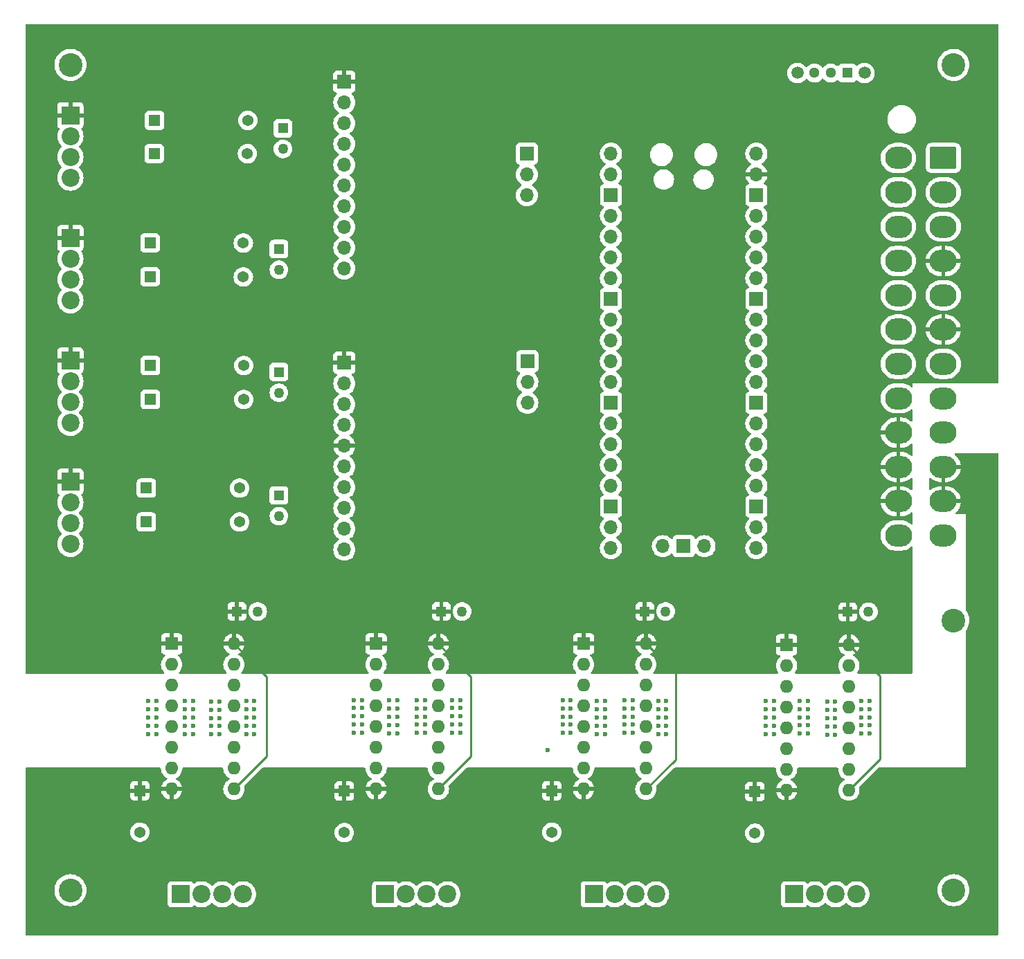
<source format=gbr>
%TF.GenerationSoftware,KiCad,Pcbnew,8.0.0*%
%TF.CreationDate,2024-10-25T13:51:21-05:00*%
%TF.ProjectId,ThorPBC2.0,54686f72-5042-4433-922e-302e6b696361,rev?*%
%TF.SameCoordinates,Original*%
%TF.FileFunction,Copper,L3,Inr*%
%TF.FilePolarity,Positive*%
%FSLAX46Y46*%
G04 Gerber Fmt 4.6, Leading zero omitted, Abs format (unit mm)*
G04 Created by KiCad (PCBNEW 8.0.0) date 2024-10-25 13:51:21*
%MOMM*%
%LPD*%
G01*
G04 APERTURE LIST*
G04 Aperture macros list*
%AMRoundRect*
0 Rectangle with rounded corners*
0 $1 Rounding radius*
0 $2 $3 $4 $5 $6 $7 $8 $9 X,Y pos of 4 corners*
0 Add a 4 corners polygon primitive as box body*
4,1,4,$2,$3,$4,$5,$6,$7,$8,$9,$2,$3,0*
0 Add four circle primitives for the rounded corners*
1,1,$1+$1,$2,$3*
1,1,$1+$1,$4,$5*
1,1,$1+$1,$6,$7*
1,1,$1+$1,$8,$9*
0 Add four rect primitives between the rounded corners*
20,1,$1+$1,$2,$3,$4,$5,0*
20,1,$1+$1,$4,$5,$6,$7,0*
20,1,$1+$1,$6,$7,$8,$9,0*
20,1,$1+$1,$8,$9,$2,$3,0*%
G04 Aperture macros list end*
%TA.AperFunction,ComponentPad*%
%ADD10RoundRect,0.250000X-1.400000X1.100000X-1.400000X-1.100000X1.400000X-1.100000X1.400000X1.100000X0*%
%TD*%
%TA.AperFunction,ComponentPad*%
%ADD11O,3.300000X2.700000*%
%TD*%
%TA.AperFunction,ComponentPad*%
%ADD12R,1.270000X1.270000*%
%TD*%
%TA.AperFunction,ComponentPad*%
%ADD13C,1.270000*%
%TD*%
%TA.AperFunction,ComponentPad*%
%ADD14R,1.700000X1.700000*%
%TD*%
%TA.AperFunction,ComponentPad*%
%ADD15O,1.700000X1.700000*%
%TD*%
%TA.AperFunction,ComponentPad*%
%ADD16R,2.200000X2.200000*%
%TD*%
%TA.AperFunction,ComponentPad*%
%ADD17C,2.200000*%
%TD*%
%TA.AperFunction,ComponentPad*%
%ADD18R,1.371600X1.371600*%
%TD*%
%TA.AperFunction,ComponentPad*%
%ADD19C,1.371600*%
%TD*%
%TA.AperFunction,ComponentPad*%
%ADD20R,1.600000X1.600000*%
%TD*%
%TA.AperFunction,ComponentPad*%
%ADD21O,1.600000X1.600000*%
%TD*%
%TA.AperFunction,ComponentPad*%
%ADD22C,2.900000*%
%TD*%
%TA.AperFunction,ComponentPad*%
%ADD23R,1.295400X1.295400*%
%TD*%
%TA.AperFunction,ComponentPad*%
%ADD24C,1.295400*%
%TD*%
%TA.AperFunction,ComponentPad*%
%ADD25C,1.498600*%
%TD*%
%TA.AperFunction,ViaPad*%
%ADD26C,0.600000*%
%TD*%
%TA.AperFunction,Conductor*%
%ADD27C,0.250000*%
%TD*%
G04 APERTURE END LIST*
D10*
%TO.N,unconnected-(J6-+3.3V-Pad1)*%
%TO.C,J6*%
X163750000Y-77400000D03*
D11*
%TO.N,unconnected-(J6-+3.3V-Pad1)_2*%
X163750000Y-81600000D03*
%TO.N,GND*%
X163750000Y-85800000D03*
%TO.N,+5V*%
X163750000Y-90000000D03*
%TO.N,GND*%
X163750000Y-94200000D03*
%TO.N,+5V*%
X163750000Y-98400000D03*
%TO.N,GND*%
X163750000Y-102600000D03*
%TO.N,unconnected-(J6-PWR_OK-Pad8)*%
X163750000Y-106800000D03*
%TO.N,unconnected-(J6-+5VSB-Pad9)*%
X163750000Y-111000000D03*
%TO.N,+12V*%
X163750000Y-115200000D03*
X163750000Y-119400000D03*
%TO.N,unconnected-(J6-+3.3V-Pad1)_0*%
X163750000Y-123600000D03*
%TO.N,unconnected-(J6-+3.3V-Pad1)_1*%
X158250000Y-77400000D03*
%TO.N,unconnected-(J6--12V-Pad14)*%
X158250000Y-81600000D03*
%TO.N,GND*%
X158250000Y-85800000D03*
%TO.N,Net-(J6-PS_ON#)*%
X158250000Y-90000000D03*
%TO.N,GND*%
X158250000Y-94200000D03*
X158250000Y-98400000D03*
X158250000Y-102600000D03*
%TO.N,unconnected-(J6-NC-Pad20)*%
X158250000Y-106800000D03*
%TO.N,+5V*%
X158250000Y-111000000D03*
X158250000Y-115200000D03*
X158250000Y-119400000D03*
%TO.N,GND*%
X158250000Y-123600000D03*
%TD*%
D12*
%TO.N,/Loadcell_ADCs/2_A3*%
%TO.C,C2*%
X82500000Y-88540000D03*
D13*
%TO.N,/Loadcell_ADCs/2_A4*%
X82500000Y-91080000D03*
%TD*%
D14*
%TO.N,/UART0_TX*%
%TO.C,J7*%
X112818735Y-76880534D03*
D15*
%TO.N,/UART0_RX*%
X112818735Y-79420534D03*
%TO.N,GND*%
X112818735Y-81960534D03*
%TD*%
D16*
%TO.N,+5V*%
%TO.C,J12*%
X57000000Y-102185000D03*
D17*
%TO.N,GND*%
X57000000Y-104725000D03*
%TO.N,/Loadcell_ADCs/-LoadCell3*%
X57000000Y-107265000D03*
%TO.N,/Loadcell_ADCs/+LoadCell3*%
X57000000Y-109805000D03*
%TD*%
D18*
%TO.N,/Loadcell_ADCs/-LoadCell1*%
%TO.C,R2*%
X67246000Y-76869400D03*
D19*
%TO.N,/Loadcell_ADCs/2_A2*%
X78650600Y-76869400D03*
%TD*%
D18*
%TO.N,+12V*%
%TO.C,C11*%
X90500000Y-154880000D03*
D19*
%TO.N,GND*%
X90500000Y-159960000D03*
%TD*%
D12*
%TO.N,+5V*%
%TO.C,C5*%
X77365000Y-132880000D03*
D13*
%TO.N,GND*%
X79905000Y-132880000D03*
%TD*%
D18*
%TO.N,/Loadcell_ADCs/+LoadCell3*%
%TO.C,R5*%
X66797700Y-102800000D03*
D19*
%TO.N,/Loadcell_ADCs/1_A1*%
X78202300Y-102800000D03*
%TD*%
D12*
%TO.N,/Loadcell_ADCs/1_A3*%
%TO.C,C4*%
X82500000Y-118689600D03*
D13*
%TO.N,/Loadcell_ADCs/1_A4*%
X82500000Y-121229600D03*
%TD*%
D12*
%TO.N,+5V*%
%TO.C,C7*%
X102365000Y-132880000D03*
D13*
%TO.N,GND*%
X104905000Y-132880000D03*
%TD*%
D20*
%TO.N,+5V*%
%TO.C,U5*%
X119760000Y-136840000D03*
D21*
%TO.N,/31A*%
X119760000Y-139380000D03*
%TO.N,Net-(M3--)*%
X119760000Y-141920000D03*
%TO.N,GND*%
X119760000Y-144460000D03*
X119760000Y-147000000D03*
%TO.N,Net-(U5-2Y)*%
X119760000Y-149540000D03*
%TO.N,/32A*%
X119760000Y-152080000D03*
%TO.N,+12V*%
X119760000Y-154620000D03*
%TO.N,+5V*%
X127380000Y-154620000D03*
%TO.N,/33A*%
X127380000Y-152080000D03*
%TO.N,Net-(U5-3Y)*%
X127380000Y-149540000D03*
%TO.N,GND*%
X127380000Y-147000000D03*
X127380000Y-144460000D03*
%TO.N,Net-(U5-4Y)*%
X127380000Y-141920000D03*
%TO.N,/34A*%
X127380000Y-139380000D03*
%TO.N,+5V*%
X127380000Y-136840000D03*
%TD*%
D18*
%TO.N,/Loadcell_ADCs/-LoadCell2*%
%TO.C,R4*%
X66746000Y-91949600D03*
D19*
%TO.N,/Loadcell_ADCs/2_A4*%
X78150600Y-91949600D03*
%TD*%
D14*
%TO.N,+5V*%
%TO.C,J9*%
X90500000Y-102460000D03*
D15*
%TO.N,GND*%
X90500000Y-105000000D03*
%TO.N,/SCL*%
X90500000Y-107540000D03*
%TO.N,/SDA*%
X90500000Y-110080000D03*
%TO.N,+5V*%
X90500000Y-112620000D03*
%TO.N,unconnected-(J9-Pin_6-Pad6)*%
X90500000Y-115160000D03*
%TO.N,/Loadcell_ADCs/1_A1*%
X90500000Y-117700000D03*
%TO.N,/Loadcell_ADCs/1_A2*%
X90500000Y-120240000D03*
%TO.N,/Loadcell_ADCs/1_A3*%
X90500000Y-122780000D03*
%TO.N,/Loadcell_ADCs/1_A4*%
X90500000Y-125320000D03*
%TD*%
D18*
%TO.N,/Loadcell_ADCs/-LoadCell3*%
%TO.C,R6*%
X66797700Y-106949600D03*
D19*
%TO.N,/Loadcell_ADCs/1_A2*%
X78202300Y-106949600D03*
%TD*%
D16*
%TO.N,+5V*%
%TO.C,J10*%
X57000000Y-72185000D03*
D17*
%TO.N,GND*%
X57000000Y-74725000D03*
%TO.N,/Loadcell_ADCs/-LoadCell1*%
X57000000Y-77265000D03*
%TO.N,/Loadcell_ADCs/+LoadCell1*%
X57000000Y-79805000D03*
%TD*%
D12*
%TO.N,/Loadcell_ADCs/2_A1*%
%TO.C,C1*%
X83000000Y-73760000D03*
D13*
%TO.N,/Loadcell_ADCs/2_A2*%
X83000000Y-76300000D03*
%TD*%
D16*
%TO.N,Net-(U6-2Y)*%
%TO.C,M4*%
X145500000Y-167500000D03*
D17*
%TO.N,Net-(M4--)*%
X148040000Y-167500000D03*
%TO.N,Net-(U6-3Y)*%
X150580000Y-167500000D03*
%TO.N,Net-(U6-4Y)*%
X153120000Y-167500000D03*
%TD*%
D18*
%TO.N,/Loadcell_ADCs/+LoadCell4*%
%TO.C,R7*%
X66297700Y-117800000D03*
D19*
%TO.N,/Loadcell_ADCs/1_A3*%
X77702300Y-117800000D03*
%TD*%
D12*
%TO.N,+5V*%
%TO.C,C9*%
X152065000Y-132935000D03*
D13*
%TO.N,GND*%
X154605000Y-132935000D03*
%TD*%
D22*
%TO.N,N/C*%
%TO.C,REF\u002A\u002A*%
X57000000Y-167000000D03*
%TD*%
D20*
%TO.N,+5V*%
%TO.C,U3*%
X69380000Y-136840000D03*
D21*
%TO.N,/11A*%
X69380000Y-139380000D03*
%TO.N,Net-(M1--)*%
X69380000Y-141920000D03*
%TO.N,GND*%
X69380000Y-144460000D03*
X69380000Y-147000000D03*
%TO.N,Net-(U3-2Y)*%
X69380000Y-149540000D03*
%TO.N,/12A*%
X69380000Y-152080000D03*
%TO.N,+12V*%
X69380000Y-154620000D03*
%TO.N,+5V*%
X77000000Y-154620000D03*
%TO.N,/13A*%
X77000000Y-152080000D03*
%TO.N,Net-(U3-3Y)*%
X77000000Y-149540000D03*
%TO.N,GND*%
X77000000Y-147000000D03*
X77000000Y-144460000D03*
%TO.N,Net-(U3-4Y)*%
X77000000Y-141920000D03*
%TO.N,/14A*%
X77000000Y-139380000D03*
%TO.N,+5V*%
X77000000Y-136840000D03*
%TD*%
D18*
%TO.N,+12V*%
%TO.C,C10*%
X65500000Y-154809900D03*
D19*
%TO.N,GND*%
X65500000Y-159889900D03*
%TD*%
D22*
%TO.N,N/C*%
%TO.C,REF\u002A\u002A*%
X165000000Y-134000000D03*
%TD*%
D18*
%TO.N,+12V*%
%TO.C,C12*%
X115880000Y-154809900D03*
D19*
%TO.N,GND*%
X115880000Y-159889900D03*
%TD*%
D16*
%TO.N,+5V*%
%TO.C,J13*%
X57000000Y-117000000D03*
D17*
%TO.N,GND*%
X57000000Y-119540000D03*
%TO.N,/Loadcell_ADCs/-LoadCell4*%
X57000000Y-122080000D03*
%TO.N,/Loadcell_ADCs/+LoadCell4*%
X57000000Y-124620000D03*
%TD*%
D12*
%TO.N,+5V*%
%TO.C,C8*%
X127245000Y-132880000D03*
D13*
%TO.N,GND*%
X129785000Y-132880000D03*
%TD*%
D16*
%TO.N,Net-(U4-2Y)*%
%TO.C,M2*%
X95500000Y-167500000D03*
D17*
%TO.N,Net-(M2--)*%
X98040000Y-167500000D03*
%TO.N,Net-(U4-3Y)*%
X100580000Y-167500000D03*
%TO.N,Net-(U4-4Y)*%
X103120000Y-167500000D03*
%TD*%
D20*
%TO.N,+5V*%
%TO.C,U6*%
X144580000Y-136965000D03*
D21*
%TO.N,/41A*%
X144580000Y-139505000D03*
%TO.N,Net-(M4--)*%
X144580000Y-142045000D03*
%TO.N,GND*%
X144580000Y-144585000D03*
X144580000Y-147125000D03*
%TO.N,Net-(U6-2Y)*%
X144580000Y-149665000D03*
%TO.N,/42A*%
X144580000Y-152205000D03*
%TO.N,+12V*%
X144580000Y-154745000D03*
%TO.N,+5V*%
X152200000Y-154745000D03*
%TO.N,/43A*%
X152200000Y-152205000D03*
%TO.N,Net-(U6-3Y)*%
X152200000Y-149665000D03*
%TO.N,GND*%
X152200000Y-147125000D03*
X152200000Y-144585000D03*
%TO.N,Net-(U6-4Y)*%
X152200000Y-142045000D03*
%TO.N,/44A*%
X152200000Y-139505000D03*
%TO.N,+5V*%
X152200000Y-136965000D03*
%TD*%
D20*
%TO.N,+5V*%
%TO.C,U4*%
X94380000Y-136840000D03*
D21*
%TO.N,/21A*%
X94380000Y-139380000D03*
%TO.N,Net-(M2--)*%
X94380000Y-141920000D03*
%TO.N,GND*%
X94380000Y-144460000D03*
X94380000Y-147000000D03*
%TO.N,Net-(U4-2Y)*%
X94380000Y-149540000D03*
%TO.N,/22A*%
X94380000Y-152080000D03*
%TO.N,+12V*%
X94380000Y-154620000D03*
%TO.N,+5V*%
X102000000Y-154620000D03*
%TO.N,/23A*%
X102000000Y-152080000D03*
%TO.N,Net-(U4-3Y)*%
X102000000Y-149540000D03*
%TO.N,GND*%
X102000000Y-147000000D03*
X102000000Y-144460000D03*
%TO.N,Net-(U4-4Y)*%
X102000000Y-141920000D03*
%TO.N,/24A*%
X102000000Y-139380000D03*
%TO.N,+5V*%
X102000000Y-136840000D03*
%TD*%
D22*
%TO.N,N/C*%
%TO.C,REF\u002A\u002A*%
X57000000Y-66000000D03*
%TD*%
%TO.N,N/C*%
%TO.C,REF\u002A\u002A*%
X165000000Y-66000000D03*
%TD*%
D18*
%TO.N,/Loadcell_ADCs/+LoadCell2*%
%TO.C,R3*%
X66746000Y-87800000D03*
D19*
%TO.N,/Loadcell_ADCs/2_A3*%
X78150600Y-87800000D03*
%TD*%
D22*
%TO.N,N/C*%
%TO.C,REF\u002A\u002A*%
X165000000Y-167000000D03*
%TD*%
D14*
%TO.N,+5V*%
%TO.C,J8*%
X90500000Y-68080000D03*
D15*
%TO.N,GND*%
X90500000Y-70620000D03*
%TO.N,/SCL*%
X90500000Y-73160000D03*
%TO.N,/SDA*%
X90500000Y-75700000D03*
%TO.N,GND*%
X90500000Y-78240000D03*
%TO.N,unconnected-(J8-Pin_6-Pad6)*%
X90500000Y-80780000D03*
%TO.N,/Loadcell_ADCs/2_A1*%
X90500000Y-83320000D03*
%TO.N,/Loadcell_ADCs/2_A2*%
X90500000Y-85860000D03*
%TO.N,/Loadcell_ADCs/2_A3*%
X90500000Y-88400000D03*
%TO.N,/Loadcell_ADCs/2_A4*%
X90500000Y-90940000D03*
%TD*%
D14*
%TO.N,/UART1_TX*%
%TO.C,J5*%
X112878319Y-102270418D03*
D15*
%TO.N,/UART1_RX*%
X112878319Y-104810418D03*
%TO.N,GND*%
X112878319Y-107350418D03*
%TD*%
D18*
%TO.N,/Loadcell_ADCs/-LoadCell4*%
%TO.C,R8*%
X66297700Y-121949600D03*
D19*
%TO.N,/Loadcell_ADCs/1_A4*%
X77702300Y-121949600D03*
%TD*%
D16*
%TO.N,Net-(U3-2Y)*%
%TO.C,M1*%
X70500000Y-167500000D03*
D17*
%TO.N,Net-(M1--)*%
X73040000Y-167500000D03*
%TO.N,Net-(U3-3Y)*%
X75580000Y-167500000D03*
%TO.N,Net-(U3-4Y)*%
X78120000Y-167500000D03*
%TD*%
D18*
%TO.N,/Loadcell_ADCs/+LoadCell1*%
%TO.C,R1*%
X67297700Y-72800000D03*
D19*
%TO.N,/Loadcell_ADCs/2_A1*%
X78702300Y-72800000D03*
%TD*%
D16*
%TO.N,+5V*%
%TO.C,J11*%
X57000000Y-87185000D03*
D17*
%TO.N,GND*%
X57000000Y-89725000D03*
%TO.N,/Loadcell_ADCs/-LoadCell2*%
X57000000Y-92265000D03*
%TO.N,/Loadcell_ADCs/+LoadCell2*%
X57000000Y-94805000D03*
%TD*%
D12*
%TO.N,/Loadcell_ADCs/1_A1*%
%TO.C,C3*%
X82500000Y-103580000D03*
D13*
%TO.N,/Loadcell_ADCs/1_A2*%
X82500000Y-106120000D03*
%TD*%
D23*
%TO.N,Net-(J6-PS_ON#)*%
%TO.C,SW1*%
X151999999Y-66999999D03*
D24*
%TO.N,GND*%
X149999999Y-66999999D03*
%TO.N,unconnected-(SW1-Pad3)*%
X147999998Y-66999999D03*
D25*
%TO.N,N/C*%
X154100000Y-66999999D03*
X145899999Y-66999999D03*
%TD*%
D15*
%TO.N,/UART0_TX*%
%TO.C,U7*%
X123110000Y-76870000D03*
%TO.N,/UART0_RX*%
X123110000Y-79410000D03*
D14*
%TO.N,GND*%
X123110000Y-81950000D03*
D15*
%TO.N,unconnected-(U7-GPIO2-Pad4)*%
X123110000Y-84490000D03*
%TO.N,unconnected-(U7-GPIO3-Pad5)_0*%
X123110000Y-87030000D03*
%TO.N,/SDA*%
X123110000Y-89570000D03*
%TO.N,/SCL*%
X123110000Y-92110000D03*
D14*
%TO.N,GND*%
X123110000Y-94650000D03*
D15*
%TO.N,unconnected-(U7-GPIO6-Pad9)*%
X123110000Y-97190000D03*
%TO.N,unconnected-(U7-GPIO7-Pad10)*%
X123110000Y-99730000D03*
%TO.N,/UART1_TX*%
X123110000Y-102270000D03*
%TO.N,/UART1_RX*%
X123110000Y-104810000D03*
D14*
%TO.N,GND*%
X123110000Y-107350000D03*
D15*
%TO.N,/11A*%
X123110000Y-109890000D03*
%TO.N,/12A*%
X123110000Y-112430000D03*
%TO.N,/13A*%
X123110000Y-114970000D03*
%TO.N,/14A*%
X123110000Y-117510000D03*
D14*
%TO.N,GND*%
X123110000Y-120050000D03*
D15*
%TO.N,/21A*%
X123110000Y-122590000D03*
%TO.N,/22A*%
X123110000Y-125130000D03*
%TO.N,/24A*%
X140890000Y-125130000D03*
%TO.N,/23A*%
X140890000Y-122590000D03*
D14*
%TO.N,GND*%
X140890000Y-120050000D03*
D15*
%TO.N,/34A*%
X140890000Y-117510000D03*
%TO.N,/33A*%
X140890000Y-114970000D03*
%TO.N,/32A*%
X140890000Y-112430000D03*
%TO.N,/31A*%
X140890000Y-109890000D03*
D14*
%TO.N,GND*%
X140890000Y-107350000D03*
D15*
%TO.N,/44A*%
X140890000Y-104810000D03*
%TO.N,unconnected-(U7-RUN-Pad30)_0*%
X140890000Y-102270000D03*
%TO.N,/43A*%
X140890000Y-99730000D03*
%TO.N,/42A*%
X140890000Y-97190000D03*
D14*
%TO.N,unconnected-(U7-AGND-Pad33)_0*%
X140890000Y-94650000D03*
D15*
%TO.N,/41A*%
X140890000Y-92110000D03*
%TO.N,unconnected-(U7-ADC_VREF-Pad35)_0*%
X140890000Y-89570000D03*
%TO.N,unconnected-(U7-3V3-Pad36)_0*%
X140890000Y-87030000D03*
%TO.N,unconnected-(U7-3V3_EN-Pad37)_0*%
X140890000Y-84490000D03*
D14*
%TO.N,GND*%
X140890000Y-81950000D03*
D15*
%TO.N,+5V*%
X140890000Y-79410000D03*
%TO.N,unconnected-(U7-VBUS-Pad40)_0*%
X140890000Y-76870000D03*
%TO.N,unconnected-(U7-SWCLK-Pad41)_0*%
X129460000Y-124900000D03*
D14*
%TO.N,unconnected-(U7-GND-Pad42)*%
X132000000Y-124900000D03*
D15*
%TO.N,unconnected-(U7-SWDIO-Pad43)_0*%
X134540000Y-124900000D03*
%TD*%
D16*
%TO.N,Net-(U5-2Y)*%
%TO.C,M3*%
X121000000Y-167500000D03*
D17*
%TO.N,Net-(M3--)*%
X123540000Y-167500000D03*
%TO.N,Net-(U5-3Y)*%
X126080000Y-167500000D03*
%TO.N,Net-(U5-4Y)*%
X128620000Y-167500000D03*
%TD*%
D18*
%TO.N,+12V*%
%TO.C,C13*%
X140700000Y-154934900D03*
D19*
%TO.N,GND*%
X140700000Y-160014900D03*
%TD*%
D26*
%TO.N,GND*%
X92680000Y-144715000D03*
X91680000Y-147715000D03*
X103680000Y-147715000D03*
X147200000Y-145840000D03*
X150537354Y-147945215D03*
X100387937Y-143747647D03*
X66500000Y-146880000D03*
X154700000Y-147840000D03*
X67500000Y-143880000D03*
X96001105Y-145788600D03*
X129880000Y-143880000D03*
X97001105Y-143788600D03*
X97001105Y-145788600D03*
X122380000Y-147880000D03*
X100387937Y-146747647D03*
X67500000Y-147880000D03*
X117195348Y-146744907D03*
X124785096Y-147752446D03*
X153700000Y-147840000D03*
X96001105Y-147788600D03*
X153700000Y-143840000D03*
X91680000Y-145715000D03*
X143057952Y-144861445D03*
X146200000Y-147840000D03*
X78500000Y-146880000D03*
X121380000Y-146880000D03*
X100387937Y-147747647D03*
X100387937Y-145747647D03*
X122380000Y-143880000D03*
X118195348Y-146744907D03*
X118195348Y-147744907D03*
X150537354Y-144945215D03*
X72000000Y-147880000D03*
X75242943Y-144925291D03*
X128880000Y-146880000D03*
X67500000Y-145880000D03*
X125785096Y-147752446D03*
X66500000Y-147880000D03*
X154700000Y-146840000D03*
X72000000Y-145880000D03*
X129880000Y-144880000D03*
X129880000Y-145880000D03*
X118195348Y-143744907D03*
X79500000Y-146880000D03*
X154700000Y-143840000D03*
X146200000Y-144840000D03*
X97001105Y-144788600D03*
X147200000Y-146840000D03*
X96001105Y-144788600D03*
X142057952Y-146861445D03*
X66500000Y-143880000D03*
X99387937Y-145747647D03*
X99387937Y-143747647D03*
X78500000Y-143880000D03*
X100387937Y-144747647D03*
X71000000Y-143880000D03*
X71000000Y-146880000D03*
X142057952Y-144861445D03*
X143057952Y-146861445D03*
X143057952Y-143861445D03*
X79500000Y-147880000D03*
X99387937Y-144747647D03*
X104680000Y-147715000D03*
X128880000Y-144880000D03*
X150537354Y-145945215D03*
X153700000Y-145840000D03*
X146200000Y-143840000D03*
X99387937Y-146747647D03*
X150537354Y-146945215D03*
X149537354Y-145945215D03*
X79500000Y-144880000D03*
X75242943Y-146925291D03*
X125785096Y-146752446D03*
X91680000Y-144715000D03*
X147200000Y-143840000D03*
X153700000Y-146840000D03*
X92680000Y-146715000D03*
X78500000Y-147880000D03*
X124785096Y-145752446D03*
X96001105Y-143788600D03*
X91680000Y-146715000D03*
X117195348Y-144744907D03*
X97001105Y-147788600D03*
X153700000Y-144840000D03*
X146200000Y-146840000D03*
X149537354Y-146945215D03*
X124785096Y-143752446D03*
X104680000Y-144715000D03*
X74242943Y-143925291D03*
X146200000Y-145840000D03*
X96001105Y-146788600D03*
X147200000Y-147840000D03*
X124785096Y-146752446D03*
X97001105Y-146788600D03*
X121380000Y-145880000D03*
X118195348Y-144744907D03*
X71000000Y-147880000D03*
X71000000Y-144880000D03*
X99387937Y-147747647D03*
X104680000Y-143715000D03*
X79500000Y-143880000D03*
X103680000Y-144715000D03*
X92680000Y-143715000D03*
X129880000Y-147880000D03*
X129880000Y-146880000D03*
X72000000Y-143880000D03*
X122380000Y-145880000D03*
X79500000Y-145880000D03*
X74242943Y-146925291D03*
X149537354Y-144945215D03*
X142057952Y-145861445D03*
X121380000Y-147880000D03*
X125785096Y-143752446D03*
X66500000Y-144880000D03*
X67500000Y-144880000D03*
X67500000Y-146880000D03*
X92680000Y-147715000D03*
X143057952Y-145861445D03*
X74242943Y-145925291D03*
X103680000Y-146715000D03*
X128880000Y-143880000D03*
X121380000Y-143880000D03*
X66500000Y-145880000D03*
X104680000Y-146715000D03*
X122380000Y-146880000D03*
X103680000Y-145715000D03*
X125785096Y-145752446D03*
X125785096Y-144752446D03*
X74242943Y-144925291D03*
X150537354Y-143945215D03*
X128880000Y-147880000D03*
X72000000Y-144880000D03*
X74242943Y-147925291D03*
X149537354Y-143945215D03*
X91680000Y-143715000D03*
X78500000Y-144880000D03*
X154700000Y-144840000D03*
X128880000Y-145880000D03*
X142057952Y-143861445D03*
X72000000Y-146880000D03*
X121380000Y-144880000D03*
X124785096Y-144752446D03*
X75242943Y-147925291D03*
X154700000Y-145840000D03*
X143057952Y-147861445D03*
X92680000Y-145715000D03*
X75242943Y-145925291D03*
X78500000Y-145880000D03*
X149537354Y-147945215D03*
X71000000Y-145880000D03*
X117195348Y-143744907D03*
X75242943Y-143925291D03*
X104680000Y-145715000D03*
X117195348Y-147744907D03*
X118195348Y-145744907D03*
X147200000Y-144840000D03*
X142057952Y-147861445D03*
X117195348Y-145744907D03*
X122380000Y-144880000D03*
X103680000Y-143715000D03*
%TO.N,/32A*%
X115375819Y-149810492D03*
%TD*%
D27*
%TO.N,+5V*%
X81000000Y-150620000D02*
X81000000Y-140840000D01*
X77000000Y-154620000D02*
X81000000Y-150620000D01*
X81000000Y-140840000D02*
X77000000Y-136840000D01*
X106000000Y-140840000D02*
X102000000Y-136840000D01*
X106000000Y-150620000D02*
X106000000Y-140840000D01*
X102000000Y-154620000D02*
X106000000Y-150620000D01*
X131000000Y-140460000D02*
X127380000Y-136840000D01*
X131000000Y-151000000D02*
X131000000Y-140460000D01*
X127380000Y-154620000D02*
X131000000Y-151000000D01*
X156000000Y-150945000D02*
X156000000Y-140765000D01*
X152200000Y-154745000D02*
X156000000Y-150945000D01*
X156000000Y-140765000D02*
X152200000Y-136965000D01*
%TD*%
%TA.AperFunction,Conductor*%
%TO.N,+12V*%
G36*
X170442539Y-113519685D02*
G01*
X170488294Y-113572489D01*
X170499500Y-113624000D01*
X170499500Y-172375500D01*
X170479815Y-172442539D01*
X170427011Y-172488294D01*
X170375500Y-172499500D01*
X51624500Y-172499500D01*
X51557461Y-172479815D01*
X51511706Y-172427011D01*
X51500500Y-172375500D01*
X51500500Y-167000001D01*
X55044518Y-167000001D01*
X55064422Y-167278299D01*
X55112651Y-167500000D01*
X55123729Y-167550923D01*
X55184266Y-167713230D01*
X55221231Y-167812338D01*
X55221233Y-167812342D01*
X55354940Y-168057207D01*
X55354945Y-168057215D01*
X55522138Y-168280560D01*
X55522154Y-168280578D01*
X55719421Y-168477845D01*
X55719439Y-168477861D01*
X55942784Y-168645054D01*
X55942792Y-168645059D01*
X56187657Y-168778766D01*
X56187661Y-168778768D01*
X56187663Y-168778769D01*
X56449077Y-168876271D01*
X56585391Y-168905924D01*
X56721700Y-168935577D01*
X56721702Y-168935577D01*
X56721706Y-168935578D01*
X56969014Y-168953265D01*
X56999999Y-168955482D01*
X57000000Y-168955482D01*
X57000001Y-168955482D01*
X57027881Y-168953487D01*
X57278294Y-168935578D01*
X57301794Y-168930466D01*
X57317458Y-168927058D01*
X57550923Y-168876271D01*
X57812337Y-168778769D01*
X58052060Y-168647870D01*
X68899500Y-168647870D01*
X68899501Y-168647876D01*
X68905908Y-168707483D01*
X68956202Y-168842328D01*
X68956206Y-168842335D01*
X69042452Y-168957544D01*
X69042455Y-168957547D01*
X69157664Y-169043793D01*
X69157671Y-169043797D01*
X69292517Y-169094091D01*
X69292516Y-169094091D01*
X69299444Y-169094835D01*
X69352127Y-169100500D01*
X71647872Y-169100499D01*
X71707483Y-169094091D01*
X71842331Y-169043796D01*
X71957546Y-168957546D01*
X72014928Y-168880893D01*
X72070860Y-168839024D01*
X72140552Y-168834040D01*
X72178983Y-168849479D01*
X72311140Y-168930466D01*
X72543889Y-169026873D01*
X72788852Y-169085683D01*
X73040000Y-169105449D01*
X73291148Y-169085683D01*
X73536111Y-169026873D01*
X73768859Y-168930466D01*
X73983659Y-168798836D01*
X74175224Y-168635224D01*
X74215710Y-168587819D01*
X74274216Y-168549627D01*
X74344084Y-168549128D01*
X74403130Y-168586482D01*
X74404235Y-168587756D01*
X74444775Y-168635223D01*
X74444776Y-168635224D01*
X74636343Y-168798838D01*
X74636346Y-168798839D01*
X74851140Y-168930466D01*
X75083889Y-169026873D01*
X75328852Y-169085683D01*
X75580000Y-169105449D01*
X75831148Y-169085683D01*
X76076111Y-169026873D01*
X76308859Y-168930466D01*
X76523659Y-168798836D01*
X76715224Y-168635224D01*
X76755710Y-168587819D01*
X76814216Y-168549627D01*
X76884084Y-168549128D01*
X76943130Y-168586482D01*
X76944235Y-168587756D01*
X76984775Y-168635223D01*
X76984776Y-168635224D01*
X77176343Y-168798838D01*
X77176346Y-168798839D01*
X77391140Y-168930466D01*
X77623889Y-169026873D01*
X77868852Y-169085683D01*
X78120000Y-169105449D01*
X78371148Y-169085683D01*
X78616111Y-169026873D01*
X78848859Y-168930466D01*
X79063659Y-168798836D01*
X79240417Y-168647870D01*
X93899500Y-168647870D01*
X93899501Y-168647876D01*
X93905908Y-168707483D01*
X93956202Y-168842328D01*
X93956206Y-168842335D01*
X94042452Y-168957544D01*
X94042455Y-168957547D01*
X94157664Y-169043793D01*
X94157671Y-169043797D01*
X94292517Y-169094091D01*
X94292516Y-169094091D01*
X94299444Y-169094835D01*
X94352127Y-169100500D01*
X96647872Y-169100499D01*
X96707483Y-169094091D01*
X96842331Y-169043796D01*
X96957546Y-168957546D01*
X97014928Y-168880893D01*
X97070860Y-168839024D01*
X97140552Y-168834040D01*
X97178983Y-168849479D01*
X97311140Y-168930466D01*
X97543889Y-169026873D01*
X97788852Y-169085683D01*
X98040000Y-169105449D01*
X98291148Y-169085683D01*
X98536111Y-169026873D01*
X98768859Y-168930466D01*
X98983659Y-168798836D01*
X99175224Y-168635224D01*
X99215710Y-168587819D01*
X99274216Y-168549627D01*
X99344084Y-168549128D01*
X99403130Y-168586482D01*
X99404235Y-168587756D01*
X99444775Y-168635223D01*
X99444776Y-168635224D01*
X99636343Y-168798838D01*
X99636346Y-168798839D01*
X99851140Y-168930466D01*
X100083889Y-169026873D01*
X100328852Y-169085683D01*
X100580000Y-169105449D01*
X100831148Y-169085683D01*
X101076111Y-169026873D01*
X101308859Y-168930466D01*
X101523659Y-168798836D01*
X101715224Y-168635224D01*
X101755710Y-168587819D01*
X101814216Y-168549627D01*
X101884084Y-168549128D01*
X101943130Y-168586482D01*
X101944235Y-168587756D01*
X101984775Y-168635223D01*
X101984776Y-168635224D01*
X102176343Y-168798838D01*
X102176346Y-168798839D01*
X102391140Y-168930466D01*
X102623889Y-169026873D01*
X102868852Y-169085683D01*
X103120000Y-169105449D01*
X103371148Y-169085683D01*
X103616111Y-169026873D01*
X103848859Y-168930466D01*
X104063659Y-168798836D01*
X104240417Y-168647870D01*
X119399500Y-168647870D01*
X119399501Y-168647876D01*
X119405908Y-168707483D01*
X119456202Y-168842328D01*
X119456206Y-168842335D01*
X119542452Y-168957544D01*
X119542455Y-168957547D01*
X119657664Y-169043793D01*
X119657671Y-169043797D01*
X119792517Y-169094091D01*
X119792516Y-169094091D01*
X119799444Y-169094835D01*
X119852127Y-169100500D01*
X122147872Y-169100499D01*
X122207483Y-169094091D01*
X122342331Y-169043796D01*
X122457546Y-168957546D01*
X122514928Y-168880893D01*
X122570860Y-168839024D01*
X122640552Y-168834040D01*
X122678983Y-168849479D01*
X122811140Y-168930466D01*
X123043889Y-169026873D01*
X123288852Y-169085683D01*
X123540000Y-169105449D01*
X123791148Y-169085683D01*
X124036111Y-169026873D01*
X124268859Y-168930466D01*
X124483659Y-168798836D01*
X124675224Y-168635224D01*
X124715710Y-168587819D01*
X124774216Y-168549627D01*
X124844084Y-168549128D01*
X124903130Y-168586482D01*
X124904235Y-168587756D01*
X124944775Y-168635223D01*
X124944776Y-168635224D01*
X125136343Y-168798838D01*
X125136346Y-168798839D01*
X125351140Y-168930466D01*
X125583889Y-169026873D01*
X125828852Y-169085683D01*
X126080000Y-169105449D01*
X126331148Y-169085683D01*
X126576111Y-169026873D01*
X126808859Y-168930466D01*
X127023659Y-168798836D01*
X127215224Y-168635224D01*
X127255710Y-168587819D01*
X127314216Y-168549627D01*
X127384084Y-168549128D01*
X127443130Y-168586482D01*
X127444235Y-168587756D01*
X127484775Y-168635223D01*
X127484776Y-168635224D01*
X127676343Y-168798838D01*
X127676346Y-168798839D01*
X127891140Y-168930466D01*
X128123889Y-169026873D01*
X128368852Y-169085683D01*
X128620000Y-169105449D01*
X128871148Y-169085683D01*
X129116111Y-169026873D01*
X129348859Y-168930466D01*
X129563659Y-168798836D01*
X129740417Y-168647870D01*
X143899500Y-168647870D01*
X143899501Y-168647876D01*
X143905908Y-168707483D01*
X143956202Y-168842328D01*
X143956206Y-168842335D01*
X144042452Y-168957544D01*
X144042455Y-168957547D01*
X144157664Y-169043793D01*
X144157671Y-169043797D01*
X144292517Y-169094091D01*
X144292516Y-169094091D01*
X144299444Y-169094835D01*
X144352127Y-169100500D01*
X146647872Y-169100499D01*
X146707483Y-169094091D01*
X146842331Y-169043796D01*
X146957546Y-168957546D01*
X147014928Y-168880893D01*
X147070860Y-168839024D01*
X147140552Y-168834040D01*
X147178983Y-168849479D01*
X147311140Y-168930466D01*
X147543889Y-169026873D01*
X147788852Y-169085683D01*
X148040000Y-169105449D01*
X148291148Y-169085683D01*
X148536111Y-169026873D01*
X148768859Y-168930466D01*
X148983659Y-168798836D01*
X149175224Y-168635224D01*
X149215710Y-168587819D01*
X149274216Y-168549627D01*
X149344084Y-168549128D01*
X149403130Y-168586482D01*
X149404235Y-168587756D01*
X149444775Y-168635223D01*
X149444776Y-168635224D01*
X149636343Y-168798838D01*
X149636346Y-168798839D01*
X149851140Y-168930466D01*
X150083889Y-169026873D01*
X150328852Y-169085683D01*
X150580000Y-169105449D01*
X150831148Y-169085683D01*
X151076111Y-169026873D01*
X151308859Y-168930466D01*
X151523659Y-168798836D01*
X151715224Y-168635224D01*
X151755710Y-168587819D01*
X151814216Y-168549627D01*
X151884084Y-168549128D01*
X151943130Y-168586482D01*
X151944235Y-168587756D01*
X151984775Y-168635223D01*
X151984776Y-168635224D01*
X152176343Y-168798838D01*
X152176346Y-168798839D01*
X152391140Y-168930466D01*
X152623889Y-169026873D01*
X152868852Y-169085683D01*
X153120000Y-169105449D01*
X153371148Y-169085683D01*
X153616111Y-169026873D01*
X153848859Y-168930466D01*
X154063659Y-168798836D01*
X154255224Y-168635224D01*
X154418836Y-168443659D01*
X154550466Y-168228859D01*
X154646873Y-167996111D01*
X154705683Y-167751148D01*
X154725449Y-167500000D01*
X154705683Y-167248852D01*
X154646873Y-167003889D01*
X154645263Y-167000001D01*
X163044518Y-167000001D01*
X163064422Y-167278299D01*
X163112651Y-167500000D01*
X163123729Y-167550923D01*
X163184266Y-167713230D01*
X163221231Y-167812338D01*
X163221233Y-167812342D01*
X163354940Y-168057207D01*
X163354945Y-168057215D01*
X163522138Y-168280560D01*
X163522154Y-168280578D01*
X163719421Y-168477845D01*
X163719439Y-168477861D01*
X163942784Y-168645054D01*
X163942792Y-168645059D01*
X164187657Y-168778766D01*
X164187661Y-168778768D01*
X164187663Y-168778769D01*
X164449077Y-168876271D01*
X164585391Y-168905924D01*
X164721700Y-168935577D01*
X164721702Y-168935577D01*
X164721706Y-168935578D01*
X164969014Y-168953265D01*
X164999999Y-168955482D01*
X165000000Y-168955482D01*
X165000001Y-168955482D01*
X165027881Y-168953487D01*
X165278294Y-168935578D01*
X165301794Y-168930466D01*
X165317458Y-168927058D01*
X165550923Y-168876271D01*
X165812337Y-168778769D01*
X166057213Y-168645056D01*
X166280568Y-168477855D01*
X166477855Y-168280568D01*
X166645056Y-168057213D01*
X166778769Y-167812337D01*
X166876271Y-167550923D01*
X166935578Y-167278294D01*
X166955482Y-167000000D01*
X166935578Y-166721706D01*
X166876271Y-166449077D01*
X166778769Y-166187663D01*
X166762388Y-166157664D01*
X166645059Y-165942792D01*
X166645054Y-165942784D01*
X166477861Y-165719439D01*
X166477845Y-165719421D01*
X166280578Y-165522154D01*
X166280560Y-165522138D01*
X166057215Y-165354945D01*
X166057207Y-165354940D01*
X165812342Y-165221233D01*
X165812338Y-165221231D01*
X165713230Y-165184266D01*
X165550923Y-165123729D01*
X165550919Y-165123728D01*
X165550916Y-165123727D01*
X165278299Y-165064422D01*
X165000001Y-165044518D01*
X164999999Y-165044518D01*
X164721700Y-165064422D01*
X164449083Y-165123727D01*
X164449078Y-165123728D01*
X164449077Y-165123729D01*
X164385875Y-165147301D01*
X164187661Y-165221231D01*
X164187657Y-165221233D01*
X163942792Y-165354940D01*
X163942784Y-165354945D01*
X163719439Y-165522138D01*
X163719421Y-165522154D01*
X163522154Y-165719421D01*
X163522138Y-165719439D01*
X163354945Y-165942784D01*
X163354940Y-165942792D01*
X163221233Y-166187657D01*
X163221231Y-166187661D01*
X163123727Y-166449083D01*
X163064422Y-166721700D01*
X163044518Y-166999998D01*
X163044518Y-167000001D01*
X154645263Y-167000001D01*
X154550466Y-166771141D01*
X154550466Y-166771140D01*
X154418839Y-166556346D01*
X154418838Y-166556343D01*
X154328755Y-166450870D01*
X154255224Y-166364776D01*
X154091206Y-166224691D01*
X154063656Y-166201161D01*
X154063653Y-166201160D01*
X153848859Y-166069533D01*
X153616110Y-165973126D01*
X153371151Y-165914317D01*
X153120000Y-165894551D01*
X152868848Y-165914317D01*
X152623889Y-165973126D01*
X152391140Y-166069533D01*
X152176346Y-166201160D01*
X152176343Y-166201161D01*
X151984776Y-166364776D01*
X151944290Y-166412179D01*
X151885783Y-166450372D01*
X151815915Y-166450870D01*
X151756869Y-166413516D01*
X151755710Y-166412179D01*
X151715224Y-166364776D01*
X151551206Y-166224691D01*
X151523656Y-166201161D01*
X151523653Y-166201160D01*
X151308859Y-166069533D01*
X151076110Y-165973126D01*
X150831151Y-165914317D01*
X150580000Y-165894551D01*
X150328848Y-165914317D01*
X150083889Y-165973126D01*
X149851140Y-166069533D01*
X149636346Y-166201160D01*
X149636343Y-166201161D01*
X149444776Y-166364776D01*
X149404290Y-166412179D01*
X149345783Y-166450372D01*
X149275915Y-166450870D01*
X149216869Y-166413516D01*
X149215710Y-166412179D01*
X149175224Y-166364776D01*
X149011206Y-166224691D01*
X148983656Y-166201161D01*
X148983653Y-166201160D01*
X148768859Y-166069533D01*
X148536110Y-165973126D01*
X148291151Y-165914317D01*
X148040000Y-165894551D01*
X147788848Y-165914317D01*
X147543889Y-165973126D01*
X147311140Y-166069533D01*
X147178983Y-166150520D01*
X147111537Y-166168765D01*
X147044935Y-166147649D01*
X147014927Y-166119104D01*
X146957547Y-166042455D01*
X146957544Y-166042452D01*
X146842335Y-165956206D01*
X146842328Y-165956202D01*
X146707482Y-165905908D01*
X146707483Y-165905908D01*
X146647883Y-165899501D01*
X146647881Y-165899500D01*
X146647873Y-165899500D01*
X146647864Y-165899500D01*
X144352129Y-165899500D01*
X144352123Y-165899501D01*
X144292516Y-165905908D01*
X144157671Y-165956202D01*
X144157664Y-165956206D01*
X144042455Y-166042452D01*
X144042452Y-166042455D01*
X143956206Y-166157664D01*
X143956202Y-166157671D01*
X143905908Y-166292517D01*
X143899501Y-166352116D01*
X143899500Y-166352135D01*
X143899500Y-168647870D01*
X129740417Y-168647870D01*
X129755224Y-168635224D01*
X129918836Y-168443659D01*
X130050466Y-168228859D01*
X130146873Y-167996111D01*
X130205683Y-167751148D01*
X130225449Y-167500000D01*
X130205683Y-167248852D01*
X130146873Y-167003889D01*
X130050466Y-166771141D01*
X130050466Y-166771140D01*
X129918839Y-166556346D01*
X129918838Y-166556343D01*
X129828755Y-166450870D01*
X129755224Y-166364776D01*
X129591206Y-166224691D01*
X129563656Y-166201161D01*
X129563653Y-166201160D01*
X129348859Y-166069533D01*
X129116110Y-165973126D01*
X128871151Y-165914317D01*
X128620000Y-165894551D01*
X128368848Y-165914317D01*
X128123889Y-165973126D01*
X127891140Y-166069533D01*
X127676346Y-166201160D01*
X127676343Y-166201161D01*
X127484776Y-166364776D01*
X127444290Y-166412179D01*
X127385783Y-166450372D01*
X127315915Y-166450870D01*
X127256869Y-166413516D01*
X127255710Y-166412179D01*
X127215224Y-166364776D01*
X127051206Y-166224691D01*
X127023656Y-166201161D01*
X127023653Y-166201160D01*
X126808859Y-166069533D01*
X126576110Y-165973126D01*
X126331151Y-165914317D01*
X126080000Y-165894551D01*
X125828848Y-165914317D01*
X125583889Y-165973126D01*
X125351140Y-166069533D01*
X125136346Y-166201160D01*
X125136343Y-166201161D01*
X124944776Y-166364776D01*
X124904290Y-166412179D01*
X124845783Y-166450372D01*
X124775915Y-166450870D01*
X124716869Y-166413516D01*
X124715710Y-166412179D01*
X124675224Y-166364776D01*
X124511206Y-166224691D01*
X124483656Y-166201161D01*
X124483653Y-166201160D01*
X124268859Y-166069533D01*
X124036110Y-165973126D01*
X123791151Y-165914317D01*
X123540000Y-165894551D01*
X123288848Y-165914317D01*
X123043889Y-165973126D01*
X122811140Y-166069533D01*
X122678983Y-166150520D01*
X122611537Y-166168765D01*
X122544935Y-166147649D01*
X122514927Y-166119104D01*
X122457547Y-166042455D01*
X122457544Y-166042452D01*
X122342335Y-165956206D01*
X122342328Y-165956202D01*
X122207482Y-165905908D01*
X122207483Y-165905908D01*
X122147883Y-165899501D01*
X122147881Y-165899500D01*
X122147873Y-165899500D01*
X122147864Y-165899500D01*
X119852129Y-165899500D01*
X119852123Y-165899501D01*
X119792516Y-165905908D01*
X119657671Y-165956202D01*
X119657664Y-165956206D01*
X119542455Y-166042452D01*
X119542452Y-166042455D01*
X119456206Y-166157664D01*
X119456202Y-166157671D01*
X119405908Y-166292517D01*
X119399501Y-166352116D01*
X119399500Y-166352135D01*
X119399500Y-168647870D01*
X104240417Y-168647870D01*
X104255224Y-168635224D01*
X104418836Y-168443659D01*
X104550466Y-168228859D01*
X104646873Y-167996111D01*
X104705683Y-167751148D01*
X104725449Y-167500000D01*
X104705683Y-167248852D01*
X104646873Y-167003889D01*
X104550466Y-166771141D01*
X104550466Y-166771140D01*
X104418839Y-166556346D01*
X104418838Y-166556343D01*
X104328755Y-166450870D01*
X104255224Y-166364776D01*
X104091206Y-166224691D01*
X104063656Y-166201161D01*
X104063653Y-166201160D01*
X103848859Y-166069533D01*
X103616110Y-165973126D01*
X103371151Y-165914317D01*
X103120000Y-165894551D01*
X102868848Y-165914317D01*
X102623889Y-165973126D01*
X102391140Y-166069533D01*
X102176346Y-166201160D01*
X102176343Y-166201161D01*
X101984776Y-166364776D01*
X101944290Y-166412179D01*
X101885783Y-166450372D01*
X101815915Y-166450870D01*
X101756869Y-166413516D01*
X101755710Y-166412179D01*
X101715224Y-166364776D01*
X101551206Y-166224691D01*
X101523656Y-166201161D01*
X101523653Y-166201160D01*
X101308859Y-166069533D01*
X101076110Y-165973126D01*
X100831151Y-165914317D01*
X100580000Y-165894551D01*
X100328848Y-165914317D01*
X100083889Y-165973126D01*
X99851140Y-166069533D01*
X99636346Y-166201160D01*
X99636343Y-166201161D01*
X99444776Y-166364776D01*
X99404290Y-166412179D01*
X99345783Y-166450372D01*
X99275915Y-166450870D01*
X99216869Y-166413516D01*
X99215710Y-166412179D01*
X99175224Y-166364776D01*
X99011206Y-166224691D01*
X98983656Y-166201161D01*
X98983653Y-166201160D01*
X98768859Y-166069533D01*
X98536110Y-165973126D01*
X98291151Y-165914317D01*
X98040000Y-165894551D01*
X97788848Y-165914317D01*
X97543889Y-165973126D01*
X97311140Y-166069533D01*
X97178983Y-166150520D01*
X97111537Y-166168765D01*
X97044935Y-166147649D01*
X97014927Y-166119104D01*
X96957547Y-166042455D01*
X96957544Y-166042452D01*
X96842335Y-165956206D01*
X96842328Y-165956202D01*
X96707482Y-165905908D01*
X96707483Y-165905908D01*
X96647883Y-165899501D01*
X96647881Y-165899500D01*
X96647873Y-165899500D01*
X96647864Y-165899500D01*
X94352129Y-165899500D01*
X94352123Y-165899501D01*
X94292516Y-165905908D01*
X94157671Y-165956202D01*
X94157664Y-165956206D01*
X94042455Y-166042452D01*
X94042452Y-166042455D01*
X93956206Y-166157664D01*
X93956202Y-166157671D01*
X93905908Y-166292517D01*
X93899501Y-166352116D01*
X93899500Y-166352135D01*
X93899500Y-168647870D01*
X79240417Y-168647870D01*
X79255224Y-168635224D01*
X79418836Y-168443659D01*
X79550466Y-168228859D01*
X79646873Y-167996111D01*
X79705683Y-167751148D01*
X79725449Y-167500000D01*
X79705683Y-167248852D01*
X79646873Y-167003889D01*
X79550466Y-166771141D01*
X79550466Y-166771140D01*
X79418839Y-166556346D01*
X79418838Y-166556343D01*
X79328755Y-166450870D01*
X79255224Y-166364776D01*
X79091206Y-166224691D01*
X79063656Y-166201161D01*
X79063653Y-166201160D01*
X78848859Y-166069533D01*
X78616110Y-165973126D01*
X78371151Y-165914317D01*
X78120000Y-165894551D01*
X77868848Y-165914317D01*
X77623889Y-165973126D01*
X77391140Y-166069533D01*
X77176346Y-166201160D01*
X77176343Y-166201161D01*
X76984776Y-166364776D01*
X76944290Y-166412179D01*
X76885783Y-166450372D01*
X76815915Y-166450870D01*
X76756869Y-166413516D01*
X76755710Y-166412179D01*
X76715224Y-166364776D01*
X76551206Y-166224691D01*
X76523656Y-166201161D01*
X76523653Y-166201160D01*
X76308859Y-166069533D01*
X76076110Y-165973126D01*
X75831151Y-165914317D01*
X75580000Y-165894551D01*
X75328848Y-165914317D01*
X75083889Y-165973126D01*
X74851140Y-166069533D01*
X74636346Y-166201160D01*
X74636343Y-166201161D01*
X74444776Y-166364776D01*
X74404290Y-166412179D01*
X74345783Y-166450372D01*
X74275915Y-166450870D01*
X74216869Y-166413516D01*
X74215710Y-166412179D01*
X74175224Y-166364776D01*
X74011206Y-166224691D01*
X73983656Y-166201161D01*
X73983653Y-166201160D01*
X73768859Y-166069533D01*
X73536110Y-165973126D01*
X73291151Y-165914317D01*
X73040000Y-165894551D01*
X72788848Y-165914317D01*
X72543889Y-165973126D01*
X72311140Y-166069533D01*
X72178983Y-166150520D01*
X72111537Y-166168765D01*
X72044935Y-166147649D01*
X72014927Y-166119104D01*
X71957547Y-166042455D01*
X71957544Y-166042452D01*
X71842335Y-165956206D01*
X71842328Y-165956202D01*
X71707482Y-165905908D01*
X71707483Y-165905908D01*
X71647883Y-165899501D01*
X71647881Y-165899500D01*
X71647873Y-165899500D01*
X71647864Y-165899500D01*
X69352129Y-165899500D01*
X69352123Y-165899501D01*
X69292516Y-165905908D01*
X69157671Y-165956202D01*
X69157664Y-165956206D01*
X69042455Y-166042452D01*
X69042452Y-166042455D01*
X68956206Y-166157664D01*
X68956202Y-166157671D01*
X68905908Y-166292517D01*
X68899501Y-166352116D01*
X68899500Y-166352135D01*
X68899500Y-168647870D01*
X58052060Y-168647870D01*
X58057213Y-168645056D01*
X58280568Y-168477855D01*
X58477855Y-168280568D01*
X58645056Y-168057213D01*
X58778769Y-167812337D01*
X58876271Y-167550923D01*
X58935578Y-167278294D01*
X58955482Y-167000000D01*
X58935578Y-166721706D01*
X58876271Y-166449077D01*
X58778769Y-166187663D01*
X58762388Y-166157664D01*
X58645059Y-165942792D01*
X58645054Y-165942784D01*
X58477861Y-165719439D01*
X58477845Y-165719421D01*
X58280578Y-165522154D01*
X58280560Y-165522138D01*
X58057215Y-165354945D01*
X58057207Y-165354940D01*
X57812342Y-165221233D01*
X57812338Y-165221231D01*
X57713230Y-165184266D01*
X57550923Y-165123729D01*
X57550919Y-165123728D01*
X57550916Y-165123727D01*
X57278299Y-165064422D01*
X57000001Y-165044518D01*
X56999999Y-165044518D01*
X56721700Y-165064422D01*
X56449083Y-165123727D01*
X56449078Y-165123728D01*
X56449077Y-165123729D01*
X56385875Y-165147301D01*
X56187661Y-165221231D01*
X56187657Y-165221233D01*
X55942792Y-165354940D01*
X55942784Y-165354945D01*
X55719439Y-165522138D01*
X55719421Y-165522154D01*
X55522154Y-165719421D01*
X55522138Y-165719439D01*
X55354945Y-165942784D01*
X55354940Y-165942792D01*
X55221233Y-166187657D01*
X55221231Y-166187661D01*
X55123727Y-166449083D01*
X55064422Y-166721700D01*
X55044518Y-166999998D01*
X55044518Y-167000001D01*
X51500500Y-167000001D01*
X51500500Y-159889900D01*
X64308618Y-159889900D01*
X64328903Y-160108813D01*
X64389069Y-160320279D01*
X64487063Y-160517076D01*
X64487068Y-160517084D01*
X64539999Y-160587176D01*
X64619558Y-160692529D01*
X64782032Y-160840643D01*
X64968955Y-160956381D01*
X65173963Y-161035802D01*
X65390073Y-161076200D01*
X65390075Y-161076200D01*
X65609925Y-161076200D01*
X65609927Y-161076200D01*
X65826037Y-161035802D01*
X66031045Y-160956381D01*
X66217968Y-160840643D01*
X66380442Y-160692529D01*
X66512933Y-160517082D01*
X66610931Y-160320277D01*
X66671096Y-160108816D01*
X66684886Y-159960000D01*
X89308618Y-159960000D01*
X89328903Y-160178913D01*
X89389069Y-160390379D01*
X89487063Y-160587176D01*
X89487068Y-160587184D01*
X89528521Y-160642076D01*
X89619558Y-160762629D01*
X89782032Y-160910743D01*
X89968955Y-161026481D01*
X90173963Y-161105902D01*
X90390073Y-161146300D01*
X90390075Y-161146300D01*
X90609925Y-161146300D01*
X90609927Y-161146300D01*
X90826037Y-161105902D01*
X91031045Y-161026481D01*
X91217968Y-160910743D01*
X91380442Y-160762629D01*
X91512933Y-160587182D01*
X91610931Y-160390377D01*
X91671096Y-160178916D01*
X91691382Y-159960000D01*
X91684886Y-159889900D01*
X114688618Y-159889900D01*
X114708903Y-160108813D01*
X114769069Y-160320279D01*
X114867063Y-160517076D01*
X114867068Y-160517084D01*
X114919999Y-160587176D01*
X114999558Y-160692529D01*
X115162032Y-160840643D01*
X115348955Y-160956381D01*
X115553963Y-161035802D01*
X115770073Y-161076200D01*
X115770075Y-161076200D01*
X115989925Y-161076200D01*
X115989927Y-161076200D01*
X116206037Y-161035802D01*
X116411045Y-160956381D01*
X116597968Y-160840643D01*
X116760442Y-160692529D01*
X116892933Y-160517082D01*
X116990931Y-160320277D01*
X117051096Y-160108816D01*
X117059799Y-160014900D01*
X139508618Y-160014900D01*
X139528903Y-160233813D01*
X139589069Y-160445279D01*
X139687063Y-160642076D01*
X139687068Y-160642084D01*
X139753312Y-160729805D01*
X139819558Y-160817529D01*
X139982032Y-160965643D01*
X140168955Y-161081381D01*
X140373963Y-161160802D01*
X140590073Y-161201200D01*
X140590075Y-161201200D01*
X140809925Y-161201200D01*
X140809927Y-161201200D01*
X141026037Y-161160802D01*
X141231045Y-161081381D01*
X141417968Y-160965643D01*
X141580442Y-160817529D01*
X141712933Y-160642082D01*
X141810931Y-160445277D01*
X141871096Y-160233816D01*
X141891382Y-160014900D01*
X141871096Y-159795984D01*
X141810931Y-159584523D01*
X141783594Y-159529623D01*
X141712936Y-159387723D01*
X141712931Y-159387715D01*
X141618541Y-159262723D01*
X141580442Y-159212271D01*
X141417968Y-159064157D01*
X141329297Y-159009254D01*
X141231046Y-158948419D01*
X141231044Y-158948418D01*
X141160282Y-158921005D01*
X141026037Y-158868998D01*
X140809927Y-158828600D01*
X140590073Y-158828600D01*
X140373963Y-158868998D01*
X140316719Y-158891174D01*
X140168955Y-158948418D01*
X140168953Y-158948419D01*
X139982036Y-159064154D01*
X139982034Y-159064155D01*
X139982032Y-159064157D01*
X139879781Y-159157371D01*
X139819557Y-159212272D01*
X139687068Y-159387715D01*
X139687063Y-159387723D01*
X139589069Y-159584520D01*
X139528903Y-159795986D01*
X139508618Y-160014900D01*
X117059799Y-160014900D01*
X117071382Y-159889900D01*
X117051096Y-159670984D01*
X116990931Y-159459523D01*
X116955179Y-159387723D01*
X116892936Y-159262723D01*
X116892931Y-159262715D01*
X116854837Y-159212271D01*
X116760442Y-159087271D01*
X116597968Y-158939157D01*
X116572901Y-158923636D01*
X116411046Y-158823419D01*
X116411044Y-158823418D01*
X116340282Y-158796005D01*
X116206037Y-158743998D01*
X115989927Y-158703600D01*
X115770073Y-158703600D01*
X115553963Y-158743998D01*
X115496719Y-158766174D01*
X115348955Y-158823418D01*
X115348953Y-158823419D01*
X115162036Y-158939154D01*
X115162034Y-158939155D01*
X115162032Y-158939157D01*
X115085139Y-159009254D01*
X114999557Y-159087272D01*
X114867068Y-159262715D01*
X114867063Y-159262723D01*
X114769069Y-159459520D01*
X114708903Y-159670986D01*
X114688618Y-159889900D01*
X91684886Y-159889900D01*
X91671096Y-159741084D01*
X91610931Y-159529623D01*
X91610930Y-159529620D01*
X91512936Y-159332823D01*
X91512931Y-159332815D01*
X91421900Y-159212271D01*
X91380442Y-159157371D01*
X91217968Y-159009257D01*
X91192901Y-158993736D01*
X91031046Y-158893519D01*
X91031044Y-158893518D01*
X90960282Y-158866105D01*
X90826037Y-158814098D01*
X90609927Y-158773700D01*
X90390073Y-158773700D01*
X90173963Y-158814098D01*
X90116719Y-158836274D01*
X89968955Y-158893518D01*
X89968953Y-158893519D01*
X89782036Y-159009254D01*
X89782034Y-159009255D01*
X89782032Y-159009257D01*
X89619558Y-159157371D01*
X89619557Y-159157372D01*
X89487068Y-159332815D01*
X89487063Y-159332823D01*
X89389069Y-159529620D01*
X89328903Y-159741086D01*
X89308618Y-159960000D01*
X66684886Y-159960000D01*
X66691382Y-159889900D01*
X66671096Y-159670984D01*
X66610931Y-159459523D01*
X66575179Y-159387723D01*
X66512936Y-159262723D01*
X66512931Y-159262715D01*
X66474837Y-159212271D01*
X66380442Y-159087271D01*
X66217968Y-158939157D01*
X66192901Y-158923636D01*
X66031046Y-158823419D01*
X66031044Y-158823418D01*
X65960282Y-158796005D01*
X65826037Y-158743998D01*
X65609927Y-158703600D01*
X65390073Y-158703600D01*
X65173963Y-158743998D01*
X65116719Y-158766174D01*
X64968955Y-158823418D01*
X64968953Y-158823419D01*
X64782036Y-158939154D01*
X64782034Y-158939155D01*
X64782032Y-158939157D01*
X64705139Y-159009254D01*
X64619557Y-159087272D01*
X64487068Y-159262715D01*
X64487063Y-159262723D01*
X64389069Y-159459520D01*
X64328903Y-159670986D01*
X64308618Y-159889900D01*
X51500500Y-159889900D01*
X51500500Y-155543544D01*
X64314200Y-155543544D01*
X64320601Y-155603072D01*
X64320603Y-155603079D01*
X64370845Y-155737786D01*
X64370849Y-155737793D01*
X64457009Y-155852887D01*
X64457012Y-155852890D01*
X64572106Y-155939050D01*
X64572113Y-155939054D01*
X64706820Y-155989296D01*
X64706827Y-155989298D01*
X64766355Y-155995699D01*
X64766372Y-155995700D01*
X65250000Y-155995700D01*
X65250000Y-155164162D01*
X65333331Y-155212274D01*
X65443152Y-155241700D01*
X65556848Y-155241700D01*
X65666669Y-155212274D01*
X65750000Y-155164162D01*
X65750000Y-155995700D01*
X66233628Y-155995700D01*
X66233644Y-155995699D01*
X66293172Y-155989298D01*
X66293179Y-155989296D01*
X66427886Y-155939054D01*
X66427893Y-155939050D01*
X66542987Y-155852890D01*
X66542990Y-155852887D01*
X66629150Y-155737793D01*
X66629154Y-155737786D01*
X66679396Y-155603079D01*
X66679398Y-155603072D01*
X66685799Y-155543544D01*
X66685800Y-155543527D01*
X66685800Y-155059900D01*
X65854262Y-155059900D01*
X65902374Y-154976569D01*
X65931800Y-154866748D01*
X65931800Y-154753052D01*
X65902374Y-154643231D01*
X65854262Y-154559900D01*
X66685800Y-154559900D01*
X66685800Y-154076272D01*
X66685799Y-154076255D01*
X66679398Y-154016727D01*
X66679396Y-154016720D01*
X66629154Y-153882013D01*
X66629150Y-153882006D01*
X66542990Y-153766912D01*
X66542987Y-153766909D01*
X66427893Y-153680749D01*
X66427886Y-153680745D01*
X66293179Y-153630503D01*
X66293172Y-153630501D01*
X66233644Y-153624100D01*
X65750000Y-153624100D01*
X65750000Y-154455637D01*
X65666669Y-154407526D01*
X65556848Y-154378100D01*
X65443152Y-154378100D01*
X65333331Y-154407526D01*
X65250000Y-154455637D01*
X65250000Y-153624100D01*
X64766355Y-153624100D01*
X64706827Y-153630501D01*
X64706820Y-153630503D01*
X64572113Y-153680745D01*
X64572106Y-153680749D01*
X64457012Y-153766909D01*
X64457009Y-153766912D01*
X64370849Y-153882006D01*
X64370845Y-153882013D01*
X64320603Y-154016720D01*
X64320601Y-154016727D01*
X64314200Y-154076255D01*
X64314200Y-154559900D01*
X65145738Y-154559900D01*
X65097626Y-154643231D01*
X65068200Y-154753052D01*
X65068200Y-154866748D01*
X65097626Y-154976569D01*
X65145738Y-155059900D01*
X64314200Y-155059900D01*
X64314200Y-155543544D01*
X51500500Y-155543544D01*
X51500500Y-152124000D01*
X51520185Y-152056961D01*
X51572989Y-152011206D01*
X51624500Y-152000000D01*
X67953908Y-152000000D01*
X68020947Y-152019685D01*
X68066702Y-152072489D01*
X68077436Y-152113193D01*
X68094364Y-152306686D01*
X68094366Y-152306697D01*
X68153258Y-152526488D01*
X68153261Y-152526497D01*
X68249431Y-152732732D01*
X68249432Y-152732734D01*
X68379954Y-152919141D01*
X68540858Y-153080045D01*
X68540861Y-153080047D01*
X68727266Y-153210568D01*
X68785865Y-153237893D01*
X68838305Y-153284065D01*
X68857457Y-153351258D01*
X68837242Y-153418139D01*
X68785867Y-153462657D01*
X68727515Y-153489867D01*
X68541179Y-153620342D01*
X68380342Y-153781179D01*
X68249865Y-153967517D01*
X68153734Y-154173673D01*
X68153730Y-154173682D01*
X68101127Y-154369999D01*
X68101128Y-154370000D01*
X69064314Y-154370000D01*
X69059920Y-154374394D01*
X69007259Y-154465606D01*
X68980000Y-154567339D01*
X68980000Y-154672661D01*
X69007259Y-154774394D01*
X69059920Y-154865606D01*
X69064314Y-154870000D01*
X68101128Y-154870000D01*
X68153730Y-155066317D01*
X68153734Y-155066326D01*
X68249865Y-155272482D01*
X68380342Y-155458820D01*
X68541179Y-155619657D01*
X68727517Y-155750134D01*
X68933673Y-155846265D01*
X68933682Y-155846269D01*
X69129999Y-155898872D01*
X69130000Y-155898871D01*
X69130000Y-154935686D01*
X69134394Y-154940080D01*
X69225606Y-154992741D01*
X69327339Y-155020000D01*
X69432661Y-155020000D01*
X69534394Y-154992741D01*
X69625606Y-154940080D01*
X69630000Y-154935686D01*
X69630000Y-155898872D01*
X69826317Y-155846269D01*
X69826326Y-155846265D01*
X70032482Y-155750134D01*
X70218820Y-155619657D01*
X70379657Y-155458820D01*
X70510134Y-155272482D01*
X70606265Y-155066326D01*
X70606269Y-155066317D01*
X70658872Y-154870000D01*
X69695686Y-154870000D01*
X69700080Y-154865606D01*
X69752741Y-154774394D01*
X69780000Y-154672661D01*
X69780000Y-154567339D01*
X69752741Y-154465606D01*
X69700080Y-154374394D01*
X69695686Y-154370000D01*
X70658872Y-154370000D01*
X70658872Y-154369999D01*
X70606269Y-154173682D01*
X70606265Y-154173673D01*
X70510134Y-153967517D01*
X70379657Y-153781179D01*
X70218820Y-153620342D01*
X70032482Y-153489865D01*
X69974133Y-153462657D01*
X69921694Y-153416484D01*
X69902542Y-153349291D01*
X69922758Y-153282410D01*
X69974129Y-153237895D01*
X70032734Y-153210568D01*
X70219139Y-153080047D01*
X70380047Y-152919139D01*
X70510568Y-152732734D01*
X70606739Y-152526496D01*
X70665635Y-152306692D01*
X70682564Y-152113193D01*
X70708016Y-152048124D01*
X70764607Y-152007145D01*
X70806092Y-152000000D01*
X75573908Y-152000000D01*
X75640947Y-152019685D01*
X75686702Y-152072489D01*
X75697436Y-152113193D01*
X75714364Y-152306686D01*
X75714366Y-152306697D01*
X75773258Y-152526488D01*
X75773261Y-152526497D01*
X75869431Y-152732732D01*
X75869432Y-152732734D01*
X75999954Y-152919141D01*
X76160858Y-153080045D01*
X76160861Y-153080047D01*
X76347266Y-153210568D01*
X76405275Y-153237618D01*
X76457714Y-153283791D01*
X76476866Y-153350984D01*
X76456650Y-153417865D01*
X76405275Y-153462382D01*
X76347267Y-153489431D01*
X76347265Y-153489432D01*
X76160858Y-153619954D01*
X75999954Y-153780858D01*
X75869432Y-153967265D01*
X75869431Y-153967267D01*
X75773261Y-154173502D01*
X75773258Y-154173511D01*
X75714366Y-154393302D01*
X75714364Y-154393313D01*
X75694532Y-154619998D01*
X75694532Y-154620001D01*
X75714364Y-154846686D01*
X75714366Y-154846697D01*
X75773258Y-155066488D01*
X75773261Y-155066497D01*
X75869431Y-155272732D01*
X75869432Y-155272734D01*
X75999954Y-155459141D01*
X76160858Y-155620045D01*
X76160861Y-155620047D01*
X76347266Y-155750568D01*
X76553504Y-155846739D01*
X76773308Y-155905635D01*
X76935230Y-155919801D01*
X76999998Y-155925468D01*
X77000000Y-155925468D01*
X77000002Y-155925468D01*
X77056673Y-155920509D01*
X77226692Y-155905635D01*
X77446496Y-155846739D01*
X77652734Y-155750568D01*
X77839139Y-155620047D01*
X77845542Y-155613644D01*
X89314200Y-155613644D01*
X89320601Y-155673172D01*
X89320603Y-155673179D01*
X89370845Y-155807886D01*
X89370849Y-155807893D01*
X89457009Y-155922987D01*
X89457012Y-155922990D01*
X89572106Y-156009150D01*
X89572113Y-156009154D01*
X89706820Y-156059396D01*
X89706827Y-156059398D01*
X89766355Y-156065799D01*
X89766372Y-156065800D01*
X90250000Y-156065800D01*
X90250000Y-155234262D01*
X90333331Y-155282374D01*
X90443152Y-155311800D01*
X90556848Y-155311800D01*
X90666669Y-155282374D01*
X90750000Y-155234262D01*
X90750000Y-156065800D01*
X91233628Y-156065800D01*
X91233644Y-156065799D01*
X91293172Y-156059398D01*
X91293179Y-156059396D01*
X91427886Y-156009154D01*
X91427893Y-156009150D01*
X91542987Y-155922990D01*
X91542990Y-155922987D01*
X91629150Y-155807893D01*
X91629154Y-155807886D01*
X91679396Y-155673179D01*
X91679398Y-155673172D01*
X91685799Y-155613644D01*
X91685800Y-155613627D01*
X91685800Y-155130000D01*
X90854262Y-155130000D01*
X90902374Y-155046669D01*
X90931800Y-154936848D01*
X90931800Y-154823152D01*
X90902374Y-154713331D01*
X90854262Y-154630000D01*
X91685800Y-154630000D01*
X91685800Y-154146372D01*
X91685799Y-154146355D01*
X91679398Y-154086827D01*
X91679396Y-154086820D01*
X91629154Y-153952113D01*
X91629150Y-153952106D01*
X91542990Y-153837012D01*
X91542987Y-153837009D01*
X91427893Y-153750849D01*
X91427886Y-153750845D01*
X91293179Y-153700603D01*
X91293172Y-153700601D01*
X91233644Y-153694200D01*
X90750000Y-153694200D01*
X90750000Y-154525737D01*
X90666669Y-154477626D01*
X90556848Y-154448200D01*
X90443152Y-154448200D01*
X90333331Y-154477626D01*
X90250000Y-154525737D01*
X90250000Y-153694200D01*
X89766355Y-153694200D01*
X89706827Y-153700601D01*
X89706820Y-153700603D01*
X89572113Y-153750845D01*
X89572106Y-153750849D01*
X89457012Y-153837009D01*
X89457009Y-153837012D01*
X89370849Y-153952106D01*
X89370845Y-153952113D01*
X89320603Y-154086820D01*
X89320601Y-154086827D01*
X89314200Y-154146355D01*
X89314200Y-154630000D01*
X90145738Y-154630000D01*
X90097626Y-154713331D01*
X90068200Y-154823152D01*
X90068200Y-154936848D01*
X90097626Y-155046669D01*
X90145738Y-155130000D01*
X89314200Y-155130000D01*
X89314200Y-155613644D01*
X77845542Y-155613644D01*
X78000047Y-155459139D01*
X78130568Y-155272734D01*
X78226739Y-155066496D01*
X78285635Y-154846692D01*
X78305468Y-154620000D01*
X78285635Y-154393308D01*
X78267318Y-154324947D01*
X78268981Y-154255101D01*
X78299410Y-154205178D01*
X80468270Y-152036319D01*
X80529593Y-152002834D01*
X80555951Y-152000000D01*
X92953908Y-152000000D01*
X93020947Y-152019685D01*
X93066702Y-152072489D01*
X93077436Y-152113193D01*
X93094364Y-152306686D01*
X93094366Y-152306697D01*
X93153258Y-152526488D01*
X93153261Y-152526497D01*
X93249431Y-152732732D01*
X93249432Y-152732734D01*
X93379954Y-152919141D01*
X93540858Y-153080045D01*
X93540861Y-153080047D01*
X93727266Y-153210568D01*
X93785865Y-153237893D01*
X93838305Y-153284065D01*
X93857457Y-153351258D01*
X93837242Y-153418139D01*
X93785867Y-153462657D01*
X93727515Y-153489867D01*
X93541179Y-153620342D01*
X93380342Y-153781179D01*
X93249865Y-153967517D01*
X93153734Y-154173673D01*
X93153730Y-154173682D01*
X93101127Y-154369999D01*
X93101128Y-154370000D01*
X94064314Y-154370000D01*
X94059920Y-154374394D01*
X94007259Y-154465606D01*
X93980000Y-154567339D01*
X93980000Y-154672661D01*
X94007259Y-154774394D01*
X94059920Y-154865606D01*
X94064314Y-154870000D01*
X93101128Y-154870000D01*
X93153730Y-155066317D01*
X93153734Y-155066326D01*
X93249865Y-155272482D01*
X93380342Y-155458820D01*
X93541179Y-155619657D01*
X93727517Y-155750134D01*
X93933673Y-155846265D01*
X93933682Y-155846269D01*
X94129999Y-155898872D01*
X94130000Y-155898871D01*
X94130000Y-154935686D01*
X94134394Y-154940080D01*
X94225606Y-154992741D01*
X94327339Y-155020000D01*
X94432661Y-155020000D01*
X94534394Y-154992741D01*
X94625606Y-154940080D01*
X94630000Y-154935686D01*
X94630000Y-155898872D01*
X94826317Y-155846269D01*
X94826326Y-155846265D01*
X95032482Y-155750134D01*
X95218820Y-155619657D01*
X95379657Y-155458820D01*
X95510134Y-155272482D01*
X95606265Y-155066326D01*
X95606269Y-155066317D01*
X95658872Y-154870000D01*
X94695686Y-154870000D01*
X94700080Y-154865606D01*
X94752741Y-154774394D01*
X94780000Y-154672661D01*
X94780000Y-154567339D01*
X94752741Y-154465606D01*
X94700080Y-154374394D01*
X94695686Y-154370000D01*
X95658872Y-154370000D01*
X95658872Y-154369999D01*
X95606269Y-154173682D01*
X95606265Y-154173673D01*
X95510134Y-153967517D01*
X95379657Y-153781179D01*
X95218820Y-153620342D01*
X95032482Y-153489865D01*
X94974133Y-153462657D01*
X94921694Y-153416484D01*
X94902542Y-153349291D01*
X94922758Y-153282410D01*
X94974129Y-153237895D01*
X95032734Y-153210568D01*
X95219139Y-153080047D01*
X95380047Y-152919139D01*
X95510568Y-152732734D01*
X95606739Y-152526496D01*
X95665635Y-152306692D01*
X95682564Y-152113193D01*
X95708016Y-152048124D01*
X95764607Y-152007145D01*
X95806092Y-152000000D01*
X100573908Y-152000000D01*
X100640947Y-152019685D01*
X100686702Y-152072489D01*
X100697436Y-152113193D01*
X100714364Y-152306686D01*
X100714366Y-152306697D01*
X100773258Y-152526488D01*
X100773261Y-152526497D01*
X100869431Y-152732732D01*
X100869432Y-152732734D01*
X100999954Y-152919141D01*
X101160858Y-153080045D01*
X101160861Y-153080047D01*
X101347266Y-153210568D01*
X101405275Y-153237618D01*
X101457714Y-153283791D01*
X101476866Y-153350984D01*
X101456650Y-153417865D01*
X101405275Y-153462382D01*
X101347267Y-153489431D01*
X101347265Y-153489432D01*
X101160858Y-153619954D01*
X100999954Y-153780858D01*
X100869432Y-153967265D01*
X100869431Y-153967267D01*
X100773261Y-154173502D01*
X100773258Y-154173511D01*
X100714366Y-154393302D01*
X100714364Y-154393313D01*
X100694532Y-154619998D01*
X100694532Y-154620001D01*
X100714364Y-154846686D01*
X100714366Y-154846697D01*
X100773258Y-155066488D01*
X100773261Y-155066497D01*
X100869431Y-155272732D01*
X100869432Y-155272734D01*
X100999954Y-155459141D01*
X101160858Y-155620045D01*
X101160861Y-155620047D01*
X101347266Y-155750568D01*
X101553504Y-155846739D01*
X101773308Y-155905635D01*
X101935230Y-155919801D01*
X101999998Y-155925468D01*
X102000000Y-155925468D01*
X102000002Y-155925468D01*
X102056673Y-155920509D01*
X102226692Y-155905635D01*
X102446496Y-155846739D01*
X102652734Y-155750568D01*
X102839139Y-155620047D01*
X102915642Y-155543544D01*
X114694200Y-155543544D01*
X114700601Y-155603072D01*
X114700603Y-155603079D01*
X114750845Y-155737786D01*
X114750849Y-155737793D01*
X114837009Y-155852887D01*
X114837012Y-155852890D01*
X114952106Y-155939050D01*
X114952113Y-155939054D01*
X115086820Y-155989296D01*
X115086827Y-155989298D01*
X115146355Y-155995699D01*
X115146372Y-155995700D01*
X115630000Y-155995700D01*
X115630000Y-155164162D01*
X115713331Y-155212274D01*
X115823152Y-155241700D01*
X115936848Y-155241700D01*
X116046669Y-155212274D01*
X116130000Y-155164162D01*
X116130000Y-155995700D01*
X116613628Y-155995700D01*
X116613644Y-155995699D01*
X116673172Y-155989298D01*
X116673179Y-155989296D01*
X116807886Y-155939054D01*
X116807893Y-155939050D01*
X116922987Y-155852890D01*
X116922990Y-155852887D01*
X117009150Y-155737793D01*
X117009154Y-155737786D01*
X117059396Y-155603079D01*
X117059398Y-155603072D01*
X117065799Y-155543544D01*
X117065800Y-155543527D01*
X117065800Y-155059900D01*
X116234262Y-155059900D01*
X116282374Y-154976569D01*
X116311800Y-154866748D01*
X116311800Y-154753052D01*
X116282374Y-154643231D01*
X116234262Y-154559900D01*
X117065800Y-154559900D01*
X117065800Y-154076272D01*
X117065799Y-154076255D01*
X117059398Y-154016727D01*
X117059396Y-154016720D01*
X117009154Y-153882013D01*
X117009150Y-153882006D01*
X116922990Y-153766912D01*
X116922987Y-153766909D01*
X116807893Y-153680749D01*
X116807886Y-153680745D01*
X116673179Y-153630503D01*
X116673172Y-153630501D01*
X116613644Y-153624100D01*
X116130000Y-153624100D01*
X116130000Y-154455637D01*
X116046669Y-154407526D01*
X115936848Y-154378100D01*
X115823152Y-154378100D01*
X115713331Y-154407526D01*
X115630000Y-154455637D01*
X115630000Y-153624100D01*
X115146355Y-153624100D01*
X115086827Y-153630501D01*
X115086820Y-153630503D01*
X114952113Y-153680745D01*
X114952106Y-153680749D01*
X114837012Y-153766909D01*
X114837009Y-153766912D01*
X114750849Y-153882006D01*
X114750845Y-153882013D01*
X114700603Y-154016720D01*
X114700601Y-154016727D01*
X114694200Y-154076255D01*
X114694200Y-154559900D01*
X115525738Y-154559900D01*
X115477626Y-154643231D01*
X115448200Y-154753052D01*
X115448200Y-154866748D01*
X115477626Y-154976569D01*
X115525738Y-155059900D01*
X114694200Y-155059900D01*
X114694200Y-155543544D01*
X102915642Y-155543544D01*
X103000047Y-155459139D01*
X103130568Y-155272734D01*
X103226739Y-155066496D01*
X103285635Y-154846692D01*
X103305468Y-154620000D01*
X103285635Y-154393308D01*
X103267318Y-154324947D01*
X103268981Y-154255101D01*
X103299410Y-154205178D01*
X105468270Y-152036319D01*
X105529593Y-152002834D01*
X105555951Y-152000000D01*
X118333908Y-152000000D01*
X118400947Y-152019685D01*
X118446702Y-152072489D01*
X118457436Y-152113193D01*
X118474364Y-152306686D01*
X118474366Y-152306697D01*
X118533258Y-152526488D01*
X118533261Y-152526497D01*
X118629431Y-152732732D01*
X118629432Y-152732734D01*
X118759954Y-152919141D01*
X118920858Y-153080045D01*
X118920861Y-153080047D01*
X119107266Y-153210568D01*
X119165865Y-153237893D01*
X119218305Y-153284065D01*
X119237457Y-153351258D01*
X119217242Y-153418139D01*
X119165867Y-153462657D01*
X119107515Y-153489867D01*
X118921179Y-153620342D01*
X118760342Y-153781179D01*
X118629865Y-153967517D01*
X118533734Y-154173673D01*
X118533730Y-154173682D01*
X118481127Y-154369999D01*
X118481128Y-154370000D01*
X119444314Y-154370000D01*
X119439920Y-154374394D01*
X119387259Y-154465606D01*
X119360000Y-154567339D01*
X119360000Y-154672661D01*
X119387259Y-154774394D01*
X119439920Y-154865606D01*
X119444314Y-154870000D01*
X118481128Y-154870000D01*
X118533730Y-155066317D01*
X118533734Y-155066326D01*
X118629865Y-155272482D01*
X118760342Y-155458820D01*
X118921179Y-155619657D01*
X119107517Y-155750134D01*
X119313673Y-155846265D01*
X119313682Y-155846269D01*
X119509999Y-155898872D01*
X119510000Y-155898871D01*
X119510000Y-154935686D01*
X119514394Y-154940080D01*
X119605606Y-154992741D01*
X119707339Y-155020000D01*
X119812661Y-155020000D01*
X119914394Y-154992741D01*
X120005606Y-154940080D01*
X120010000Y-154935686D01*
X120010000Y-155898872D01*
X120206317Y-155846269D01*
X120206326Y-155846265D01*
X120412482Y-155750134D01*
X120598820Y-155619657D01*
X120759657Y-155458820D01*
X120890134Y-155272482D01*
X120986265Y-155066326D01*
X120986269Y-155066317D01*
X121038872Y-154870000D01*
X120075686Y-154870000D01*
X120080080Y-154865606D01*
X120132741Y-154774394D01*
X120160000Y-154672661D01*
X120160000Y-154567339D01*
X120132741Y-154465606D01*
X120080080Y-154374394D01*
X120075686Y-154370000D01*
X121038872Y-154370000D01*
X121038872Y-154369999D01*
X120986269Y-154173682D01*
X120986265Y-154173673D01*
X120890134Y-153967517D01*
X120759657Y-153781179D01*
X120598820Y-153620342D01*
X120412482Y-153489865D01*
X120354133Y-153462657D01*
X120301694Y-153416484D01*
X120282542Y-153349291D01*
X120302758Y-153282410D01*
X120354129Y-153237895D01*
X120412734Y-153210568D01*
X120599139Y-153080047D01*
X120760047Y-152919139D01*
X120890568Y-152732734D01*
X120986739Y-152526496D01*
X121045635Y-152306692D01*
X121062564Y-152113193D01*
X121088016Y-152048124D01*
X121144607Y-152007145D01*
X121186092Y-152000000D01*
X125953908Y-152000000D01*
X126020947Y-152019685D01*
X126066702Y-152072489D01*
X126077436Y-152113193D01*
X126094364Y-152306686D01*
X126094366Y-152306697D01*
X126153258Y-152526488D01*
X126153261Y-152526497D01*
X126249431Y-152732732D01*
X126249432Y-152732734D01*
X126379954Y-152919141D01*
X126540858Y-153080045D01*
X126540861Y-153080047D01*
X126727266Y-153210568D01*
X126785275Y-153237618D01*
X126837714Y-153283791D01*
X126856866Y-153350984D01*
X126836650Y-153417865D01*
X126785275Y-153462382D01*
X126727267Y-153489431D01*
X126727265Y-153489432D01*
X126540858Y-153619954D01*
X126379954Y-153780858D01*
X126249432Y-153967265D01*
X126249431Y-153967267D01*
X126153261Y-154173502D01*
X126153258Y-154173511D01*
X126094366Y-154393302D01*
X126094364Y-154393313D01*
X126074532Y-154619998D01*
X126074532Y-154620001D01*
X126094364Y-154846686D01*
X126094366Y-154846697D01*
X126153258Y-155066488D01*
X126153261Y-155066497D01*
X126249431Y-155272732D01*
X126249432Y-155272734D01*
X126379954Y-155459141D01*
X126540858Y-155620045D01*
X126540861Y-155620047D01*
X126727266Y-155750568D01*
X126933504Y-155846739D01*
X127153308Y-155905635D01*
X127315230Y-155919801D01*
X127379998Y-155925468D01*
X127380000Y-155925468D01*
X127380002Y-155925468D01*
X127436673Y-155920509D01*
X127606692Y-155905635D01*
X127826496Y-155846739D01*
X128032734Y-155750568D01*
X128149877Y-155668544D01*
X139514200Y-155668544D01*
X139520601Y-155728072D01*
X139520603Y-155728079D01*
X139570845Y-155862786D01*
X139570849Y-155862793D01*
X139657009Y-155977887D01*
X139657012Y-155977890D01*
X139772106Y-156064050D01*
X139772113Y-156064054D01*
X139906820Y-156114296D01*
X139906827Y-156114298D01*
X139966355Y-156120699D01*
X139966372Y-156120700D01*
X140450000Y-156120700D01*
X140450000Y-155289162D01*
X140533331Y-155337274D01*
X140643152Y-155366700D01*
X140756848Y-155366700D01*
X140866669Y-155337274D01*
X140950000Y-155289162D01*
X140950000Y-156120700D01*
X141433628Y-156120700D01*
X141433644Y-156120699D01*
X141493172Y-156114298D01*
X141493179Y-156114296D01*
X141627886Y-156064054D01*
X141627893Y-156064050D01*
X141742987Y-155977890D01*
X141742990Y-155977887D01*
X141829150Y-155862793D01*
X141829154Y-155862786D01*
X141879396Y-155728079D01*
X141879398Y-155728072D01*
X141885799Y-155668544D01*
X141885800Y-155668527D01*
X141885800Y-155184900D01*
X141054262Y-155184900D01*
X141102374Y-155101569D01*
X141131800Y-154991748D01*
X141131800Y-154878052D01*
X141102374Y-154768231D01*
X141054262Y-154684900D01*
X141885800Y-154684900D01*
X141885800Y-154201272D01*
X141885799Y-154201255D01*
X141879398Y-154141727D01*
X141879396Y-154141720D01*
X141829154Y-154007013D01*
X141829150Y-154007006D01*
X141742990Y-153891912D01*
X141742987Y-153891909D01*
X141627893Y-153805749D01*
X141627886Y-153805745D01*
X141493179Y-153755503D01*
X141493172Y-153755501D01*
X141433644Y-153749100D01*
X140950000Y-153749100D01*
X140950000Y-154580637D01*
X140866669Y-154532526D01*
X140756848Y-154503100D01*
X140643152Y-154503100D01*
X140533331Y-154532526D01*
X140450000Y-154580637D01*
X140450000Y-153749100D01*
X139966355Y-153749100D01*
X139906827Y-153755501D01*
X139906820Y-153755503D01*
X139772113Y-153805745D01*
X139772106Y-153805749D01*
X139657012Y-153891909D01*
X139657009Y-153891912D01*
X139570849Y-154007006D01*
X139570845Y-154007013D01*
X139520603Y-154141720D01*
X139520601Y-154141727D01*
X139514200Y-154201255D01*
X139514200Y-154684900D01*
X140345738Y-154684900D01*
X140297626Y-154768231D01*
X140268200Y-154878052D01*
X140268200Y-154991748D01*
X140297626Y-155101569D01*
X140345738Y-155184900D01*
X139514200Y-155184900D01*
X139514200Y-155668544D01*
X128149877Y-155668544D01*
X128219139Y-155620047D01*
X128380047Y-155459139D01*
X128510568Y-155272734D01*
X128606739Y-155066496D01*
X128665635Y-154846692D01*
X128685468Y-154620000D01*
X128665635Y-154393308D01*
X128647318Y-154324947D01*
X128648981Y-154255101D01*
X128679410Y-154205178D01*
X130848270Y-152036319D01*
X130909593Y-152002834D01*
X130935951Y-152000000D01*
X143157145Y-152000000D01*
X143224184Y-152019685D01*
X143269939Y-152072489D01*
X143280673Y-152134807D01*
X143274532Y-152204998D01*
X143274532Y-152205001D01*
X143294364Y-152431686D01*
X143294366Y-152431697D01*
X143353258Y-152651488D01*
X143353261Y-152651497D01*
X143449431Y-152857732D01*
X143449432Y-152857734D01*
X143579954Y-153044141D01*
X143740858Y-153205045D01*
X143740861Y-153205047D01*
X143927266Y-153335568D01*
X143985865Y-153362893D01*
X144038305Y-153409065D01*
X144057457Y-153476258D01*
X144037242Y-153543139D01*
X143985867Y-153587657D01*
X143927515Y-153614867D01*
X143741179Y-153745342D01*
X143580342Y-153906179D01*
X143449865Y-154092517D01*
X143353734Y-154298673D01*
X143353730Y-154298682D01*
X143301127Y-154494999D01*
X143301128Y-154495000D01*
X144264314Y-154495000D01*
X144259920Y-154499394D01*
X144207259Y-154590606D01*
X144180000Y-154692339D01*
X144180000Y-154797661D01*
X144207259Y-154899394D01*
X144259920Y-154990606D01*
X144264314Y-154995000D01*
X143301128Y-154995000D01*
X143353730Y-155191317D01*
X143353734Y-155191326D01*
X143449865Y-155397482D01*
X143580342Y-155583820D01*
X143741179Y-155744657D01*
X143927517Y-155875134D01*
X144133673Y-155971265D01*
X144133682Y-155971269D01*
X144329999Y-156023872D01*
X144330000Y-156023871D01*
X144330000Y-155060686D01*
X144334394Y-155065080D01*
X144425606Y-155117741D01*
X144527339Y-155145000D01*
X144632661Y-155145000D01*
X144734394Y-155117741D01*
X144825606Y-155065080D01*
X144830000Y-155060686D01*
X144830000Y-156023872D01*
X145026317Y-155971269D01*
X145026326Y-155971265D01*
X145232482Y-155875134D01*
X145418820Y-155744657D01*
X145579657Y-155583820D01*
X145710134Y-155397482D01*
X145806265Y-155191326D01*
X145806269Y-155191317D01*
X145858872Y-154995000D01*
X144895686Y-154995000D01*
X144900080Y-154990606D01*
X144952741Y-154899394D01*
X144980000Y-154797661D01*
X144980000Y-154692339D01*
X144952741Y-154590606D01*
X144900080Y-154499394D01*
X144895686Y-154495000D01*
X145858872Y-154495000D01*
X145858872Y-154494999D01*
X145806269Y-154298682D01*
X145806265Y-154298673D01*
X145710134Y-154092517D01*
X145579657Y-153906179D01*
X145418820Y-153745342D01*
X145232482Y-153614865D01*
X145174133Y-153587657D01*
X145121694Y-153541484D01*
X145102542Y-153474291D01*
X145122758Y-153407410D01*
X145174129Y-153362895D01*
X145232734Y-153335568D01*
X145419139Y-153205047D01*
X145580047Y-153044139D01*
X145710568Y-152857734D01*
X145806739Y-152651496D01*
X145865635Y-152431692D01*
X145885468Y-152205000D01*
X145879327Y-152134807D01*
X145893094Y-152066307D01*
X145941709Y-152016124D01*
X146002855Y-152000000D01*
X150777145Y-152000000D01*
X150844184Y-152019685D01*
X150889939Y-152072489D01*
X150900673Y-152134807D01*
X150894532Y-152204998D01*
X150894532Y-152205001D01*
X150914364Y-152431686D01*
X150914366Y-152431697D01*
X150973258Y-152651488D01*
X150973261Y-152651497D01*
X151069431Y-152857732D01*
X151069432Y-152857734D01*
X151199954Y-153044141D01*
X151360858Y-153205045D01*
X151360861Y-153205047D01*
X151547266Y-153335568D01*
X151605275Y-153362618D01*
X151657714Y-153408791D01*
X151676866Y-153475984D01*
X151656650Y-153542865D01*
X151605275Y-153587382D01*
X151547267Y-153614431D01*
X151547265Y-153614432D01*
X151360858Y-153744954D01*
X151199954Y-153905858D01*
X151069432Y-154092265D01*
X151069431Y-154092267D01*
X150973261Y-154298502D01*
X150973258Y-154298511D01*
X150914366Y-154518302D01*
X150914364Y-154518313D01*
X150894532Y-154744998D01*
X150894532Y-154745001D01*
X150914364Y-154971686D01*
X150914366Y-154971697D01*
X150973258Y-155191488D01*
X150973261Y-155191497D01*
X151069431Y-155397732D01*
X151069432Y-155397734D01*
X151199954Y-155584141D01*
X151360858Y-155745045D01*
X151360861Y-155745047D01*
X151547266Y-155875568D01*
X151753504Y-155971739D01*
X151973308Y-156030635D01*
X152135230Y-156044801D01*
X152199998Y-156050468D01*
X152200000Y-156050468D01*
X152200002Y-156050468D01*
X152256673Y-156045509D01*
X152426692Y-156030635D01*
X152646496Y-155971739D01*
X152852734Y-155875568D01*
X153039139Y-155745047D01*
X153200047Y-155584139D01*
X153330568Y-155397734D01*
X153426739Y-155191496D01*
X153485635Y-154971692D01*
X153505468Y-154745000D01*
X153485635Y-154518308D01*
X153467318Y-154449948D01*
X153468981Y-154380103D01*
X153499410Y-154330179D01*
X155793272Y-152036319D01*
X155854595Y-152002834D01*
X155880953Y-152000000D01*
X166500000Y-152000000D01*
X166500000Y-135292255D01*
X166519685Y-135225216D01*
X166524712Y-135217973D01*
X166645056Y-135057213D01*
X166778769Y-134812337D01*
X166876271Y-134550923D01*
X166935578Y-134278294D01*
X166954373Y-134015500D01*
X166955482Y-134000001D01*
X166955482Y-133999998D01*
X166944398Y-133845031D01*
X166935578Y-133721706D01*
X166912990Y-133617873D01*
X166895033Y-133535325D01*
X166876271Y-133449077D01*
X166778769Y-133187663D01*
X166645056Y-132942787D01*
X166639227Y-132935000D01*
X166524733Y-132782053D01*
X166500316Y-132716589D01*
X166500000Y-132707743D01*
X166500000Y-121000000D01*
X165365658Y-121000000D01*
X165298619Y-120980315D01*
X165252864Y-120927511D01*
X165242920Y-120858353D01*
X165271945Y-120794797D01*
X165277977Y-120788319D01*
X165443883Y-120622412D01*
X165443889Y-120622405D01*
X165591519Y-120430009D01*
X165712772Y-120219993D01*
X165712779Y-120219978D01*
X165805578Y-119995939D01*
X165868346Y-119761687D01*
X165883050Y-119650000D01*
X164404121Y-119650000D01*
X164423099Y-119604182D01*
X164450000Y-119468944D01*
X164450000Y-119331056D01*
X164423099Y-119195818D01*
X164404121Y-119150000D01*
X165883049Y-119150000D01*
X165868346Y-119038312D01*
X165805578Y-118804060D01*
X165712779Y-118580021D01*
X165712772Y-118580006D01*
X165591519Y-118369990D01*
X165443889Y-118177594D01*
X165443883Y-118177587D01*
X165272412Y-118006116D01*
X165272405Y-118006110D01*
X165080009Y-117858480D01*
X164869993Y-117737227D01*
X164869978Y-117737220D01*
X164645939Y-117644421D01*
X164411687Y-117581653D01*
X164171264Y-117550001D01*
X164171248Y-117550000D01*
X164000000Y-117550000D01*
X164000000Y-118745879D01*
X163954182Y-118726901D01*
X163818944Y-118700000D01*
X163681056Y-118700000D01*
X163545818Y-118726901D01*
X163500000Y-118745879D01*
X163500000Y-117550000D01*
X163328752Y-117550000D01*
X163328735Y-117550001D01*
X163088312Y-117581653D01*
X162854060Y-117644421D01*
X162630021Y-117737220D01*
X162630006Y-117737227D01*
X162419990Y-117858480D01*
X162227594Y-118006110D01*
X162227587Y-118006116D01*
X162211681Y-118022023D01*
X162150358Y-118055508D01*
X162080666Y-118050524D01*
X162024733Y-118008652D01*
X162000316Y-117943188D01*
X162000000Y-117934342D01*
X162000000Y-116665658D01*
X162019685Y-116598619D01*
X162072489Y-116552864D01*
X162141647Y-116542920D01*
X162205203Y-116571945D01*
X162211681Y-116577977D01*
X162227587Y-116593883D01*
X162227594Y-116593889D01*
X162419990Y-116741519D01*
X162630006Y-116862772D01*
X162630021Y-116862779D01*
X162854060Y-116955578D01*
X163088312Y-117018346D01*
X163328735Y-117049998D01*
X163328752Y-117050000D01*
X163500000Y-117050000D01*
X163500000Y-115854120D01*
X163545818Y-115873099D01*
X163681056Y-115900000D01*
X163818944Y-115900000D01*
X163954182Y-115873099D01*
X164000000Y-115854120D01*
X164000000Y-117050000D01*
X164171248Y-117050000D01*
X164171264Y-117049998D01*
X164411687Y-117018346D01*
X164645939Y-116955578D01*
X164869978Y-116862779D01*
X164869993Y-116862772D01*
X165080009Y-116741519D01*
X165272405Y-116593889D01*
X165272412Y-116593883D01*
X165443883Y-116422412D01*
X165443889Y-116422405D01*
X165591519Y-116230009D01*
X165712772Y-116019993D01*
X165712779Y-116019978D01*
X165805578Y-115795939D01*
X165868346Y-115561687D01*
X165883050Y-115450000D01*
X164404121Y-115450000D01*
X164423099Y-115404182D01*
X164450000Y-115268944D01*
X164450000Y-115131056D01*
X164423099Y-114995818D01*
X164404121Y-114950000D01*
X165883049Y-114950000D01*
X165868346Y-114838312D01*
X165805578Y-114604060D01*
X165712779Y-114380021D01*
X165712772Y-114380006D01*
X165591519Y-114169990D01*
X165443889Y-113977594D01*
X165443883Y-113977587D01*
X165272412Y-113806116D01*
X165272405Y-113806110D01*
X165163280Y-113722376D01*
X165122077Y-113665948D01*
X165117922Y-113596202D01*
X165152134Y-113535282D01*
X165213851Y-113502529D01*
X165238766Y-113500000D01*
X170375500Y-113500000D01*
X170442539Y-113519685D01*
G37*
%TD.AperFunction*%
%TD*%
%TA.AperFunction,Conductor*%
%TO.N,+5V*%
G36*
X170442539Y-61020185D02*
G01*
X170488294Y-61072989D01*
X170499500Y-61124500D01*
X170499500Y-104876000D01*
X170479815Y-104943039D01*
X170427011Y-104988794D01*
X170375500Y-105000000D01*
X164498419Y-105000000D01*
X164466326Y-104995775D01*
X164411787Y-104981161D01*
X164171289Y-104949500D01*
X164171288Y-104949500D01*
X163328712Y-104949500D01*
X163328711Y-104949500D01*
X163088212Y-104981161D01*
X163033674Y-104995775D01*
X163001581Y-105000000D01*
X160000000Y-105000000D01*
X160000000Y-105333634D01*
X159980315Y-105400673D01*
X159927511Y-105446428D01*
X159858353Y-105456372D01*
X159794797Y-105427347D01*
X159788319Y-105421315D01*
X159772743Y-105405739D01*
X159772736Y-105405733D01*
X159580293Y-105258067D01*
X159580292Y-105258066D01*
X159580289Y-105258064D01*
X159370212Y-105136776D01*
X159370205Y-105136773D01*
X159146104Y-105043947D01*
X158911785Y-104981161D01*
X158671289Y-104949500D01*
X158671288Y-104949500D01*
X157828712Y-104949500D01*
X157828711Y-104949500D01*
X157588214Y-104981161D01*
X157353895Y-105043947D01*
X157129794Y-105136773D01*
X157129785Y-105136777D01*
X156919706Y-105258067D01*
X156727263Y-105405733D01*
X156727256Y-105405739D01*
X156555739Y-105577256D01*
X156555733Y-105577263D01*
X156408067Y-105769706D01*
X156286777Y-105979785D01*
X156286773Y-105979794D01*
X156193947Y-106203895D01*
X156131161Y-106438214D01*
X156099500Y-106678711D01*
X156099500Y-106921288D01*
X156131161Y-107161785D01*
X156193947Y-107396104D01*
X156272531Y-107585821D01*
X156286776Y-107620212D01*
X156408064Y-107830289D01*
X156408066Y-107830292D01*
X156408067Y-107830293D01*
X156555733Y-108022736D01*
X156555739Y-108022743D01*
X156727256Y-108194260D01*
X156727263Y-108194266D01*
X156797124Y-108247872D01*
X156919711Y-108341936D01*
X157129788Y-108463224D01*
X157353900Y-108556054D01*
X157588211Y-108618838D01*
X157768586Y-108642584D01*
X157828711Y-108650500D01*
X157828712Y-108650500D01*
X158671289Y-108650500D01*
X158722234Y-108643793D01*
X158911789Y-108618838D01*
X159146100Y-108556054D01*
X159370212Y-108463224D01*
X159580289Y-108341936D01*
X159772738Y-108194265D01*
X159774947Y-108192056D01*
X159788319Y-108178685D01*
X159849642Y-108145200D01*
X159919334Y-108150184D01*
X159975267Y-108192056D01*
X159999684Y-108257520D01*
X160000000Y-108266366D01*
X160000000Y-109534342D01*
X159980315Y-109601381D01*
X159927511Y-109647136D01*
X159858353Y-109657080D01*
X159794797Y-109628055D01*
X159788319Y-109622023D01*
X159772412Y-109606116D01*
X159772405Y-109606110D01*
X159580009Y-109458480D01*
X159369993Y-109337227D01*
X159369978Y-109337220D01*
X159145939Y-109244421D01*
X158911687Y-109181653D01*
X158671264Y-109150001D01*
X158671248Y-109150000D01*
X158500000Y-109150000D01*
X158500000Y-110345879D01*
X158454182Y-110326901D01*
X158318944Y-110300000D01*
X158181056Y-110300000D01*
X158045818Y-110326901D01*
X158000000Y-110345879D01*
X158000000Y-109150000D01*
X157828752Y-109150000D01*
X157828735Y-109150001D01*
X157588312Y-109181653D01*
X157354060Y-109244421D01*
X157130021Y-109337220D01*
X157130006Y-109337227D01*
X156919990Y-109458480D01*
X156727594Y-109606110D01*
X156727587Y-109606116D01*
X156556116Y-109777587D01*
X156556110Y-109777594D01*
X156408480Y-109969990D01*
X156287227Y-110180006D01*
X156287220Y-110180021D01*
X156194421Y-110404060D01*
X156131653Y-110638312D01*
X156116950Y-110750000D01*
X157595879Y-110750000D01*
X157576901Y-110795818D01*
X157550000Y-110931056D01*
X157550000Y-111068944D01*
X157576901Y-111204182D01*
X157595879Y-111250000D01*
X156116950Y-111250000D01*
X156131653Y-111361687D01*
X156194421Y-111595939D01*
X156287220Y-111819978D01*
X156287227Y-111819993D01*
X156408480Y-112030009D01*
X156556110Y-112222405D01*
X156556116Y-112222412D01*
X156727587Y-112393883D01*
X156727594Y-112393889D01*
X156919990Y-112541519D01*
X157130006Y-112662772D01*
X157130021Y-112662779D01*
X157354060Y-112755578D01*
X157588312Y-112818346D01*
X157828735Y-112849998D01*
X157828752Y-112850000D01*
X158000000Y-112850000D01*
X158000000Y-111654120D01*
X158045818Y-111673099D01*
X158181056Y-111700000D01*
X158318944Y-111700000D01*
X158454182Y-111673099D01*
X158500000Y-111654120D01*
X158500000Y-112850000D01*
X158671248Y-112850000D01*
X158671264Y-112849998D01*
X158911687Y-112818346D01*
X159145939Y-112755578D01*
X159369978Y-112662779D01*
X159369993Y-112662772D01*
X159580009Y-112541519D01*
X159772405Y-112393889D01*
X159772412Y-112393883D01*
X159788319Y-112377977D01*
X159849642Y-112344492D01*
X159919334Y-112349476D01*
X159975267Y-112391348D01*
X159999684Y-112456812D01*
X160000000Y-112465658D01*
X160000000Y-113734342D01*
X159980315Y-113801381D01*
X159927511Y-113847136D01*
X159858353Y-113857080D01*
X159794797Y-113828055D01*
X159788319Y-113822023D01*
X159772412Y-113806116D01*
X159772405Y-113806110D01*
X159580009Y-113658480D01*
X159369993Y-113537227D01*
X159369978Y-113537220D01*
X159145939Y-113444421D01*
X158911687Y-113381653D01*
X158671264Y-113350001D01*
X158671248Y-113350000D01*
X158500000Y-113350000D01*
X158500000Y-114545879D01*
X158454182Y-114526901D01*
X158318944Y-114500000D01*
X158181056Y-114500000D01*
X158045818Y-114526901D01*
X158000000Y-114545879D01*
X158000000Y-113350000D01*
X157828752Y-113350000D01*
X157828735Y-113350001D01*
X157588312Y-113381653D01*
X157354060Y-113444421D01*
X157130021Y-113537220D01*
X157130006Y-113537227D01*
X156919990Y-113658480D01*
X156727594Y-113806110D01*
X156727587Y-113806116D01*
X156556116Y-113977587D01*
X156556110Y-113977594D01*
X156408480Y-114169990D01*
X156287227Y-114380006D01*
X156287220Y-114380021D01*
X156194421Y-114604060D01*
X156131653Y-114838312D01*
X156116950Y-114950000D01*
X157595879Y-114950000D01*
X157576901Y-114995818D01*
X157550000Y-115131056D01*
X157550000Y-115268944D01*
X157576901Y-115404182D01*
X157595879Y-115450000D01*
X156116950Y-115450000D01*
X156131653Y-115561687D01*
X156194421Y-115795939D01*
X156287220Y-116019978D01*
X156287227Y-116019993D01*
X156408480Y-116230009D01*
X156556110Y-116422405D01*
X156556116Y-116422412D01*
X156727587Y-116593883D01*
X156727594Y-116593889D01*
X156919990Y-116741519D01*
X157130006Y-116862772D01*
X157130021Y-116862779D01*
X157354060Y-116955578D01*
X157588312Y-117018346D01*
X157828735Y-117049998D01*
X157828752Y-117050000D01*
X158000000Y-117050000D01*
X158000000Y-115854120D01*
X158045818Y-115873099D01*
X158181056Y-115900000D01*
X158318944Y-115900000D01*
X158454182Y-115873099D01*
X158500000Y-115854120D01*
X158500000Y-117050000D01*
X158671248Y-117050000D01*
X158671264Y-117049998D01*
X158911687Y-117018346D01*
X159145939Y-116955578D01*
X159369978Y-116862779D01*
X159369993Y-116862772D01*
X159580009Y-116741519D01*
X159772405Y-116593889D01*
X159772412Y-116593883D01*
X159788319Y-116577977D01*
X159849642Y-116544492D01*
X159919334Y-116549476D01*
X159975267Y-116591348D01*
X159999684Y-116656812D01*
X160000000Y-116665658D01*
X160000000Y-117934342D01*
X159980315Y-118001381D01*
X159927511Y-118047136D01*
X159858353Y-118057080D01*
X159794797Y-118028055D01*
X159788319Y-118022023D01*
X159772412Y-118006116D01*
X159772405Y-118006110D01*
X159580009Y-117858480D01*
X159369993Y-117737227D01*
X159369978Y-117737220D01*
X159145939Y-117644421D01*
X158911687Y-117581653D01*
X158671264Y-117550001D01*
X158671248Y-117550000D01*
X158500000Y-117550000D01*
X158500000Y-118745879D01*
X158454182Y-118726901D01*
X158318944Y-118700000D01*
X158181056Y-118700000D01*
X158045818Y-118726901D01*
X158000000Y-118745879D01*
X158000000Y-117550000D01*
X157828752Y-117550000D01*
X157828735Y-117550001D01*
X157588312Y-117581653D01*
X157354060Y-117644421D01*
X157130021Y-117737220D01*
X157130006Y-117737227D01*
X156919990Y-117858480D01*
X156727594Y-118006110D01*
X156727587Y-118006116D01*
X156556116Y-118177587D01*
X156556110Y-118177594D01*
X156408480Y-118369990D01*
X156287227Y-118580006D01*
X156287220Y-118580021D01*
X156194421Y-118804060D01*
X156131653Y-119038312D01*
X156116950Y-119150000D01*
X157595879Y-119150000D01*
X157576901Y-119195818D01*
X157550000Y-119331056D01*
X157550000Y-119468944D01*
X157576901Y-119604182D01*
X157595879Y-119650000D01*
X156116950Y-119650000D01*
X156131653Y-119761687D01*
X156194421Y-119995939D01*
X156287220Y-120219978D01*
X156287227Y-120219993D01*
X156408480Y-120430009D01*
X156556110Y-120622405D01*
X156556116Y-120622412D01*
X156727587Y-120793883D01*
X156727594Y-120793889D01*
X156919990Y-120941519D01*
X157130006Y-121062772D01*
X157130021Y-121062779D01*
X157354060Y-121155578D01*
X157588312Y-121218346D01*
X157828735Y-121249998D01*
X157828752Y-121250000D01*
X158000000Y-121250000D01*
X158000000Y-120054120D01*
X158045818Y-120073099D01*
X158181056Y-120100000D01*
X158318944Y-120100000D01*
X158454182Y-120073099D01*
X158500000Y-120054120D01*
X158500000Y-121250000D01*
X158671248Y-121250000D01*
X158671264Y-121249998D01*
X158911687Y-121218346D01*
X159145939Y-121155578D01*
X159369978Y-121062779D01*
X159369993Y-121062772D01*
X159580009Y-120941519D01*
X159772405Y-120793889D01*
X159772412Y-120793883D01*
X159788319Y-120777977D01*
X159849642Y-120744492D01*
X159919334Y-120749476D01*
X159975267Y-120791348D01*
X159999684Y-120856812D01*
X160000000Y-120865658D01*
X160000000Y-122133634D01*
X159980315Y-122200673D01*
X159927511Y-122246428D01*
X159858353Y-122256372D01*
X159794797Y-122227347D01*
X159788319Y-122221315D01*
X159772743Y-122205739D01*
X159772736Y-122205733D01*
X159580293Y-122058067D01*
X159580292Y-122058066D01*
X159580289Y-122058064D01*
X159370212Y-121936776D01*
X159370205Y-121936773D01*
X159146104Y-121843947D01*
X158911785Y-121781161D01*
X158671289Y-121749500D01*
X158671288Y-121749500D01*
X157828712Y-121749500D01*
X157828711Y-121749500D01*
X157588214Y-121781161D01*
X157353895Y-121843947D01*
X157129794Y-121936773D01*
X157129785Y-121936777D01*
X156919706Y-122058067D01*
X156727263Y-122205733D01*
X156727256Y-122205739D01*
X156555739Y-122377256D01*
X156555733Y-122377263D01*
X156408067Y-122569706D01*
X156286777Y-122779785D01*
X156286773Y-122779794D01*
X156193947Y-123003895D01*
X156131161Y-123238214D01*
X156099500Y-123478711D01*
X156099500Y-123721288D01*
X156131161Y-123961785D01*
X156193947Y-124196104D01*
X156229322Y-124281506D01*
X156286776Y-124420212D01*
X156408064Y-124630289D01*
X156408066Y-124630292D01*
X156408067Y-124630293D01*
X156555733Y-124822736D01*
X156555739Y-124822743D01*
X156727256Y-124994260D01*
X156727262Y-124994265D01*
X156919711Y-125141936D01*
X157129788Y-125263224D01*
X157353900Y-125356054D01*
X157588211Y-125418838D01*
X157768586Y-125442584D01*
X157828711Y-125450500D01*
X157828712Y-125450500D01*
X158671289Y-125450500D01*
X158719388Y-125444167D01*
X158911789Y-125418838D01*
X159146100Y-125356054D01*
X159370212Y-125263224D01*
X159580289Y-125141936D01*
X159772738Y-124994265D01*
X159774947Y-124992056D01*
X159788319Y-124978685D01*
X159849642Y-124945200D01*
X159919334Y-124950184D01*
X159975267Y-124992056D01*
X159999684Y-125057520D01*
X160000000Y-125066366D01*
X160000000Y-140376000D01*
X159980315Y-140443039D01*
X159927511Y-140488794D01*
X159876000Y-140500000D01*
X153329114Y-140500000D01*
X153262075Y-140480315D01*
X153216320Y-140427511D01*
X153206376Y-140358353D01*
X153227538Y-140304877D01*
X153239132Y-140288319D01*
X153330568Y-140157734D01*
X153426739Y-139951496D01*
X153485635Y-139731692D01*
X153505468Y-139505000D01*
X153485635Y-139278308D01*
X153426739Y-139058504D01*
X153330568Y-138852266D01*
X153200047Y-138665861D01*
X153200045Y-138665858D01*
X153039141Y-138504954D01*
X152852734Y-138374432D01*
X152852732Y-138374431D01*
X152803490Y-138351469D01*
X152794132Y-138347105D01*
X152741694Y-138300934D01*
X152722542Y-138233740D01*
X152742758Y-138166859D01*
X152794134Y-138122341D01*
X152852484Y-138095132D01*
X153038820Y-137964657D01*
X153199657Y-137803820D01*
X153330134Y-137617482D01*
X153426265Y-137411326D01*
X153426269Y-137411317D01*
X153478872Y-137215000D01*
X152515686Y-137215000D01*
X152520080Y-137210606D01*
X152572741Y-137119394D01*
X152600000Y-137017661D01*
X152600000Y-136912339D01*
X152572741Y-136810606D01*
X152520080Y-136719394D01*
X152515686Y-136715000D01*
X153478872Y-136715000D01*
X153478872Y-136714999D01*
X153426269Y-136518682D01*
X153426265Y-136518673D01*
X153330134Y-136312517D01*
X153199657Y-136126179D01*
X153038820Y-135965342D01*
X152852482Y-135834865D01*
X152646328Y-135738734D01*
X152450000Y-135686127D01*
X152450000Y-136649314D01*
X152445606Y-136644920D01*
X152354394Y-136592259D01*
X152252661Y-136565000D01*
X152147339Y-136565000D01*
X152045606Y-136592259D01*
X151954394Y-136644920D01*
X151950000Y-136649314D01*
X151950000Y-135686127D01*
X151753671Y-135738734D01*
X151547517Y-135834865D01*
X151361179Y-135965342D01*
X151200342Y-136126179D01*
X151069865Y-136312517D01*
X150973734Y-136518673D01*
X150973730Y-136518682D01*
X150921127Y-136714999D01*
X150921128Y-136715000D01*
X151884314Y-136715000D01*
X151879920Y-136719394D01*
X151827259Y-136810606D01*
X151800000Y-136912339D01*
X151800000Y-137017661D01*
X151827259Y-137119394D01*
X151879920Y-137210606D01*
X151884314Y-137215000D01*
X150921128Y-137215000D01*
X150973730Y-137411317D01*
X150973734Y-137411326D01*
X151069865Y-137617482D01*
X151200342Y-137803820D01*
X151361179Y-137964657D01*
X151547518Y-138095134D01*
X151547520Y-138095135D01*
X151605865Y-138122342D01*
X151658305Y-138168514D01*
X151677457Y-138235707D01*
X151657242Y-138302589D01*
X151605867Y-138347105D01*
X151573311Y-138362287D01*
X151547264Y-138374433D01*
X151360858Y-138504954D01*
X151199954Y-138665858D01*
X151069432Y-138852265D01*
X151069431Y-138852267D01*
X150973261Y-139058502D01*
X150973258Y-139058511D01*
X150914366Y-139278302D01*
X150914364Y-139278313D01*
X150894532Y-139504998D01*
X150894532Y-139505001D01*
X150914364Y-139731686D01*
X150914366Y-139731697D01*
X150973258Y-139951488D01*
X150973261Y-139951496D01*
X151069432Y-140157734D01*
X151160868Y-140288319D01*
X151172462Y-140304877D01*
X151194789Y-140371084D01*
X151177777Y-140438851D01*
X151126829Y-140486663D01*
X151070886Y-140500000D01*
X145709114Y-140500000D01*
X145642075Y-140480315D01*
X145596320Y-140427511D01*
X145586376Y-140358353D01*
X145607538Y-140304877D01*
X145619132Y-140288319D01*
X145710568Y-140157734D01*
X145806739Y-139951496D01*
X145865635Y-139731692D01*
X145885468Y-139505000D01*
X145865635Y-139278308D01*
X145806739Y-139058504D01*
X145710568Y-138852266D01*
X145580047Y-138665861D01*
X145580045Y-138665858D01*
X145419143Y-138504956D01*
X145393912Y-138487289D01*
X145350287Y-138432712D01*
X145343095Y-138363213D01*
X145374617Y-138300859D01*
X145434847Y-138265445D01*
X145451781Y-138262424D01*
X145487380Y-138258596D01*
X145622086Y-138208354D01*
X145622093Y-138208350D01*
X145737187Y-138122190D01*
X145737190Y-138122187D01*
X145823350Y-138007093D01*
X145823354Y-138007086D01*
X145873596Y-137872379D01*
X145873598Y-137872372D01*
X145879999Y-137812844D01*
X145880000Y-137812827D01*
X145880000Y-137215000D01*
X144895686Y-137215000D01*
X144900080Y-137210606D01*
X144952741Y-137119394D01*
X144980000Y-137017661D01*
X144980000Y-136912339D01*
X144952741Y-136810606D01*
X144900080Y-136719394D01*
X144895686Y-136715000D01*
X145880000Y-136715000D01*
X145880000Y-136117172D01*
X145879999Y-136117155D01*
X145873598Y-136057627D01*
X145873596Y-136057620D01*
X145823354Y-135922913D01*
X145823350Y-135922906D01*
X145737190Y-135807812D01*
X145737187Y-135807809D01*
X145622093Y-135721649D01*
X145622086Y-135721645D01*
X145487379Y-135671403D01*
X145487372Y-135671401D01*
X145427844Y-135665000D01*
X144830000Y-135665000D01*
X144830000Y-136649314D01*
X144825606Y-136644920D01*
X144734394Y-136592259D01*
X144632661Y-136565000D01*
X144527339Y-136565000D01*
X144425606Y-136592259D01*
X144334394Y-136644920D01*
X144330000Y-136649314D01*
X144330000Y-135665000D01*
X143732155Y-135665000D01*
X143672627Y-135671401D01*
X143672620Y-135671403D01*
X143537913Y-135721645D01*
X143537906Y-135721649D01*
X143422812Y-135807809D01*
X143422809Y-135807812D01*
X143336649Y-135922906D01*
X143336645Y-135922913D01*
X143286403Y-136057620D01*
X143286401Y-136057627D01*
X143280000Y-136117155D01*
X143280000Y-136715000D01*
X144264314Y-136715000D01*
X144259920Y-136719394D01*
X144207259Y-136810606D01*
X144180000Y-136912339D01*
X144180000Y-137017661D01*
X144207259Y-137119394D01*
X144259920Y-137210606D01*
X144264314Y-137215000D01*
X143280000Y-137215000D01*
X143280000Y-137812844D01*
X143286401Y-137872372D01*
X143286403Y-137872379D01*
X143336645Y-138007086D01*
X143336649Y-138007093D01*
X143422809Y-138122187D01*
X143422812Y-138122190D01*
X143537906Y-138208350D01*
X143537913Y-138208354D01*
X143672620Y-138258596D01*
X143672627Y-138258598D01*
X143708218Y-138262425D01*
X143772769Y-138289163D01*
X143812618Y-138346555D01*
X143815111Y-138416380D01*
X143779459Y-138476469D01*
X143766088Y-138487287D01*
X143740861Y-138504951D01*
X143579954Y-138665858D01*
X143449432Y-138852265D01*
X143449431Y-138852267D01*
X143353261Y-139058502D01*
X143353258Y-139058511D01*
X143294366Y-139278302D01*
X143294364Y-139278313D01*
X143274532Y-139504998D01*
X143274532Y-139505001D01*
X143294364Y-139731686D01*
X143294366Y-139731697D01*
X143353258Y-139951488D01*
X143353261Y-139951496D01*
X143449432Y-140157734D01*
X143540868Y-140288319D01*
X143552462Y-140304877D01*
X143574789Y-140371084D01*
X143557777Y-140438851D01*
X143506829Y-140486663D01*
X143450886Y-140500000D01*
X128398549Y-140500000D01*
X128331510Y-140480315D01*
X128285755Y-140427511D01*
X128275811Y-140358353D01*
X128304836Y-140294797D01*
X128310868Y-140288319D01*
X128380045Y-140219141D01*
X128380047Y-140219139D01*
X128510568Y-140032734D01*
X128606739Y-139826496D01*
X128665635Y-139606692D01*
X128685468Y-139380000D01*
X128665635Y-139153308D01*
X128606739Y-138933504D01*
X128510568Y-138727266D01*
X128380047Y-138540861D01*
X128380045Y-138540858D01*
X128219141Y-138379954D01*
X128032734Y-138249432D01*
X128032732Y-138249431D01*
X128003301Y-138235707D01*
X127974132Y-138222105D01*
X127921694Y-138175934D01*
X127902542Y-138108740D01*
X127922758Y-138041859D01*
X127974134Y-137997341D01*
X128032484Y-137970132D01*
X128218820Y-137839657D01*
X128379657Y-137678820D01*
X128510134Y-137492482D01*
X128606265Y-137286326D01*
X128606269Y-137286317D01*
X128658872Y-137090000D01*
X127695686Y-137090000D01*
X127700080Y-137085606D01*
X127752741Y-136994394D01*
X127780000Y-136892661D01*
X127780000Y-136787339D01*
X127752741Y-136685606D01*
X127700080Y-136594394D01*
X127695686Y-136590000D01*
X128658872Y-136590000D01*
X128658872Y-136589999D01*
X128606269Y-136393682D01*
X128606265Y-136393673D01*
X128510134Y-136187517D01*
X128379657Y-136001179D01*
X128218820Y-135840342D01*
X128032482Y-135709865D01*
X127826328Y-135613734D01*
X127630000Y-135561127D01*
X127630000Y-136524314D01*
X127625606Y-136519920D01*
X127534394Y-136467259D01*
X127432661Y-136440000D01*
X127327339Y-136440000D01*
X127225606Y-136467259D01*
X127134394Y-136519920D01*
X127130000Y-136524314D01*
X127130000Y-135561127D01*
X126933671Y-135613734D01*
X126727517Y-135709865D01*
X126541179Y-135840342D01*
X126380342Y-136001179D01*
X126249865Y-136187517D01*
X126153734Y-136393673D01*
X126153730Y-136393682D01*
X126101127Y-136589999D01*
X126101128Y-136590000D01*
X127064314Y-136590000D01*
X127059920Y-136594394D01*
X127007259Y-136685606D01*
X126980000Y-136787339D01*
X126980000Y-136892661D01*
X127007259Y-136994394D01*
X127059920Y-137085606D01*
X127064314Y-137090000D01*
X126101128Y-137090000D01*
X126153730Y-137286317D01*
X126153734Y-137286326D01*
X126249865Y-137492482D01*
X126380342Y-137678820D01*
X126541179Y-137839657D01*
X126727518Y-137970134D01*
X126727520Y-137970135D01*
X126785865Y-137997342D01*
X126838305Y-138043514D01*
X126857457Y-138110707D01*
X126837242Y-138177589D01*
X126785867Y-138222105D01*
X126751325Y-138238213D01*
X126727264Y-138249433D01*
X126540858Y-138379954D01*
X126379954Y-138540858D01*
X126249432Y-138727265D01*
X126249431Y-138727267D01*
X126153261Y-138933502D01*
X126153258Y-138933511D01*
X126094366Y-139153302D01*
X126094364Y-139153313D01*
X126074532Y-139379998D01*
X126074532Y-139380001D01*
X126094364Y-139606686D01*
X126094366Y-139606697D01*
X126153258Y-139826488D01*
X126153261Y-139826497D01*
X126249431Y-140032732D01*
X126249432Y-140032734D01*
X126379954Y-140219141D01*
X126449132Y-140288319D01*
X126482617Y-140349642D01*
X126477633Y-140419334D01*
X126435761Y-140475267D01*
X126370297Y-140499684D01*
X126361451Y-140500000D01*
X120778549Y-140500000D01*
X120711510Y-140480315D01*
X120665755Y-140427511D01*
X120655811Y-140358353D01*
X120684836Y-140294797D01*
X120690868Y-140288319D01*
X120760045Y-140219141D01*
X120760047Y-140219139D01*
X120890568Y-140032734D01*
X120986739Y-139826496D01*
X121045635Y-139606692D01*
X121065468Y-139380000D01*
X121045635Y-139153308D01*
X120986739Y-138933504D01*
X120890568Y-138727266D01*
X120760047Y-138540861D01*
X120760045Y-138540858D01*
X120599143Y-138379956D01*
X120591255Y-138374433D01*
X120573912Y-138362289D01*
X120530287Y-138307712D01*
X120523095Y-138238213D01*
X120554617Y-138175859D01*
X120614847Y-138140445D01*
X120631781Y-138137424D01*
X120667380Y-138133596D01*
X120802086Y-138083354D01*
X120802093Y-138083350D01*
X120917187Y-137997190D01*
X120917190Y-137997187D01*
X121003350Y-137882093D01*
X121003354Y-137882086D01*
X121053596Y-137747379D01*
X121053598Y-137747372D01*
X121059999Y-137687844D01*
X121060000Y-137687827D01*
X121060000Y-137090000D01*
X120075686Y-137090000D01*
X120080080Y-137085606D01*
X120132741Y-136994394D01*
X120160000Y-136892661D01*
X120160000Y-136787339D01*
X120132741Y-136685606D01*
X120080080Y-136594394D01*
X120075686Y-136590000D01*
X121060000Y-136590000D01*
X121060000Y-135992172D01*
X121059999Y-135992155D01*
X121053598Y-135932627D01*
X121053596Y-135932620D01*
X121003354Y-135797913D01*
X121003350Y-135797906D01*
X120917190Y-135682812D01*
X120917187Y-135682809D01*
X120802093Y-135596649D01*
X120802086Y-135596645D01*
X120667379Y-135546403D01*
X120667372Y-135546401D01*
X120607844Y-135540000D01*
X120010000Y-135540000D01*
X120010000Y-136524314D01*
X120005606Y-136519920D01*
X119914394Y-136467259D01*
X119812661Y-136440000D01*
X119707339Y-136440000D01*
X119605606Y-136467259D01*
X119514394Y-136519920D01*
X119510000Y-136524314D01*
X119510000Y-135540000D01*
X118912155Y-135540000D01*
X118852627Y-135546401D01*
X118852620Y-135546403D01*
X118717913Y-135596645D01*
X118717906Y-135596649D01*
X118602812Y-135682809D01*
X118602809Y-135682812D01*
X118516649Y-135797906D01*
X118516645Y-135797913D01*
X118466403Y-135932620D01*
X118466401Y-135932627D01*
X118460000Y-135992155D01*
X118460000Y-136590000D01*
X119444314Y-136590000D01*
X119439920Y-136594394D01*
X119387259Y-136685606D01*
X119360000Y-136787339D01*
X119360000Y-136892661D01*
X119387259Y-136994394D01*
X119439920Y-137085606D01*
X119444314Y-137090000D01*
X118460000Y-137090000D01*
X118460000Y-137687844D01*
X118466401Y-137747372D01*
X118466403Y-137747379D01*
X118516645Y-137882086D01*
X118516649Y-137882093D01*
X118602809Y-137997187D01*
X118602812Y-137997190D01*
X118717906Y-138083350D01*
X118717913Y-138083354D01*
X118852620Y-138133596D01*
X118852627Y-138133598D01*
X118888218Y-138137425D01*
X118952769Y-138164163D01*
X118992618Y-138221555D01*
X118995111Y-138291380D01*
X118959459Y-138351469D01*
X118946088Y-138362287D01*
X118920861Y-138379951D01*
X118759954Y-138540858D01*
X118629432Y-138727265D01*
X118629431Y-138727267D01*
X118533261Y-138933502D01*
X118533258Y-138933511D01*
X118474366Y-139153302D01*
X118474364Y-139153313D01*
X118454532Y-139379998D01*
X118454532Y-139380001D01*
X118474364Y-139606686D01*
X118474366Y-139606697D01*
X118533258Y-139826488D01*
X118533261Y-139826497D01*
X118629431Y-140032732D01*
X118629432Y-140032734D01*
X118759954Y-140219141D01*
X118829132Y-140288319D01*
X118862617Y-140349642D01*
X118857633Y-140419334D01*
X118815761Y-140475267D01*
X118750297Y-140499684D01*
X118741451Y-140500000D01*
X103018549Y-140500000D01*
X102951510Y-140480315D01*
X102905755Y-140427511D01*
X102895811Y-140358353D01*
X102924836Y-140294797D01*
X102930868Y-140288319D01*
X103000045Y-140219141D01*
X103000047Y-140219139D01*
X103130568Y-140032734D01*
X103226739Y-139826496D01*
X103285635Y-139606692D01*
X103305468Y-139380000D01*
X103285635Y-139153308D01*
X103226739Y-138933504D01*
X103130568Y-138727266D01*
X103000047Y-138540861D01*
X103000045Y-138540858D01*
X102839141Y-138379954D01*
X102652734Y-138249432D01*
X102652732Y-138249431D01*
X102623301Y-138235707D01*
X102594132Y-138222105D01*
X102541694Y-138175934D01*
X102522542Y-138108740D01*
X102542758Y-138041859D01*
X102594134Y-137997341D01*
X102652484Y-137970132D01*
X102838820Y-137839657D01*
X102999657Y-137678820D01*
X103130134Y-137492482D01*
X103226265Y-137286326D01*
X103226269Y-137286317D01*
X103278872Y-137090000D01*
X102315686Y-137090000D01*
X102320080Y-137085606D01*
X102372741Y-136994394D01*
X102400000Y-136892661D01*
X102400000Y-136787339D01*
X102372741Y-136685606D01*
X102320080Y-136594394D01*
X102315686Y-136590000D01*
X103278872Y-136590000D01*
X103278872Y-136589999D01*
X103226269Y-136393682D01*
X103226265Y-136393673D01*
X103130134Y-136187517D01*
X102999657Y-136001179D01*
X102838820Y-135840342D01*
X102652482Y-135709865D01*
X102446328Y-135613734D01*
X102250000Y-135561127D01*
X102250000Y-136524314D01*
X102245606Y-136519920D01*
X102154394Y-136467259D01*
X102052661Y-136440000D01*
X101947339Y-136440000D01*
X101845606Y-136467259D01*
X101754394Y-136519920D01*
X101750000Y-136524314D01*
X101750000Y-135561127D01*
X101553671Y-135613734D01*
X101347517Y-135709865D01*
X101161179Y-135840342D01*
X101000342Y-136001179D01*
X100869865Y-136187517D01*
X100773734Y-136393673D01*
X100773730Y-136393682D01*
X100721127Y-136589999D01*
X100721128Y-136590000D01*
X101684314Y-136590000D01*
X101679920Y-136594394D01*
X101627259Y-136685606D01*
X101600000Y-136787339D01*
X101600000Y-136892661D01*
X101627259Y-136994394D01*
X101679920Y-137085606D01*
X101684314Y-137090000D01*
X100721128Y-137090000D01*
X100773730Y-137286317D01*
X100773734Y-137286326D01*
X100869865Y-137492482D01*
X101000342Y-137678820D01*
X101161179Y-137839657D01*
X101347518Y-137970134D01*
X101347520Y-137970135D01*
X101405865Y-137997342D01*
X101458305Y-138043514D01*
X101477457Y-138110707D01*
X101457242Y-138177589D01*
X101405867Y-138222105D01*
X101371325Y-138238213D01*
X101347264Y-138249433D01*
X101160858Y-138379954D01*
X100999954Y-138540858D01*
X100869432Y-138727265D01*
X100869431Y-138727267D01*
X100773261Y-138933502D01*
X100773258Y-138933511D01*
X100714366Y-139153302D01*
X100714364Y-139153313D01*
X100694532Y-139379998D01*
X100694532Y-139380001D01*
X100714364Y-139606686D01*
X100714366Y-139606697D01*
X100773258Y-139826488D01*
X100773261Y-139826497D01*
X100869431Y-140032732D01*
X100869432Y-140032734D01*
X100999954Y-140219141D01*
X101069132Y-140288319D01*
X101102617Y-140349642D01*
X101097633Y-140419334D01*
X101055761Y-140475267D01*
X100990297Y-140499684D01*
X100981451Y-140500000D01*
X95398549Y-140500000D01*
X95331510Y-140480315D01*
X95285755Y-140427511D01*
X95275811Y-140358353D01*
X95304836Y-140294797D01*
X95310868Y-140288319D01*
X95380045Y-140219141D01*
X95380047Y-140219139D01*
X95510568Y-140032734D01*
X95606739Y-139826496D01*
X95665635Y-139606692D01*
X95685468Y-139380000D01*
X95665635Y-139153308D01*
X95606739Y-138933504D01*
X95510568Y-138727266D01*
X95380047Y-138540861D01*
X95380045Y-138540858D01*
X95219143Y-138379956D01*
X95211255Y-138374433D01*
X95193912Y-138362289D01*
X95150287Y-138307712D01*
X95143095Y-138238213D01*
X95174617Y-138175859D01*
X95234847Y-138140445D01*
X95251781Y-138137424D01*
X95287380Y-138133596D01*
X95422086Y-138083354D01*
X95422093Y-138083350D01*
X95537187Y-137997190D01*
X95537190Y-137997187D01*
X95623350Y-137882093D01*
X95623354Y-137882086D01*
X95673596Y-137747379D01*
X95673598Y-137747372D01*
X95679999Y-137687844D01*
X95680000Y-137687827D01*
X95680000Y-137090000D01*
X94695686Y-137090000D01*
X94700080Y-137085606D01*
X94752741Y-136994394D01*
X94780000Y-136892661D01*
X94780000Y-136787339D01*
X94752741Y-136685606D01*
X94700080Y-136594394D01*
X94695686Y-136590000D01*
X95680000Y-136590000D01*
X95680000Y-135992172D01*
X95679999Y-135992155D01*
X95673598Y-135932627D01*
X95673596Y-135932620D01*
X95623354Y-135797913D01*
X95623350Y-135797906D01*
X95537190Y-135682812D01*
X95537187Y-135682809D01*
X95422093Y-135596649D01*
X95422086Y-135596645D01*
X95287379Y-135546403D01*
X95287372Y-135546401D01*
X95227844Y-135540000D01*
X94630000Y-135540000D01*
X94630000Y-136524314D01*
X94625606Y-136519920D01*
X94534394Y-136467259D01*
X94432661Y-136440000D01*
X94327339Y-136440000D01*
X94225606Y-136467259D01*
X94134394Y-136519920D01*
X94130000Y-136524314D01*
X94130000Y-135540000D01*
X93532155Y-135540000D01*
X93472627Y-135546401D01*
X93472620Y-135546403D01*
X93337913Y-135596645D01*
X93337906Y-135596649D01*
X93222812Y-135682809D01*
X93222809Y-135682812D01*
X93136649Y-135797906D01*
X93136645Y-135797913D01*
X93086403Y-135932620D01*
X93086401Y-135932627D01*
X93080000Y-135992155D01*
X93080000Y-136590000D01*
X94064314Y-136590000D01*
X94059920Y-136594394D01*
X94007259Y-136685606D01*
X93980000Y-136787339D01*
X93980000Y-136892661D01*
X94007259Y-136994394D01*
X94059920Y-137085606D01*
X94064314Y-137090000D01*
X93080000Y-137090000D01*
X93080000Y-137687844D01*
X93086401Y-137747372D01*
X93086403Y-137747379D01*
X93136645Y-137882086D01*
X93136649Y-137882093D01*
X93222809Y-137997187D01*
X93222812Y-137997190D01*
X93337906Y-138083350D01*
X93337913Y-138083354D01*
X93472620Y-138133596D01*
X93472627Y-138133598D01*
X93508218Y-138137425D01*
X93572769Y-138164163D01*
X93612618Y-138221555D01*
X93615111Y-138291380D01*
X93579459Y-138351469D01*
X93566088Y-138362287D01*
X93540861Y-138379951D01*
X93379954Y-138540858D01*
X93249432Y-138727265D01*
X93249431Y-138727267D01*
X93153261Y-138933502D01*
X93153258Y-138933511D01*
X93094366Y-139153302D01*
X93094364Y-139153313D01*
X93074532Y-139379998D01*
X93074532Y-139380001D01*
X93094364Y-139606686D01*
X93094366Y-139606697D01*
X93153258Y-139826488D01*
X93153261Y-139826497D01*
X93249431Y-140032732D01*
X93249432Y-140032734D01*
X93379954Y-140219141D01*
X93449132Y-140288319D01*
X93482617Y-140349642D01*
X93477633Y-140419334D01*
X93435761Y-140475267D01*
X93370297Y-140499684D01*
X93361451Y-140500000D01*
X78018549Y-140500000D01*
X77951510Y-140480315D01*
X77905755Y-140427511D01*
X77895811Y-140358353D01*
X77924836Y-140294797D01*
X77930868Y-140288319D01*
X78000045Y-140219141D01*
X78000047Y-140219139D01*
X78130568Y-140032734D01*
X78226739Y-139826496D01*
X78285635Y-139606692D01*
X78305468Y-139380000D01*
X78285635Y-139153308D01*
X78226739Y-138933504D01*
X78130568Y-138727266D01*
X78000047Y-138540861D01*
X78000045Y-138540858D01*
X77839141Y-138379954D01*
X77652734Y-138249432D01*
X77652732Y-138249431D01*
X77623301Y-138235707D01*
X77594132Y-138222105D01*
X77541694Y-138175934D01*
X77522542Y-138108740D01*
X77542758Y-138041859D01*
X77594134Y-137997341D01*
X77652484Y-137970132D01*
X77838820Y-137839657D01*
X77999657Y-137678820D01*
X78130134Y-137492482D01*
X78226265Y-137286326D01*
X78226269Y-137286317D01*
X78278872Y-137090000D01*
X77315686Y-137090000D01*
X77320080Y-137085606D01*
X77372741Y-136994394D01*
X77400000Y-136892661D01*
X77400000Y-136787339D01*
X77372741Y-136685606D01*
X77320080Y-136594394D01*
X77315686Y-136590000D01*
X78278872Y-136590000D01*
X78278872Y-136589999D01*
X78226269Y-136393682D01*
X78226265Y-136393673D01*
X78130134Y-136187517D01*
X77999657Y-136001179D01*
X77838820Y-135840342D01*
X77652482Y-135709865D01*
X77446328Y-135613734D01*
X77250000Y-135561127D01*
X77250000Y-136524314D01*
X77245606Y-136519920D01*
X77154394Y-136467259D01*
X77052661Y-136440000D01*
X76947339Y-136440000D01*
X76845606Y-136467259D01*
X76754394Y-136519920D01*
X76750000Y-136524314D01*
X76750000Y-135561127D01*
X76553671Y-135613734D01*
X76347517Y-135709865D01*
X76161179Y-135840342D01*
X76000342Y-136001179D01*
X75869865Y-136187517D01*
X75773734Y-136393673D01*
X75773730Y-136393682D01*
X75721127Y-136589999D01*
X75721128Y-136590000D01*
X76684314Y-136590000D01*
X76679920Y-136594394D01*
X76627259Y-136685606D01*
X76600000Y-136787339D01*
X76600000Y-136892661D01*
X76627259Y-136994394D01*
X76679920Y-137085606D01*
X76684314Y-137090000D01*
X75721128Y-137090000D01*
X75773730Y-137286317D01*
X75773734Y-137286326D01*
X75869865Y-137492482D01*
X76000342Y-137678820D01*
X76161179Y-137839657D01*
X76347518Y-137970134D01*
X76347520Y-137970135D01*
X76405865Y-137997342D01*
X76458305Y-138043514D01*
X76477457Y-138110707D01*
X76457242Y-138177589D01*
X76405867Y-138222105D01*
X76371325Y-138238213D01*
X76347264Y-138249433D01*
X76160858Y-138379954D01*
X75999954Y-138540858D01*
X75869432Y-138727265D01*
X75869431Y-138727267D01*
X75773261Y-138933502D01*
X75773258Y-138933511D01*
X75714366Y-139153302D01*
X75714364Y-139153313D01*
X75694532Y-139379998D01*
X75694532Y-139380001D01*
X75714364Y-139606686D01*
X75714366Y-139606697D01*
X75773258Y-139826488D01*
X75773261Y-139826497D01*
X75869431Y-140032732D01*
X75869432Y-140032734D01*
X75999954Y-140219141D01*
X76069132Y-140288319D01*
X76102617Y-140349642D01*
X76097633Y-140419334D01*
X76055761Y-140475267D01*
X75990297Y-140499684D01*
X75981451Y-140500000D01*
X70398549Y-140500000D01*
X70331510Y-140480315D01*
X70285755Y-140427511D01*
X70275811Y-140358353D01*
X70304836Y-140294797D01*
X70310868Y-140288319D01*
X70380045Y-140219141D01*
X70380047Y-140219139D01*
X70510568Y-140032734D01*
X70606739Y-139826496D01*
X70665635Y-139606692D01*
X70685468Y-139380000D01*
X70665635Y-139153308D01*
X70606739Y-138933504D01*
X70510568Y-138727266D01*
X70380047Y-138540861D01*
X70380045Y-138540858D01*
X70219143Y-138379956D01*
X70211255Y-138374433D01*
X70193912Y-138362289D01*
X70150287Y-138307712D01*
X70143095Y-138238213D01*
X70174617Y-138175859D01*
X70234847Y-138140445D01*
X70251781Y-138137424D01*
X70287380Y-138133596D01*
X70422086Y-138083354D01*
X70422093Y-138083350D01*
X70537187Y-137997190D01*
X70537190Y-137997187D01*
X70623350Y-137882093D01*
X70623354Y-137882086D01*
X70673596Y-137747379D01*
X70673598Y-137747372D01*
X70679999Y-137687844D01*
X70680000Y-137687827D01*
X70680000Y-137090000D01*
X69695686Y-137090000D01*
X69700080Y-137085606D01*
X69752741Y-136994394D01*
X69780000Y-136892661D01*
X69780000Y-136787339D01*
X69752741Y-136685606D01*
X69700080Y-136594394D01*
X69695686Y-136590000D01*
X70680000Y-136590000D01*
X70680000Y-135992172D01*
X70679999Y-135992155D01*
X70673598Y-135932627D01*
X70673596Y-135932620D01*
X70623354Y-135797913D01*
X70623350Y-135797906D01*
X70537190Y-135682812D01*
X70537187Y-135682809D01*
X70422093Y-135596649D01*
X70422086Y-135596645D01*
X70287379Y-135546403D01*
X70287372Y-135546401D01*
X70227844Y-135540000D01*
X69630000Y-135540000D01*
X69630000Y-136524314D01*
X69625606Y-136519920D01*
X69534394Y-136467259D01*
X69432661Y-136440000D01*
X69327339Y-136440000D01*
X69225606Y-136467259D01*
X69134394Y-136519920D01*
X69130000Y-136524314D01*
X69130000Y-135540000D01*
X68532155Y-135540000D01*
X68472627Y-135546401D01*
X68472620Y-135546403D01*
X68337913Y-135596645D01*
X68337906Y-135596649D01*
X68222812Y-135682809D01*
X68222809Y-135682812D01*
X68136649Y-135797906D01*
X68136645Y-135797913D01*
X68086403Y-135932620D01*
X68086401Y-135932627D01*
X68080000Y-135992155D01*
X68080000Y-136590000D01*
X69064314Y-136590000D01*
X69059920Y-136594394D01*
X69007259Y-136685606D01*
X68980000Y-136787339D01*
X68980000Y-136892661D01*
X69007259Y-136994394D01*
X69059920Y-137085606D01*
X69064314Y-137090000D01*
X68080000Y-137090000D01*
X68080000Y-137687844D01*
X68086401Y-137747372D01*
X68086403Y-137747379D01*
X68136645Y-137882086D01*
X68136649Y-137882093D01*
X68222809Y-137997187D01*
X68222812Y-137997190D01*
X68337906Y-138083350D01*
X68337913Y-138083354D01*
X68472620Y-138133596D01*
X68472627Y-138133598D01*
X68508218Y-138137425D01*
X68572769Y-138164163D01*
X68612618Y-138221555D01*
X68615111Y-138291380D01*
X68579459Y-138351469D01*
X68566088Y-138362287D01*
X68540861Y-138379951D01*
X68379954Y-138540858D01*
X68249432Y-138727265D01*
X68249431Y-138727267D01*
X68153261Y-138933502D01*
X68153258Y-138933511D01*
X68094366Y-139153302D01*
X68094364Y-139153313D01*
X68074532Y-139379998D01*
X68074532Y-139380001D01*
X68094364Y-139606686D01*
X68094366Y-139606697D01*
X68153258Y-139826488D01*
X68153261Y-139826497D01*
X68249431Y-140032732D01*
X68249432Y-140032734D01*
X68379954Y-140219141D01*
X68449132Y-140288319D01*
X68482617Y-140349642D01*
X68477633Y-140419334D01*
X68435761Y-140475267D01*
X68370297Y-140499684D01*
X68361451Y-140500000D01*
X51624500Y-140500000D01*
X51557461Y-140480315D01*
X51511706Y-140427511D01*
X51500500Y-140376000D01*
X51500500Y-133562844D01*
X76230000Y-133562844D01*
X76236401Y-133622372D01*
X76236403Y-133622379D01*
X76286645Y-133757086D01*
X76286649Y-133757093D01*
X76372809Y-133872187D01*
X76372812Y-133872190D01*
X76487906Y-133958350D01*
X76487913Y-133958354D01*
X76622620Y-134008596D01*
X76622627Y-134008598D01*
X76682155Y-134014999D01*
X76682172Y-134015000D01*
X77115000Y-134015000D01*
X77115000Y-133168816D01*
X77131060Y-133184876D01*
X77217939Y-133235036D01*
X77314840Y-133261000D01*
X77415160Y-133261000D01*
X77512061Y-133235036D01*
X77598940Y-133184876D01*
X77615000Y-133168816D01*
X77615000Y-134015000D01*
X78047828Y-134015000D01*
X78047844Y-134014999D01*
X78107372Y-134008598D01*
X78107379Y-134008596D01*
X78242086Y-133958354D01*
X78242093Y-133958350D01*
X78357187Y-133872190D01*
X78357190Y-133872187D01*
X78443350Y-133757093D01*
X78443354Y-133757086D01*
X78493596Y-133622379D01*
X78493598Y-133622372D01*
X78499999Y-133562844D01*
X78500000Y-133562827D01*
X78500000Y-133130000D01*
X77653816Y-133130000D01*
X77669876Y-133113940D01*
X77720036Y-133027061D01*
X77746000Y-132930160D01*
X77746000Y-132880000D01*
X78764635Y-132880000D01*
X78784051Y-133089537D01*
X78784051Y-133089539D01*
X78784052Y-133089542D01*
X78826826Y-133239876D01*
X78841642Y-133291950D01*
X78869029Y-133346950D01*
X78935442Y-133480325D01*
X79042716Y-133622379D01*
X79062261Y-133648260D01*
X79217776Y-133790030D01*
X79217778Y-133790032D01*
X79396692Y-133900811D01*
X79396698Y-133900814D01*
X79438268Y-133916918D01*
X79592924Y-133976832D01*
X79799780Y-134015500D01*
X79799782Y-134015500D01*
X80010218Y-134015500D01*
X80010220Y-134015500D01*
X80217076Y-133976832D01*
X80413304Y-133900813D01*
X80592223Y-133790031D01*
X80747740Y-133648259D01*
X80812242Y-133562844D01*
X101230000Y-133562844D01*
X101236401Y-133622372D01*
X101236403Y-133622379D01*
X101286645Y-133757086D01*
X101286649Y-133757093D01*
X101372809Y-133872187D01*
X101372812Y-133872190D01*
X101487906Y-133958350D01*
X101487913Y-133958354D01*
X101622620Y-134008596D01*
X101622627Y-134008598D01*
X101682155Y-134014999D01*
X101682172Y-134015000D01*
X102115000Y-134015000D01*
X102115000Y-133168816D01*
X102131060Y-133184876D01*
X102217939Y-133235036D01*
X102314840Y-133261000D01*
X102415160Y-133261000D01*
X102512061Y-133235036D01*
X102598940Y-133184876D01*
X102615000Y-133168816D01*
X102615000Y-134015000D01*
X103047828Y-134015000D01*
X103047844Y-134014999D01*
X103107372Y-134008598D01*
X103107379Y-134008596D01*
X103242086Y-133958354D01*
X103242093Y-133958350D01*
X103357187Y-133872190D01*
X103357190Y-133872187D01*
X103443350Y-133757093D01*
X103443354Y-133757086D01*
X103493596Y-133622379D01*
X103493598Y-133622372D01*
X103499999Y-133562844D01*
X103500000Y-133562827D01*
X103500000Y-133130000D01*
X102653816Y-133130000D01*
X102669876Y-133113940D01*
X102720036Y-133027061D01*
X102746000Y-132930160D01*
X102746000Y-132880000D01*
X103764635Y-132880000D01*
X103784051Y-133089537D01*
X103784051Y-133089539D01*
X103784052Y-133089542D01*
X103826826Y-133239876D01*
X103841642Y-133291950D01*
X103869029Y-133346950D01*
X103935442Y-133480325D01*
X104042716Y-133622379D01*
X104062261Y-133648260D01*
X104217776Y-133790030D01*
X104217778Y-133790032D01*
X104396692Y-133900811D01*
X104396698Y-133900814D01*
X104438268Y-133916918D01*
X104592924Y-133976832D01*
X104799780Y-134015500D01*
X104799782Y-134015500D01*
X105010218Y-134015500D01*
X105010220Y-134015500D01*
X105217076Y-133976832D01*
X105413304Y-133900813D01*
X105592223Y-133790031D01*
X105747740Y-133648259D01*
X105812242Y-133562844D01*
X126110000Y-133562844D01*
X126116401Y-133622372D01*
X126116403Y-133622379D01*
X126166645Y-133757086D01*
X126166649Y-133757093D01*
X126252809Y-133872187D01*
X126252812Y-133872190D01*
X126367906Y-133958350D01*
X126367913Y-133958354D01*
X126502620Y-134008596D01*
X126502627Y-134008598D01*
X126562155Y-134014999D01*
X126562172Y-134015000D01*
X126995000Y-134015000D01*
X126995000Y-133168816D01*
X127011060Y-133184876D01*
X127097939Y-133235036D01*
X127194840Y-133261000D01*
X127295160Y-133261000D01*
X127392061Y-133235036D01*
X127478940Y-133184876D01*
X127495000Y-133168816D01*
X127495000Y-134015000D01*
X127927828Y-134015000D01*
X127927844Y-134014999D01*
X127987372Y-134008598D01*
X127987379Y-134008596D01*
X128122086Y-133958354D01*
X128122093Y-133958350D01*
X128237187Y-133872190D01*
X128237190Y-133872187D01*
X128323350Y-133757093D01*
X128323354Y-133757086D01*
X128373596Y-133622379D01*
X128373598Y-133622372D01*
X128379999Y-133562844D01*
X128380000Y-133562827D01*
X128380000Y-133130000D01*
X127533816Y-133130000D01*
X127549876Y-133113940D01*
X127600036Y-133027061D01*
X127626000Y-132930160D01*
X127626000Y-132880000D01*
X128644635Y-132880000D01*
X128664051Y-133089537D01*
X128664051Y-133089539D01*
X128664052Y-133089542D01*
X128706826Y-133239876D01*
X128721642Y-133291950D01*
X128749029Y-133346950D01*
X128815442Y-133480325D01*
X128922716Y-133622379D01*
X128942261Y-133648260D01*
X129097776Y-133790030D01*
X129097778Y-133790032D01*
X129276692Y-133900811D01*
X129276698Y-133900814D01*
X129318268Y-133916918D01*
X129472924Y-133976832D01*
X129679780Y-134015500D01*
X129679782Y-134015500D01*
X129890218Y-134015500D01*
X129890220Y-134015500D01*
X130097076Y-133976832D01*
X130293304Y-133900813D01*
X130472223Y-133790031D01*
X130627740Y-133648259D01*
X130650708Y-133617844D01*
X150930000Y-133617844D01*
X150936401Y-133677372D01*
X150936403Y-133677379D01*
X150986645Y-133812086D01*
X150986649Y-133812093D01*
X151072809Y-133927187D01*
X151072812Y-133927190D01*
X151187906Y-134013350D01*
X151187913Y-134013354D01*
X151322620Y-134063596D01*
X151322627Y-134063598D01*
X151382155Y-134069999D01*
X151382172Y-134070000D01*
X151815000Y-134070000D01*
X151815000Y-133223816D01*
X151831060Y-133239876D01*
X151917939Y-133290036D01*
X152014840Y-133316000D01*
X152115160Y-133316000D01*
X152212061Y-133290036D01*
X152298940Y-133239876D01*
X152315000Y-133223816D01*
X152315000Y-134070000D01*
X152747828Y-134070000D01*
X152747844Y-134069999D01*
X152807372Y-134063598D01*
X152807379Y-134063596D01*
X152942086Y-134013354D01*
X152942093Y-134013350D01*
X153057187Y-133927190D01*
X153057190Y-133927187D01*
X153143350Y-133812093D01*
X153143354Y-133812086D01*
X153193596Y-133677379D01*
X153193598Y-133677372D01*
X153199999Y-133617844D01*
X153200000Y-133617827D01*
X153200000Y-133185000D01*
X152353816Y-133185000D01*
X152369876Y-133168940D01*
X152420036Y-133082061D01*
X152446000Y-132985160D01*
X152446000Y-132935000D01*
X153464635Y-132935000D01*
X153484051Y-133144537D01*
X153484051Y-133144539D01*
X153484052Y-133144542D01*
X153525992Y-133291947D01*
X153541642Y-133346950D01*
X153608055Y-133480325D01*
X153635442Y-133535325D01*
X153742716Y-133677379D01*
X153762261Y-133703260D01*
X153917776Y-133845030D01*
X153917778Y-133845032D01*
X154096692Y-133955811D01*
X154096698Y-133955814D01*
X154103255Y-133958354D01*
X154292924Y-134031832D01*
X154499780Y-134070500D01*
X154499782Y-134070500D01*
X154710218Y-134070500D01*
X154710220Y-134070500D01*
X154917076Y-134031832D01*
X155113304Y-133955813D01*
X155292223Y-133845031D01*
X155447740Y-133703259D01*
X155574558Y-133535325D01*
X155668359Y-133346947D01*
X155725948Y-133144542D01*
X155745365Y-132935000D01*
X155725948Y-132725458D01*
X155668359Y-132523053D01*
X155574558Y-132334675D01*
X155447740Y-132166741D01*
X155415803Y-132137627D01*
X155292223Y-132024969D01*
X155292221Y-132024967D01*
X155113307Y-131914188D01*
X155113301Y-131914185D01*
X154958648Y-131854273D01*
X154917076Y-131838168D01*
X154710220Y-131799500D01*
X154499780Y-131799500D01*
X154292924Y-131838168D01*
X154292921Y-131838168D01*
X154292921Y-131838169D01*
X154096698Y-131914185D01*
X154096692Y-131914188D01*
X153917778Y-132024967D01*
X153917776Y-132024969D01*
X153762261Y-132166739D01*
X153635442Y-132334674D01*
X153541642Y-132523049D01*
X153484051Y-132725462D01*
X153464635Y-132934999D01*
X153464635Y-132935000D01*
X152446000Y-132935000D01*
X152446000Y-132884840D01*
X152420036Y-132787939D01*
X152369876Y-132701060D01*
X152353816Y-132685000D01*
X153200000Y-132685000D01*
X153200000Y-132252172D01*
X153199999Y-132252155D01*
X153193598Y-132192627D01*
X153193596Y-132192620D01*
X153143354Y-132057913D01*
X153143350Y-132057906D01*
X153057190Y-131942812D01*
X153057187Y-131942809D01*
X152942093Y-131856649D01*
X152942086Y-131856645D01*
X152807379Y-131806403D01*
X152807372Y-131806401D01*
X152747844Y-131800000D01*
X152315000Y-131800000D01*
X152315000Y-132646184D01*
X152298940Y-132630124D01*
X152212061Y-132579964D01*
X152115160Y-132554000D01*
X152014840Y-132554000D01*
X151917939Y-132579964D01*
X151831060Y-132630124D01*
X151815000Y-132646184D01*
X151815000Y-131800000D01*
X151382155Y-131800000D01*
X151322627Y-131806401D01*
X151322620Y-131806403D01*
X151187913Y-131856645D01*
X151187906Y-131856649D01*
X151072812Y-131942809D01*
X151072809Y-131942812D01*
X150986649Y-132057906D01*
X150986645Y-132057913D01*
X150936403Y-132192620D01*
X150936401Y-132192627D01*
X150930000Y-132252155D01*
X150930000Y-132685000D01*
X151776184Y-132685000D01*
X151760124Y-132701060D01*
X151709964Y-132787939D01*
X151684000Y-132884840D01*
X151684000Y-132985160D01*
X151709964Y-133082061D01*
X151760124Y-133168940D01*
X151776184Y-133185000D01*
X150930000Y-133185000D01*
X150930000Y-133617844D01*
X130650708Y-133617844D01*
X130754558Y-133480325D01*
X130848359Y-133291947D01*
X130905948Y-133089542D01*
X130925365Y-132880000D01*
X130905948Y-132670458D01*
X130848359Y-132468053D01*
X130754558Y-132279675D01*
X130627740Y-132111741D01*
X130472223Y-131969969D01*
X130472221Y-131969967D01*
X130293307Y-131859188D01*
X130293301Y-131859185D01*
X130138648Y-131799273D01*
X130097076Y-131783168D01*
X129890220Y-131744500D01*
X129679780Y-131744500D01*
X129472924Y-131783168D01*
X129472921Y-131783168D01*
X129472921Y-131783169D01*
X129276698Y-131859185D01*
X129276692Y-131859188D01*
X129097778Y-131969967D01*
X129097776Y-131969969D01*
X128942261Y-132111739D01*
X128815442Y-132279674D01*
X128721642Y-132468049D01*
X128664051Y-132670462D01*
X128644635Y-132879999D01*
X128644635Y-132880000D01*
X127626000Y-132880000D01*
X127626000Y-132829840D01*
X127600036Y-132732939D01*
X127549876Y-132646060D01*
X127533816Y-132630000D01*
X128380000Y-132630000D01*
X128380000Y-132197172D01*
X128379999Y-132197155D01*
X128373598Y-132137627D01*
X128373596Y-132137620D01*
X128323354Y-132002913D01*
X128323350Y-132002906D01*
X128237190Y-131887812D01*
X128237187Y-131887809D01*
X128122093Y-131801649D01*
X128122086Y-131801645D01*
X127987379Y-131751403D01*
X127987372Y-131751401D01*
X127927844Y-131745000D01*
X127495000Y-131745000D01*
X127495000Y-132591184D01*
X127478940Y-132575124D01*
X127392061Y-132524964D01*
X127295160Y-132499000D01*
X127194840Y-132499000D01*
X127097939Y-132524964D01*
X127011060Y-132575124D01*
X126995000Y-132591184D01*
X126995000Y-131745000D01*
X126562155Y-131745000D01*
X126502627Y-131751401D01*
X126502620Y-131751403D01*
X126367913Y-131801645D01*
X126367906Y-131801649D01*
X126252812Y-131887809D01*
X126252809Y-131887812D01*
X126166649Y-132002906D01*
X126166645Y-132002913D01*
X126116403Y-132137620D01*
X126116401Y-132137627D01*
X126110000Y-132197155D01*
X126110000Y-132630000D01*
X126956184Y-132630000D01*
X126940124Y-132646060D01*
X126889964Y-132732939D01*
X126864000Y-132829840D01*
X126864000Y-132930160D01*
X126889964Y-133027061D01*
X126940124Y-133113940D01*
X126956184Y-133130000D01*
X126110000Y-133130000D01*
X126110000Y-133562844D01*
X105812242Y-133562844D01*
X105874558Y-133480325D01*
X105968359Y-133291947D01*
X106025948Y-133089542D01*
X106045365Y-132880000D01*
X106025948Y-132670458D01*
X105968359Y-132468053D01*
X105874558Y-132279675D01*
X105747740Y-132111741D01*
X105592223Y-131969969D01*
X105592221Y-131969967D01*
X105413307Y-131859188D01*
X105413301Y-131859185D01*
X105258648Y-131799273D01*
X105217076Y-131783168D01*
X105010220Y-131744500D01*
X104799780Y-131744500D01*
X104592924Y-131783168D01*
X104592921Y-131783168D01*
X104592921Y-131783169D01*
X104396698Y-131859185D01*
X104396692Y-131859188D01*
X104217778Y-131969967D01*
X104217776Y-131969969D01*
X104062261Y-132111739D01*
X103935442Y-132279674D01*
X103841642Y-132468049D01*
X103784051Y-132670462D01*
X103764635Y-132879999D01*
X103764635Y-132880000D01*
X102746000Y-132880000D01*
X102746000Y-132829840D01*
X102720036Y-132732939D01*
X102669876Y-132646060D01*
X102653816Y-132630000D01*
X103500000Y-132630000D01*
X103500000Y-132197172D01*
X103499999Y-132197155D01*
X103493598Y-132137627D01*
X103493596Y-132137620D01*
X103443354Y-132002913D01*
X103443350Y-132002906D01*
X103357190Y-131887812D01*
X103357187Y-131887809D01*
X103242093Y-131801649D01*
X103242086Y-131801645D01*
X103107379Y-131751403D01*
X103107372Y-131751401D01*
X103047844Y-131745000D01*
X102615000Y-131745000D01*
X102615000Y-132591184D01*
X102598940Y-132575124D01*
X102512061Y-132524964D01*
X102415160Y-132499000D01*
X102314840Y-132499000D01*
X102217939Y-132524964D01*
X102131060Y-132575124D01*
X102115000Y-132591184D01*
X102115000Y-131745000D01*
X101682155Y-131745000D01*
X101622627Y-131751401D01*
X101622620Y-131751403D01*
X101487913Y-131801645D01*
X101487906Y-131801649D01*
X101372812Y-131887809D01*
X101372809Y-131887812D01*
X101286649Y-132002906D01*
X101286645Y-132002913D01*
X101236403Y-132137620D01*
X101236401Y-132137627D01*
X101230000Y-132197155D01*
X101230000Y-132630000D01*
X102076184Y-132630000D01*
X102060124Y-132646060D01*
X102009964Y-132732939D01*
X101984000Y-132829840D01*
X101984000Y-132930160D01*
X102009964Y-133027061D01*
X102060124Y-133113940D01*
X102076184Y-133130000D01*
X101230000Y-133130000D01*
X101230000Y-133562844D01*
X80812242Y-133562844D01*
X80874558Y-133480325D01*
X80968359Y-133291947D01*
X81025948Y-133089542D01*
X81045365Y-132880000D01*
X81025948Y-132670458D01*
X80968359Y-132468053D01*
X80874558Y-132279675D01*
X80747740Y-132111741D01*
X80592223Y-131969969D01*
X80592221Y-131969967D01*
X80413307Y-131859188D01*
X80413301Y-131859185D01*
X80258648Y-131799273D01*
X80217076Y-131783168D01*
X80010220Y-131744500D01*
X79799780Y-131744500D01*
X79592924Y-131783168D01*
X79592921Y-131783168D01*
X79592921Y-131783169D01*
X79396698Y-131859185D01*
X79396692Y-131859188D01*
X79217778Y-131969967D01*
X79217776Y-131969969D01*
X79062261Y-132111739D01*
X78935442Y-132279674D01*
X78841642Y-132468049D01*
X78784051Y-132670462D01*
X78764635Y-132879999D01*
X78764635Y-132880000D01*
X77746000Y-132880000D01*
X77746000Y-132829840D01*
X77720036Y-132732939D01*
X77669876Y-132646060D01*
X77653816Y-132630000D01*
X78500000Y-132630000D01*
X78500000Y-132197172D01*
X78499999Y-132197155D01*
X78493598Y-132137627D01*
X78493596Y-132137620D01*
X78443354Y-132002913D01*
X78443350Y-132002906D01*
X78357190Y-131887812D01*
X78357187Y-131887809D01*
X78242093Y-131801649D01*
X78242086Y-131801645D01*
X78107379Y-131751403D01*
X78107372Y-131751401D01*
X78047844Y-131745000D01*
X77615000Y-131745000D01*
X77615000Y-132591184D01*
X77598940Y-132575124D01*
X77512061Y-132524964D01*
X77415160Y-132499000D01*
X77314840Y-132499000D01*
X77217939Y-132524964D01*
X77131060Y-132575124D01*
X77115000Y-132591184D01*
X77115000Y-131745000D01*
X76682155Y-131745000D01*
X76622627Y-131751401D01*
X76622620Y-131751403D01*
X76487913Y-131801645D01*
X76487906Y-131801649D01*
X76372812Y-131887809D01*
X76372809Y-131887812D01*
X76286649Y-132002906D01*
X76286645Y-132002913D01*
X76236403Y-132137620D01*
X76236401Y-132137627D01*
X76230000Y-132197155D01*
X76230000Y-132630000D01*
X77076184Y-132630000D01*
X77060124Y-132646060D01*
X77009964Y-132732939D01*
X76984000Y-132829840D01*
X76984000Y-132930160D01*
X77009964Y-133027061D01*
X77060124Y-133113940D01*
X77076184Y-133130000D01*
X76230000Y-133130000D01*
X76230000Y-133562844D01*
X51500500Y-133562844D01*
X51500500Y-124620000D01*
X55394551Y-124620000D01*
X55414317Y-124871151D01*
X55473126Y-125116110D01*
X55569533Y-125348859D01*
X55701160Y-125563653D01*
X55701161Y-125563656D01*
X55756604Y-125628571D01*
X55864776Y-125755224D01*
X55936602Y-125816569D01*
X56056343Y-125918838D01*
X56056346Y-125918839D01*
X56271140Y-126050466D01*
X56408947Y-126107547D01*
X56503889Y-126146873D01*
X56748852Y-126205683D01*
X57000000Y-126225449D01*
X57251148Y-126205683D01*
X57496111Y-126146873D01*
X57728859Y-126050466D01*
X57943659Y-125918836D01*
X58135224Y-125755224D01*
X58298836Y-125563659D01*
X58430466Y-125348859D01*
X58442420Y-125320000D01*
X89144341Y-125320000D01*
X89164936Y-125555403D01*
X89164938Y-125555413D01*
X89226094Y-125783655D01*
X89226096Y-125783659D01*
X89226097Y-125783663D01*
X89289131Y-125918839D01*
X89325965Y-125997830D01*
X89325967Y-125997834D01*
X89402789Y-126107546D01*
X89461505Y-126191401D01*
X89628599Y-126358495D01*
X89693451Y-126403905D01*
X89822165Y-126494032D01*
X89822167Y-126494033D01*
X89822170Y-126494035D01*
X90036337Y-126593903D01*
X90264592Y-126655063D01*
X90452918Y-126671539D01*
X90499999Y-126675659D01*
X90500000Y-126675659D01*
X90500001Y-126675659D01*
X90539234Y-126672226D01*
X90735408Y-126655063D01*
X90963663Y-126593903D01*
X91177830Y-126494035D01*
X91371401Y-126358495D01*
X91538495Y-126191401D01*
X91674035Y-125997830D01*
X91773903Y-125783663D01*
X91835063Y-125555408D01*
X91855659Y-125320000D01*
X91839036Y-125130000D01*
X121754341Y-125130000D01*
X121774936Y-125365403D01*
X121774938Y-125365413D01*
X121836094Y-125593655D01*
X121836096Y-125593659D01*
X121836097Y-125593663D01*
X121931322Y-125797873D01*
X121935965Y-125807830D01*
X121935967Y-125807834D01*
X122013694Y-125918839D01*
X122071505Y-126001401D01*
X122238599Y-126168495D01*
X122291709Y-126205683D01*
X122432165Y-126304032D01*
X122432167Y-126304033D01*
X122432170Y-126304035D01*
X122646337Y-126403903D01*
X122874592Y-126465063D01*
X123062918Y-126481539D01*
X123109999Y-126485659D01*
X123110000Y-126485659D01*
X123110001Y-126485659D01*
X123149234Y-126482226D01*
X123345408Y-126465063D01*
X123573663Y-126403903D01*
X123787830Y-126304035D01*
X123981401Y-126168495D01*
X124148495Y-126001401D01*
X124284035Y-125807830D01*
X124383903Y-125593663D01*
X124445063Y-125365408D01*
X124465659Y-125130000D01*
X124445536Y-124900000D01*
X128104341Y-124900000D01*
X128124936Y-125135403D01*
X128124938Y-125135413D01*
X128186094Y-125363655D01*
X128186096Y-125363659D01*
X128186097Y-125363663D01*
X128211826Y-125418838D01*
X128285965Y-125577830D01*
X128285967Y-125577834D01*
X128394281Y-125732521D01*
X128421505Y-125771401D01*
X128588599Y-125938495D01*
X128673338Y-125997830D01*
X128782165Y-126074032D01*
X128782167Y-126074033D01*
X128782170Y-126074035D01*
X128996337Y-126173903D01*
X129224592Y-126235063D01*
X129401034Y-126250500D01*
X129459999Y-126255659D01*
X129460000Y-126255659D01*
X129460001Y-126255659D01*
X129518966Y-126250500D01*
X129695408Y-126235063D01*
X129923663Y-126173903D01*
X130137830Y-126074035D01*
X130331401Y-125938495D01*
X130453329Y-125816566D01*
X130514648Y-125783084D01*
X130584340Y-125788068D01*
X130640274Y-125829939D01*
X130657189Y-125860917D01*
X130706202Y-125992328D01*
X130706206Y-125992335D01*
X130792452Y-126107544D01*
X130792455Y-126107547D01*
X130907664Y-126193793D01*
X130907671Y-126193797D01*
X131042517Y-126244091D01*
X131042516Y-126244091D01*
X131049444Y-126244835D01*
X131102127Y-126250500D01*
X132897872Y-126250499D01*
X132957483Y-126244091D01*
X133092331Y-126193796D01*
X133207546Y-126107546D01*
X133293796Y-125992331D01*
X133342810Y-125860916D01*
X133384681Y-125804984D01*
X133450145Y-125780566D01*
X133518418Y-125795417D01*
X133546673Y-125816569D01*
X133668599Y-125938495D01*
X133753338Y-125997830D01*
X133862165Y-126074032D01*
X133862167Y-126074033D01*
X133862170Y-126074035D01*
X134076337Y-126173903D01*
X134304592Y-126235063D01*
X134481034Y-126250500D01*
X134539999Y-126255659D01*
X134540000Y-126255659D01*
X134540001Y-126255659D01*
X134598966Y-126250500D01*
X134775408Y-126235063D01*
X135003663Y-126173903D01*
X135217830Y-126074035D01*
X135411401Y-125938495D01*
X135578495Y-125771401D01*
X135714035Y-125577830D01*
X135813903Y-125363663D01*
X135875063Y-125135408D01*
X135875536Y-125130000D01*
X139534341Y-125130000D01*
X139554936Y-125365403D01*
X139554938Y-125365413D01*
X139616094Y-125593655D01*
X139616096Y-125593659D01*
X139616097Y-125593663D01*
X139711322Y-125797873D01*
X139715965Y-125807830D01*
X139715967Y-125807834D01*
X139793694Y-125918839D01*
X139851505Y-126001401D01*
X140018599Y-126168495D01*
X140071709Y-126205683D01*
X140212165Y-126304032D01*
X140212167Y-126304033D01*
X140212170Y-126304035D01*
X140426337Y-126403903D01*
X140654592Y-126465063D01*
X140842918Y-126481539D01*
X140889999Y-126485659D01*
X140890000Y-126485659D01*
X140890001Y-126485659D01*
X140929234Y-126482226D01*
X141125408Y-126465063D01*
X141353663Y-126403903D01*
X141567830Y-126304035D01*
X141761401Y-126168495D01*
X141928495Y-126001401D01*
X142064035Y-125807830D01*
X142163903Y-125593663D01*
X142225063Y-125365408D01*
X142245659Y-125130000D01*
X142225063Y-124894592D01*
X142163903Y-124666337D01*
X142064035Y-124452171D01*
X142061533Y-124448597D01*
X141928494Y-124258597D01*
X141761402Y-124091506D01*
X141761396Y-124091501D01*
X141575842Y-123961575D01*
X141532217Y-123906998D01*
X141525023Y-123837500D01*
X141556546Y-123775145D01*
X141575842Y-123758425D01*
X141622197Y-123725967D01*
X141761401Y-123628495D01*
X141928495Y-123461401D01*
X142064035Y-123267830D01*
X142163903Y-123053663D01*
X142225063Y-122825408D01*
X142245659Y-122590000D01*
X142243883Y-122569706D01*
X142227284Y-122379977D01*
X142225063Y-122354592D01*
X142163903Y-122126337D01*
X142064035Y-121912171D01*
X142061532Y-121908597D01*
X141928496Y-121718600D01*
X141928495Y-121718599D01*
X141806567Y-121596671D01*
X141773084Y-121535351D01*
X141778068Y-121465659D01*
X141819939Y-121409725D01*
X141850915Y-121392810D01*
X141982331Y-121343796D01*
X142097546Y-121257546D01*
X142183796Y-121142331D01*
X142234091Y-121007483D01*
X142240500Y-120947873D01*
X142240499Y-119152128D01*
X142234091Y-119092517D01*
X142226280Y-119071575D01*
X142183797Y-118957671D01*
X142183793Y-118957664D01*
X142097547Y-118842455D01*
X142097544Y-118842452D01*
X141982335Y-118756206D01*
X141982328Y-118756202D01*
X141850917Y-118707189D01*
X141794983Y-118665318D01*
X141770566Y-118599853D01*
X141785418Y-118531580D01*
X141806563Y-118503332D01*
X141928495Y-118381401D01*
X142064035Y-118187830D01*
X142163903Y-117973663D01*
X142225063Y-117745408D01*
X142245659Y-117510000D01*
X142225063Y-117274592D01*
X142169256Y-117066316D01*
X142163905Y-117046344D01*
X142163904Y-117046343D01*
X142163903Y-117046337D01*
X142064035Y-116832171D01*
X142061533Y-116828597D01*
X141928494Y-116638597D01*
X141761402Y-116471506D01*
X141761396Y-116471501D01*
X141575842Y-116341575D01*
X141532217Y-116286998D01*
X141525023Y-116217500D01*
X141556546Y-116155145D01*
X141575842Y-116138425D01*
X141728686Y-116031402D01*
X141761401Y-116008495D01*
X141928495Y-115841401D01*
X142064035Y-115647830D01*
X142163903Y-115433663D01*
X142225063Y-115205408D01*
X142245659Y-114970000D01*
X142225063Y-114734592D01*
X142163903Y-114506337D01*
X142064035Y-114292171D01*
X142061533Y-114288597D01*
X141928494Y-114098597D01*
X141761402Y-113931506D01*
X141761396Y-113931501D01*
X141575842Y-113801575D01*
X141532217Y-113746998D01*
X141525023Y-113677500D01*
X141556546Y-113615145D01*
X141575842Y-113598425D01*
X141598026Y-113582891D01*
X141761401Y-113468495D01*
X141928495Y-113301401D01*
X142064035Y-113107830D01*
X142163903Y-112893663D01*
X142225063Y-112665408D01*
X142245659Y-112430000D01*
X142225063Y-112194592D01*
X142163903Y-111966337D01*
X142064035Y-111752171D01*
X142008669Y-111673099D01*
X141928494Y-111558597D01*
X141761402Y-111391506D01*
X141761396Y-111391501D01*
X141575842Y-111261575D01*
X141532217Y-111206998D01*
X141525023Y-111137500D01*
X141556546Y-111075145D01*
X141575842Y-111058425D01*
X141728686Y-110951402D01*
X141761401Y-110928495D01*
X141928495Y-110761401D01*
X142064035Y-110567830D01*
X142163903Y-110353663D01*
X142225063Y-110125408D01*
X142245659Y-109890000D01*
X142225063Y-109654592D01*
X142163903Y-109426337D01*
X142064035Y-109212171D01*
X142061532Y-109208597D01*
X141928496Y-109018600D01*
X141928495Y-109018599D01*
X141806567Y-108896671D01*
X141773084Y-108835351D01*
X141778068Y-108765659D01*
X141819939Y-108709725D01*
X141850915Y-108692810D01*
X141982331Y-108643796D01*
X142097546Y-108557546D01*
X142183796Y-108442331D01*
X142234091Y-108307483D01*
X142240500Y-108247873D01*
X142240499Y-106452128D01*
X142234091Y-106392517D01*
X142226280Y-106371575D01*
X142183797Y-106257671D01*
X142183793Y-106257664D01*
X142097547Y-106142455D01*
X142097544Y-106142452D01*
X141982335Y-106056206D01*
X141982328Y-106056202D01*
X141850917Y-106007189D01*
X141794983Y-105965318D01*
X141770566Y-105899853D01*
X141785418Y-105831580D01*
X141806563Y-105803332D01*
X141928495Y-105681401D01*
X142064035Y-105487830D01*
X142163903Y-105273663D01*
X142225063Y-105045408D01*
X142245659Y-104810000D01*
X142225063Y-104574592D01*
X142164015Y-104346755D01*
X142163905Y-104346344D01*
X142163904Y-104346343D01*
X142163903Y-104346337D01*
X142064035Y-104132171D01*
X141975889Y-104006284D01*
X141928494Y-103938597D01*
X141761402Y-103771506D01*
X141761396Y-103771501D01*
X141575842Y-103641575D01*
X141532217Y-103586998D01*
X141525023Y-103517500D01*
X141556546Y-103455145D01*
X141575842Y-103438425D01*
X141641612Y-103392372D01*
X141761401Y-103308495D01*
X141928495Y-103141401D01*
X142064035Y-102947830D01*
X142163903Y-102733663D01*
X142167219Y-102721288D01*
X156099500Y-102721288D01*
X156129324Y-102947834D01*
X156131162Y-102961789D01*
X156146469Y-103018916D01*
X156193947Y-103196104D01*
X156286773Y-103420205D01*
X156286776Y-103420212D01*
X156408064Y-103630289D01*
X156408066Y-103630292D01*
X156408067Y-103630293D01*
X156555733Y-103822736D01*
X156555739Y-103822743D01*
X156727256Y-103994260D01*
X156727263Y-103994266D01*
X156729707Y-103996141D01*
X156919711Y-104141936D01*
X157129788Y-104263224D01*
X157353900Y-104356054D01*
X157588211Y-104418838D01*
X157768586Y-104442584D01*
X157828711Y-104450500D01*
X157828712Y-104450500D01*
X158671289Y-104450500D01*
X158719388Y-104444167D01*
X158911789Y-104418838D01*
X159146100Y-104356054D01*
X159370212Y-104263224D01*
X159580289Y-104141936D01*
X159772738Y-103994265D01*
X159944265Y-103822738D01*
X160091936Y-103630289D01*
X160213224Y-103420212D01*
X160306054Y-103196100D01*
X160368838Y-102961789D01*
X160400500Y-102721288D01*
X161599500Y-102721288D01*
X161629324Y-102947834D01*
X161631162Y-102961789D01*
X161646469Y-103018916D01*
X161693947Y-103196104D01*
X161786773Y-103420205D01*
X161786776Y-103420212D01*
X161908064Y-103630289D01*
X161908066Y-103630292D01*
X161908067Y-103630293D01*
X162055733Y-103822736D01*
X162055739Y-103822743D01*
X162227256Y-103994260D01*
X162227263Y-103994266D01*
X162229707Y-103996141D01*
X162419711Y-104141936D01*
X162629788Y-104263224D01*
X162853900Y-104356054D01*
X163088211Y-104418838D01*
X163268586Y-104442584D01*
X163328711Y-104450500D01*
X163328712Y-104450500D01*
X164171289Y-104450500D01*
X164219388Y-104444167D01*
X164411789Y-104418838D01*
X164646100Y-104356054D01*
X164870212Y-104263224D01*
X165080289Y-104141936D01*
X165272738Y-103994265D01*
X165444265Y-103822738D01*
X165591936Y-103630289D01*
X165713224Y-103420212D01*
X165806054Y-103196100D01*
X165868838Y-102961789D01*
X165900500Y-102721288D01*
X165900500Y-102478712D01*
X165868838Y-102238211D01*
X165806054Y-102003900D01*
X165713224Y-101779788D01*
X165591936Y-101569711D01*
X165531018Y-101490321D01*
X165444266Y-101377263D01*
X165444260Y-101377256D01*
X165272743Y-101205739D01*
X165272736Y-101205733D01*
X165080293Y-101058067D01*
X165080292Y-101058066D01*
X165080289Y-101058064D01*
X164870212Y-100936776D01*
X164844986Y-100926327D01*
X164646104Y-100843947D01*
X164411785Y-100781161D01*
X164171289Y-100749500D01*
X164171288Y-100749500D01*
X163328712Y-100749500D01*
X163328711Y-100749500D01*
X163088214Y-100781161D01*
X162853895Y-100843947D01*
X162629794Y-100936773D01*
X162629785Y-100936777D01*
X162419706Y-101058067D01*
X162227263Y-101205733D01*
X162227256Y-101205739D01*
X162055739Y-101377256D01*
X162055733Y-101377263D01*
X161908067Y-101569706D01*
X161786777Y-101779785D01*
X161786773Y-101779794D01*
X161693947Y-102003895D01*
X161631161Y-102238214D01*
X161599500Y-102478711D01*
X161599500Y-102721288D01*
X160400500Y-102721288D01*
X160400500Y-102478712D01*
X160368838Y-102238211D01*
X160306054Y-102003900D01*
X160213224Y-101779788D01*
X160091936Y-101569711D01*
X160031018Y-101490321D01*
X159944266Y-101377263D01*
X159944260Y-101377256D01*
X159772743Y-101205739D01*
X159772736Y-101205733D01*
X159580293Y-101058067D01*
X159580292Y-101058066D01*
X159580289Y-101058064D01*
X159370212Y-100936776D01*
X159344986Y-100926327D01*
X159146104Y-100843947D01*
X158911785Y-100781161D01*
X158671289Y-100749500D01*
X158671288Y-100749500D01*
X157828712Y-100749500D01*
X157828711Y-100749500D01*
X157588214Y-100781161D01*
X157353895Y-100843947D01*
X157129794Y-100936773D01*
X157129785Y-100936777D01*
X156919706Y-101058067D01*
X156727263Y-101205733D01*
X156727256Y-101205739D01*
X156555739Y-101377256D01*
X156555733Y-101377263D01*
X156408067Y-101569706D01*
X156286777Y-101779785D01*
X156286773Y-101779794D01*
X156193947Y-102003895D01*
X156131161Y-102238214D01*
X156099500Y-102478711D01*
X156099500Y-102721288D01*
X142167219Y-102721288D01*
X142225063Y-102505408D01*
X142245659Y-102270000D01*
X142225063Y-102034592D01*
X142163903Y-101806337D01*
X142064035Y-101592171D01*
X142048309Y-101569711D01*
X141928494Y-101398597D01*
X141761402Y-101231506D01*
X141761396Y-101231501D01*
X141575842Y-101101575D01*
X141532217Y-101046998D01*
X141525023Y-100977500D01*
X141556546Y-100915145D01*
X141575842Y-100898425D01*
X141655131Y-100842906D01*
X141761401Y-100768495D01*
X141928495Y-100601401D01*
X142064035Y-100407830D01*
X142163903Y-100193663D01*
X142225063Y-99965408D01*
X142245659Y-99730000D01*
X142225063Y-99494592D01*
X142163903Y-99266337D01*
X142064035Y-99052171D01*
X142041742Y-99020332D01*
X141928494Y-98858597D01*
X141761402Y-98691506D01*
X141761396Y-98691501D01*
X141575842Y-98561575D01*
X141543639Y-98521288D01*
X156099500Y-98521288D01*
X156131148Y-98761687D01*
X156131162Y-98761789D01*
X156157102Y-98858597D01*
X156193947Y-98996104D01*
X156286679Y-99219978D01*
X156286776Y-99220212D01*
X156408064Y-99430289D01*
X156408066Y-99430292D01*
X156408067Y-99430293D01*
X156555733Y-99622736D01*
X156555739Y-99622743D01*
X156727256Y-99794260D01*
X156727262Y-99794265D01*
X156919711Y-99941936D01*
X157129788Y-100063224D01*
X157353900Y-100156054D01*
X157588211Y-100218838D01*
X157768586Y-100242584D01*
X157828711Y-100250500D01*
X157828712Y-100250500D01*
X158671289Y-100250500D01*
X158719388Y-100244167D01*
X158911789Y-100218838D01*
X159146100Y-100156054D01*
X159370212Y-100063224D01*
X159580289Y-99941936D01*
X159772738Y-99794265D01*
X159944265Y-99622738D01*
X160091936Y-99430289D01*
X160213224Y-99220212D01*
X160306054Y-98996100D01*
X160368838Y-98761789D01*
X160383555Y-98650000D01*
X161616950Y-98650000D01*
X161631653Y-98761687D01*
X161694421Y-98995939D01*
X161787220Y-99219978D01*
X161787227Y-99219993D01*
X161908480Y-99430009D01*
X162056110Y-99622405D01*
X162056116Y-99622412D01*
X162227587Y-99793883D01*
X162227594Y-99793889D01*
X162419990Y-99941519D01*
X162630006Y-100062772D01*
X162630021Y-100062779D01*
X162854060Y-100155578D01*
X163088312Y-100218346D01*
X163328735Y-100249998D01*
X163328752Y-100250000D01*
X163500000Y-100250000D01*
X163500000Y-99054120D01*
X163545818Y-99073099D01*
X163681056Y-99100000D01*
X163818944Y-99100000D01*
X163954182Y-99073099D01*
X164000000Y-99054120D01*
X164000000Y-100250000D01*
X164171248Y-100250000D01*
X164171264Y-100249998D01*
X164411687Y-100218346D01*
X164645939Y-100155578D01*
X164869978Y-100062779D01*
X164869993Y-100062772D01*
X165080009Y-99941519D01*
X165272405Y-99793889D01*
X165272412Y-99793883D01*
X165443883Y-99622412D01*
X165443889Y-99622405D01*
X165591519Y-99430009D01*
X165712772Y-99219993D01*
X165712779Y-99219978D01*
X165805578Y-98995939D01*
X165868346Y-98761687D01*
X165883050Y-98650000D01*
X164404121Y-98650000D01*
X164423099Y-98604182D01*
X164450000Y-98468944D01*
X164450000Y-98331056D01*
X164423099Y-98195818D01*
X164404121Y-98150000D01*
X165883049Y-98150000D01*
X165868346Y-98038312D01*
X165805578Y-97804060D01*
X165712779Y-97580021D01*
X165712772Y-97580006D01*
X165591519Y-97369990D01*
X165443889Y-97177594D01*
X165443883Y-97177587D01*
X165272412Y-97006116D01*
X165272405Y-97006110D01*
X165080009Y-96858480D01*
X164869993Y-96737227D01*
X164869978Y-96737220D01*
X164645939Y-96644421D01*
X164411687Y-96581653D01*
X164171264Y-96550001D01*
X164171248Y-96550000D01*
X164000000Y-96550000D01*
X164000000Y-97745879D01*
X163954182Y-97726901D01*
X163818944Y-97700000D01*
X163681056Y-97700000D01*
X163545818Y-97726901D01*
X163500000Y-97745879D01*
X163500000Y-96550000D01*
X163328752Y-96550000D01*
X163328735Y-96550001D01*
X163088312Y-96581653D01*
X162854060Y-96644421D01*
X162630021Y-96737220D01*
X162630006Y-96737227D01*
X162419990Y-96858480D01*
X162227594Y-97006110D01*
X162227587Y-97006116D01*
X162056116Y-97177587D01*
X162056110Y-97177594D01*
X161908480Y-97369990D01*
X161787227Y-97580006D01*
X161787220Y-97580021D01*
X161694421Y-97804060D01*
X161631653Y-98038312D01*
X161616950Y-98150000D01*
X163095879Y-98150000D01*
X163076901Y-98195818D01*
X163050000Y-98331056D01*
X163050000Y-98468944D01*
X163076901Y-98604182D01*
X163095879Y-98650000D01*
X161616950Y-98650000D01*
X160383555Y-98650000D01*
X160400500Y-98521288D01*
X160400500Y-98278712D01*
X160368838Y-98038211D01*
X160306054Y-97803900D01*
X160213224Y-97579788D01*
X160091936Y-97369711D01*
X159954039Y-97190000D01*
X159944266Y-97177263D01*
X159944260Y-97177256D01*
X159772743Y-97005739D01*
X159772736Y-97005733D01*
X159580293Y-96858067D01*
X159580292Y-96858066D01*
X159580289Y-96858064D01*
X159370212Y-96736776D01*
X159345010Y-96726337D01*
X159146104Y-96643947D01*
X158911785Y-96581161D01*
X158671289Y-96549500D01*
X158671288Y-96549500D01*
X157828712Y-96549500D01*
X157828711Y-96549500D01*
X157588214Y-96581161D01*
X157353895Y-96643947D01*
X157129794Y-96736773D01*
X157129785Y-96736777D01*
X156919706Y-96858067D01*
X156727263Y-97005733D01*
X156727256Y-97005739D01*
X156555739Y-97177256D01*
X156555733Y-97177263D01*
X156408067Y-97369706D01*
X156286777Y-97579785D01*
X156286773Y-97579794D01*
X156193947Y-97803895D01*
X156131161Y-98038214D01*
X156099500Y-98278711D01*
X156099500Y-98521288D01*
X141543639Y-98521288D01*
X141532217Y-98506998D01*
X141525023Y-98437500D01*
X141556546Y-98375145D01*
X141575842Y-98358425D01*
X141614929Y-98331056D01*
X141761401Y-98228495D01*
X141928495Y-98061401D01*
X142064035Y-97867830D01*
X142163903Y-97653663D01*
X142225063Y-97425408D01*
X142245659Y-97190000D01*
X142225063Y-96954592D01*
X142163903Y-96726337D01*
X142064035Y-96512171D01*
X141928495Y-96318599D01*
X141806567Y-96196671D01*
X141773084Y-96135351D01*
X141778068Y-96065659D01*
X141819939Y-96009725D01*
X141850915Y-95992810D01*
X141982331Y-95943796D01*
X142097546Y-95857546D01*
X142183796Y-95742331D01*
X142234091Y-95607483D01*
X142240500Y-95547873D01*
X142240499Y-94321288D01*
X156099500Y-94321288D01*
X156131161Y-94561785D01*
X156193947Y-94796104D01*
X156197632Y-94805000D01*
X156286776Y-95020212D01*
X156408064Y-95230289D01*
X156408066Y-95230292D01*
X156408067Y-95230293D01*
X156555733Y-95422736D01*
X156555739Y-95422743D01*
X156727256Y-95594260D01*
X156727262Y-95594265D01*
X156919711Y-95741936D01*
X157129788Y-95863224D01*
X157353900Y-95956054D01*
X157588211Y-96018838D01*
X157768586Y-96042584D01*
X157828711Y-96050500D01*
X157828712Y-96050500D01*
X158671289Y-96050500D01*
X158719388Y-96044167D01*
X158911789Y-96018838D01*
X159146100Y-95956054D01*
X159370212Y-95863224D01*
X159580289Y-95741936D01*
X159772738Y-95594265D01*
X159944265Y-95422738D01*
X160091936Y-95230289D01*
X160213224Y-95020212D01*
X160306054Y-94796100D01*
X160368838Y-94561789D01*
X160400500Y-94321288D01*
X161599500Y-94321288D01*
X161631161Y-94561785D01*
X161693947Y-94796104D01*
X161697632Y-94805000D01*
X161786776Y-95020212D01*
X161908064Y-95230289D01*
X161908066Y-95230292D01*
X161908067Y-95230293D01*
X162055733Y-95422736D01*
X162055739Y-95422743D01*
X162227256Y-95594260D01*
X162227262Y-95594265D01*
X162419711Y-95741936D01*
X162629788Y-95863224D01*
X162853900Y-95956054D01*
X163088211Y-96018838D01*
X163268586Y-96042584D01*
X163328711Y-96050500D01*
X163328712Y-96050500D01*
X164171289Y-96050500D01*
X164219388Y-96044167D01*
X164411789Y-96018838D01*
X164646100Y-95956054D01*
X164870212Y-95863224D01*
X165080289Y-95741936D01*
X165272738Y-95594265D01*
X165444265Y-95422738D01*
X165591936Y-95230289D01*
X165713224Y-95020212D01*
X165806054Y-94796100D01*
X165868838Y-94561789D01*
X165900500Y-94321288D01*
X165900500Y-94078712D01*
X165900161Y-94076140D01*
X165892584Y-94018586D01*
X165868838Y-93838211D01*
X165806054Y-93603900D01*
X165713224Y-93379788D01*
X165591936Y-93169711D01*
X165457000Y-92993859D01*
X165444266Y-92977263D01*
X165444260Y-92977256D01*
X165272743Y-92805739D01*
X165272736Y-92805733D01*
X165080293Y-92658067D01*
X165080292Y-92658066D01*
X165080289Y-92658064D01*
X164870212Y-92536776D01*
X164820419Y-92516151D01*
X164646104Y-92443947D01*
X164411785Y-92381161D01*
X164171289Y-92349500D01*
X164171288Y-92349500D01*
X163328712Y-92349500D01*
X163328711Y-92349500D01*
X163088214Y-92381161D01*
X162853895Y-92443947D01*
X162629794Y-92536773D01*
X162629785Y-92536777D01*
X162419706Y-92658067D01*
X162227263Y-92805733D01*
X162227256Y-92805739D01*
X162055739Y-92977256D01*
X162055733Y-92977263D01*
X161908067Y-93169706D01*
X161786777Y-93379785D01*
X161786773Y-93379794D01*
X161693947Y-93603895D01*
X161631161Y-93838214D01*
X161599500Y-94078711D01*
X161599500Y-94321288D01*
X160400500Y-94321288D01*
X160400500Y-94078712D01*
X160400161Y-94076140D01*
X160392584Y-94018586D01*
X160368838Y-93838211D01*
X160306054Y-93603900D01*
X160213224Y-93379788D01*
X160091936Y-93169711D01*
X159957000Y-92993859D01*
X159944266Y-92977263D01*
X159944260Y-92977256D01*
X159772743Y-92805739D01*
X159772736Y-92805733D01*
X159580293Y-92658067D01*
X159580292Y-92658066D01*
X159580289Y-92658064D01*
X159370212Y-92536776D01*
X159320419Y-92516151D01*
X159146104Y-92443947D01*
X158911785Y-92381161D01*
X158671289Y-92349500D01*
X158671288Y-92349500D01*
X157828712Y-92349500D01*
X157828711Y-92349500D01*
X157588214Y-92381161D01*
X157353895Y-92443947D01*
X157129794Y-92536773D01*
X157129785Y-92536777D01*
X156919706Y-92658067D01*
X156727263Y-92805733D01*
X156727256Y-92805739D01*
X156555739Y-92977256D01*
X156555733Y-92977263D01*
X156408067Y-93169706D01*
X156286777Y-93379785D01*
X156286773Y-93379794D01*
X156193947Y-93603895D01*
X156131161Y-93838214D01*
X156099500Y-94078711D01*
X156099500Y-94321288D01*
X142240499Y-94321288D01*
X142240499Y-93752128D01*
X142234091Y-93692517D01*
X142225609Y-93669776D01*
X142183797Y-93557671D01*
X142183793Y-93557664D01*
X142097547Y-93442455D01*
X142097544Y-93442452D01*
X141982335Y-93356206D01*
X141982328Y-93356202D01*
X141850917Y-93307189D01*
X141794983Y-93265318D01*
X141770566Y-93199853D01*
X141785418Y-93131580D01*
X141806563Y-93103332D01*
X141928495Y-92981401D01*
X142064035Y-92787830D01*
X142163903Y-92573663D01*
X142225063Y-92345408D01*
X142245659Y-92110000D01*
X142225063Y-91874592D01*
X142163903Y-91646337D01*
X142064035Y-91432171D01*
X142044075Y-91403664D01*
X141928494Y-91238597D01*
X141761402Y-91071506D01*
X141761396Y-91071501D01*
X141575842Y-90941575D01*
X141532217Y-90886998D01*
X141525023Y-90817500D01*
X141556546Y-90755145D01*
X141575842Y-90738425D01*
X141675482Y-90668656D01*
X141761401Y-90608495D01*
X141928495Y-90441401D01*
X142064035Y-90247830D01*
X142123043Y-90121288D01*
X156099500Y-90121288D01*
X156131148Y-90361687D01*
X156131162Y-90361789D01*
X156155832Y-90453859D01*
X156193947Y-90596104D01*
X156265857Y-90769709D01*
X156286776Y-90820212D01*
X156408064Y-91030289D01*
X156408066Y-91030292D01*
X156408067Y-91030293D01*
X156555733Y-91222736D01*
X156555739Y-91222743D01*
X156727256Y-91394260D01*
X156727263Y-91394266D01*
X156776662Y-91432171D01*
X156919711Y-91541936D01*
X157129788Y-91663224D01*
X157353900Y-91756054D01*
X157588211Y-91818838D01*
X157768586Y-91842584D01*
X157828711Y-91850500D01*
X157828712Y-91850500D01*
X158671289Y-91850500D01*
X158719388Y-91844167D01*
X158911789Y-91818838D01*
X159146100Y-91756054D01*
X159370212Y-91663224D01*
X159580289Y-91541936D01*
X159772738Y-91394265D01*
X159944265Y-91222738D01*
X160091936Y-91030289D01*
X160213224Y-90820212D01*
X160306054Y-90596100D01*
X160368838Y-90361789D01*
X160383555Y-90250000D01*
X161616950Y-90250000D01*
X161631653Y-90361687D01*
X161694421Y-90595939D01*
X161787220Y-90819978D01*
X161787227Y-90819993D01*
X161908480Y-91030009D01*
X162056110Y-91222405D01*
X162056116Y-91222412D01*
X162227587Y-91393883D01*
X162227594Y-91393889D01*
X162419990Y-91541519D01*
X162630006Y-91662772D01*
X162630021Y-91662779D01*
X162854060Y-91755578D01*
X163088312Y-91818346D01*
X163328735Y-91849998D01*
X163328752Y-91850000D01*
X163500000Y-91850000D01*
X163500000Y-90654120D01*
X163545818Y-90673099D01*
X163681056Y-90700000D01*
X163818944Y-90700000D01*
X163954182Y-90673099D01*
X164000000Y-90654120D01*
X164000000Y-91850000D01*
X164171248Y-91850000D01*
X164171264Y-91849998D01*
X164411687Y-91818346D01*
X164645939Y-91755578D01*
X164869978Y-91662779D01*
X164869993Y-91662772D01*
X165080009Y-91541519D01*
X165272405Y-91393889D01*
X165272412Y-91393883D01*
X165443883Y-91222412D01*
X165443889Y-91222405D01*
X165591519Y-91030009D01*
X165712772Y-90819993D01*
X165712779Y-90819978D01*
X165805578Y-90595939D01*
X165868346Y-90361687D01*
X165883050Y-90250000D01*
X164404121Y-90250000D01*
X164423099Y-90204182D01*
X164450000Y-90068944D01*
X164450000Y-89931056D01*
X164423099Y-89795818D01*
X164404121Y-89750000D01*
X165883049Y-89750000D01*
X165868346Y-89638312D01*
X165805578Y-89404060D01*
X165712779Y-89180021D01*
X165712772Y-89180006D01*
X165591519Y-88969990D01*
X165443889Y-88777594D01*
X165443883Y-88777587D01*
X165272412Y-88606116D01*
X165272405Y-88606110D01*
X165080009Y-88458480D01*
X164869993Y-88337227D01*
X164869978Y-88337220D01*
X164645939Y-88244421D01*
X164411687Y-88181653D01*
X164171264Y-88150001D01*
X164171248Y-88150000D01*
X164000000Y-88150000D01*
X164000000Y-89345879D01*
X163954182Y-89326901D01*
X163818944Y-89300000D01*
X163681056Y-89300000D01*
X163545818Y-89326901D01*
X163500000Y-89345879D01*
X163500000Y-88150000D01*
X163328752Y-88150000D01*
X163328735Y-88150001D01*
X163088312Y-88181653D01*
X162854060Y-88244421D01*
X162630021Y-88337220D01*
X162630006Y-88337227D01*
X162419990Y-88458480D01*
X162227594Y-88606110D01*
X162227587Y-88606116D01*
X162056116Y-88777587D01*
X162056110Y-88777594D01*
X161908480Y-88969990D01*
X161787227Y-89180006D01*
X161787220Y-89180021D01*
X161694421Y-89404060D01*
X161631653Y-89638312D01*
X161616950Y-89750000D01*
X163095879Y-89750000D01*
X163076901Y-89795818D01*
X163050000Y-89931056D01*
X163050000Y-90068944D01*
X163076901Y-90204182D01*
X163095879Y-90250000D01*
X161616950Y-90250000D01*
X160383555Y-90250000D01*
X160400500Y-90121288D01*
X160400500Y-89878712D01*
X160368838Y-89638211D01*
X160306054Y-89403900D01*
X160213224Y-89179788D01*
X160091936Y-88969711D01*
X160012724Y-88866480D01*
X159944266Y-88777263D01*
X159944260Y-88777256D01*
X159772743Y-88605739D01*
X159772736Y-88605733D01*
X159580293Y-88458067D01*
X159580292Y-88458066D01*
X159580289Y-88458064D01*
X159370212Y-88336776D01*
X159370205Y-88336773D01*
X159146104Y-88243947D01*
X158911785Y-88181161D01*
X158671289Y-88149500D01*
X158671288Y-88149500D01*
X157828712Y-88149500D01*
X157828711Y-88149500D01*
X157588214Y-88181161D01*
X157353895Y-88243947D01*
X157129794Y-88336773D01*
X157129785Y-88336777D01*
X156919706Y-88458067D01*
X156727263Y-88605733D01*
X156727256Y-88605739D01*
X156555739Y-88777256D01*
X156555733Y-88777263D01*
X156408067Y-88969706D01*
X156408064Y-88969710D01*
X156408064Y-88969711D01*
X156398487Y-88986299D01*
X156286777Y-89179785D01*
X156286773Y-89179794D01*
X156193947Y-89403895D01*
X156131161Y-89638214D01*
X156099500Y-89878711D01*
X156099500Y-90121288D01*
X142123043Y-90121288D01*
X142163903Y-90033663D01*
X142225063Y-89805408D01*
X142245659Y-89570000D01*
X142225063Y-89334592D01*
X142163903Y-89106337D01*
X142064035Y-88892171D01*
X142044075Y-88863664D01*
X141928494Y-88698597D01*
X141761402Y-88531506D01*
X141761396Y-88531501D01*
X141575842Y-88401575D01*
X141532217Y-88346998D01*
X141525023Y-88277500D01*
X141556546Y-88215145D01*
X141575842Y-88198425D01*
X141660257Y-88139317D01*
X141761401Y-88068495D01*
X141928495Y-87901401D01*
X142064035Y-87707830D01*
X142163903Y-87493663D01*
X142225063Y-87265408D01*
X142245659Y-87030000D01*
X142245023Y-87022736D01*
X142234154Y-86898498D01*
X142225063Y-86794592D01*
X142163903Y-86566337D01*
X142064035Y-86352171D01*
X142044075Y-86323664D01*
X141928494Y-86158597D01*
X141761402Y-85991506D01*
X141761396Y-85991501D01*
X141661121Y-85921288D01*
X156099500Y-85921288D01*
X156131161Y-86161785D01*
X156193947Y-86396104D01*
X156252652Y-86537830D01*
X156286776Y-86620212D01*
X156408064Y-86830289D01*
X156408066Y-86830292D01*
X156408067Y-86830293D01*
X156555733Y-87022736D01*
X156555739Y-87022743D01*
X156727256Y-87194260D01*
X156727262Y-87194265D01*
X156919711Y-87341936D01*
X157129788Y-87463224D01*
X157353900Y-87556054D01*
X157588211Y-87618838D01*
X157768586Y-87642584D01*
X157828711Y-87650500D01*
X157828712Y-87650500D01*
X158671289Y-87650500D01*
X158719388Y-87644167D01*
X158911789Y-87618838D01*
X159146100Y-87556054D01*
X159370212Y-87463224D01*
X159580289Y-87341936D01*
X159772738Y-87194265D01*
X159944265Y-87022738D01*
X160091936Y-86830289D01*
X160213224Y-86620212D01*
X160306054Y-86396100D01*
X160368838Y-86161789D01*
X160400500Y-85921288D01*
X161599500Y-85921288D01*
X161631161Y-86161785D01*
X161693947Y-86396104D01*
X161752652Y-86537830D01*
X161786776Y-86620212D01*
X161908064Y-86830289D01*
X161908066Y-86830292D01*
X161908067Y-86830293D01*
X162055733Y-87022736D01*
X162055739Y-87022743D01*
X162227256Y-87194260D01*
X162227262Y-87194265D01*
X162419711Y-87341936D01*
X162629788Y-87463224D01*
X162853900Y-87556054D01*
X163088211Y-87618838D01*
X163268586Y-87642584D01*
X163328711Y-87650500D01*
X163328712Y-87650500D01*
X164171289Y-87650500D01*
X164219388Y-87644167D01*
X164411789Y-87618838D01*
X164646100Y-87556054D01*
X164870212Y-87463224D01*
X165080289Y-87341936D01*
X165272738Y-87194265D01*
X165444265Y-87022738D01*
X165591936Y-86830289D01*
X165713224Y-86620212D01*
X165806054Y-86396100D01*
X165868838Y-86161789D01*
X165900500Y-85921288D01*
X165900500Y-85678712D01*
X165900030Y-85675145D01*
X165880724Y-85528495D01*
X165868838Y-85438211D01*
X165806054Y-85203900D01*
X165713224Y-84979788D01*
X165591936Y-84769711D01*
X165444265Y-84577262D01*
X165444260Y-84577256D01*
X165272743Y-84405739D01*
X165272736Y-84405733D01*
X165080293Y-84258067D01*
X165080292Y-84258066D01*
X165080289Y-84258064D01*
X164870212Y-84136776D01*
X164870205Y-84136773D01*
X164646104Y-84043947D01*
X164411785Y-83981161D01*
X164171289Y-83949500D01*
X164171288Y-83949500D01*
X163328712Y-83949500D01*
X163328711Y-83949500D01*
X163088214Y-83981161D01*
X162853895Y-84043947D01*
X162629794Y-84136773D01*
X162629785Y-84136777D01*
X162419706Y-84258067D01*
X162227263Y-84405733D01*
X162227256Y-84405739D01*
X162055739Y-84577256D01*
X162055733Y-84577263D01*
X161908067Y-84769706D01*
X161786777Y-84979785D01*
X161786773Y-84979794D01*
X161693947Y-85203895D01*
X161631161Y-85438214D01*
X161599500Y-85678711D01*
X161599500Y-85921288D01*
X160400500Y-85921288D01*
X160400500Y-85678712D01*
X160400030Y-85675145D01*
X160380724Y-85528495D01*
X160368838Y-85438211D01*
X160306054Y-85203900D01*
X160213224Y-84979788D01*
X160091936Y-84769711D01*
X159944265Y-84577262D01*
X159944260Y-84577256D01*
X159772743Y-84405739D01*
X159772736Y-84405733D01*
X159580293Y-84258067D01*
X159580292Y-84258066D01*
X159580289Y-84258064D01*
X159370212Y-84136776D01*
X159370205Y-84136773D01*
X159146104Y-84043947D01*
X158911785Y-83981161D01*
X158671289Y-83949500D01*
X158671288Y-83949500D01*
X157828712Y-83949500D01*
X157828711Y-83949500D01*
X157588214Y-83981161D01*
X157353895Y-84043947D01*
X157129794Y-84136773D01*
X157129785Y-84136777D01*
X156919706Y-84258067D01*
X156727263Y-84405733D01*
X156727256Y-84405739D01*
X156555739Y-84577256D01*
X156555733Y-84577263D01*
X156408067Y-84769706D01*
X156286777Y-84979785D01*
X156286773Y-84979794D01*
X156193947Y-85203895D01*
X156131161Y-85438214D01*
X156099500Y-85678711D01*
X156099500Y-85921288D01*
X141661121Y-85921288D01*
X141575842Y-85861575D01*
X141532217Y-85806998D01*
X141525023Y-85737500D01*
X141556546Y-85675145D01*
X141575842Y-85658425D01*
X141671562Y-85591401D01*
X141761401Y-85528495D01*
X141928495Y-85361401D01*
X142064035Y-85167830D01*
X142163903Y-84953663D01*
X142225063Y-84725408D01*
X142245659Y-84490000D01*
X142225063Y-84254592D01*
X142163903Y-84026337D01*
X142064035Y-83812171D01*
X142044074Y-83783664D01*
X141928496Y-83618600D01*
X141928495Y-83618599D01*
X141806567Y-83496671D01*
X141773084Y-83435351D01*
X141778068Y-83365659D01*
X141819939Y-83309725D01*
X141850915Y-83292810D01*
X141982331Y-83243796D01*
X142097546Y-83157546D01*
X142183796Y-83042331D01*
X142234091Y-82907483D01*
X142240500Y-82847873D01*
X142240499Y-81721288D01*
X156099500Y-81721288D01*
X156131161Y-81961785D01*
X156193947Y-82196104D01*
X156229322Y-82281506D01*
X156286776Y-82420212D01*
X156408064Y-82630289D01*
X156408066Y-82630292D01*
X156408067Y-82630293D01*
X156555733Y-82822736D01*
X156555739Y-82822743D01*
X156727256Y-82994260D01*
X156727263Y-82994266D01*
X156733474Y-82999032D01*
X156919711Y-83141936D01*
X157129788Y-83263224D01*
X157353900Y-83356054D01*
X157588211Y-83418838D01*
X157768586Y-83442584D01*
X157828711Y-83450500D01*
X157828712Y-83450500D01*
X158671289Y-83450500D01*
X158719388Y-83444167D01*
X158911789Y-83418838D01*
X159146100Y-83356054D01*
X159370212Y-83263224D01*
X159580289Y-83141936D01*
X159772738Y-82994265D01*
X159944265Y-82822738D01*
X160091936Y-82630289D01*
X160213224Y-82420212D01*
X160306054Y-82196100D01*
X160368838Y-81961789D01*
X160400500Y-81721288D01*
X161599500Y-81721288D01*
X161631161Y-81961785D01*
X161693947Y-82196104D01*
X161729322Y-82281506D01*
X161786776Y-82420212D01*
X161908064Y-82630289D01*
X161908066Y-82630292D01*
X161908067Y-82630293D01*
X162055733Y-82822736D01*
X162055739Y-82822743D01*
X162227256Y-82994260D01*
X162227263Y-82994266D01*
X162233474Y-82999032D01*
X162419711Y-83141936D01*
X162629788Y-83263224D01*
X162853900Y-83356054D01*
X163088211Y-83418838D01*
X163268586Y-83442584D01*
X163328711Y-83450500D01*
X163328712Y-83450500D01*
X164171289Y-83450500D01*
X164219388Y-83444167D01*
X164411789Y-83418838D01*
X164646100Y-83356054D01*
X164870212Y-83263224D01*
X165080289Y-83141936D01*
X165272738Y-82994265D01*
X165444265Y-82822738D01*
X165591936Y-82630289D01*
X165713224Y-82420212D01*
X165806054Y-82196100D01*
X165868838Y-81961789D01*
X165900500Y-81721288D01*
X165900500Y-81478712D01*
X165868838Y-81238211D01*
X165806054Y-81003900D01*
X165713224Y-80779788D01*
X165591936Y-80569711D01*
X165464117Y-80403134D01*
X165444266Y-80377263D01*
X165444260Y-80377256D01*
X165272743Y-80205739D01*
X165272736Y-80205733D01*
X165080293Y-80058067D01*
X165080292Y-80058066D01*
X165080289Y-80058064D01*
X164870212Y-79936776D01*
X164870205Y-79936773D01*
X164646104Y-79843947D01*
X164411785Y-79781161D01*
X164171289Y-79749500D01*
X164171288Y-79749500D01*
X163328712Y-79749500D01*
X163328711Y-79749500D01*
X163088214Y-79781161D01*
X162853895Y-79843947D01*
X162629794Y-79936773D01*
X162629785Y-79936777D01*
X162468324Y-80029997D01*
X162423025Y-80056151D01*
X162419706Y-80058067D01*
X162227263Y-80205733D01*
X162227256Y-80205739D01*
X162055739Y-80377256D01*
X162055733Y-80377263D01*
X161908067Y-80569706D01*
X161786777Y-80779785D01*
X161786773Y-80779794D01*
X161693947Y-81003895D01*
X161631161Y-81238214D01*
X161599500Y-81478711D01*
X161599500Y-81721288D01*
X160400500Y-81721288D01*
X160400500Y-81478712D01*
X160368838Y-81238211D01*
X160306054Y-81003900D01*
X160213224Y-80779788D01*
X160091936Y-80569711D01*
X159964117Y-80403134D01*
X159944266Y-80377263D01*
X159944260Y-80377256D01*
X159772743Y-80205739D01*
X159772736Y-80205733D01*
X159580293Y-80058067D01*
X159580292Y-80058066D01*
X159580289Y-80058064D01*
X159370212Y-79936776D01*
X159370205Y-79936773D01*
X159146104Y-79843947D01*
X158911785Y-79781161D01*
X158671289Y-79749500D01*
X158671288Y-79749500D01*
X157828712Y-79749500D01*
X157828711Y-79749500D01*
X157588214Y-79781161D01*
X157353895Y-79843947D01*
X157129794Y-79936773D01*
X157129785Y-79936777D01*
X156968324Y-80029997D01*
X156923025Y-80056151D01*
X156919706Y-80058067D01*
X156727263Y-80205733D01*
X156727256Y-80205739D01*
X156555739Y-80377256D01*
X156555733Y-80377263D01*
X156408067Y-80569706D01*
X156286777Y-80779785D01*
X156286773Y-80779794D01*
X156193947Y-81003895D01*
X156131161Y-81238214D01*
X156099500Y-81478711D01*
X156099500Y-81721288D01*
X142240499Y-81721288D01*
X142240499Y-81052128D01*
X142234091Y-80992517D01*
X142233748Y-80991598D01*
X142183797Y-80857671D01*
X142183793Y-80857664D01*
X142097547Y-80742455D01*
X142097544Y-80742452D01*
X141982335Y-80656206D01*
X141982328Y-80656202D01*
X141850401Y-80606997D01*
X141794467Y-80565126D01*
X141770050Y-80499662D01*
X141784902Y-80431389D01*
X141806053Y-80403133D01*
X141928108Y-80281078D01*
X142063600Y-80087578D01*
X142163429Y-79873492D01*
X142163432Y-79873486D01*
X142220636Y-79660000D01*
X141334560Y-79660000D01*
X141365245Y-79606853D01*
X141400000Y-79477143D01*
X141400000Y-79342857D01*
X141365245Y-79213147D01*
X141334560Y-79160000D01*
X142220636Y-79160000D01*
X142220635Y-79159999D01*
X142163432Y-78946513D01*
X142163429Y-78946507D01*
X142063600Y-78732422D01*
X142063599Y-78732420D01*
X141928113Y-78538926D01*
X141928108Y-78538920D01*
X141761078Y-78371890D01*
X141575405Y-78241879D01*
X141531780Y-78187302D01*
X141524588Y-78117804D01*
X141556110Y-78055449D01*
X141575406Y-78038730D01*
X141575842Y-78038425D01*
X141761401Y-77908495D01*
X141928495Y-77741401D01*
X142064035Y-77547830D01*
X142076412Y-77521288D01*
X156099500Y-77521288D01*
X156131072Y-77761111D01*
X156131162Y-77761789D01*
X156140738Y-77797528D01*
X156193947Y-77996104D01*
X156286773Y-78220205D01*
X156286777Y-78220214D01*
X156293024Y-78231034D01*
X156408064Y-78430289D01*
X156408066Y-78430292D01*
X156408067Y-78430293D01*
X156555733Y-78622736D01*
X156555739Y-78622743D01*
X156727256Y-78794260D01*
X156727263Y-78794266D01*
X156814677Y-78861341D01*
X156919711Y-78941936D01*
X157129788Y-79063224D01*
X157353900Y-79156054D01*
X157588211Y-79218838D01*
X157748940Y-79239998D01*
X157828711Y-79250500D01*
X157828712Y-79250500D01*
X158671289Y-79250500D01*
X158751052Y-79239999D01*
X158911789Y-79218838D01*
X159146100Y-79156054D01*
X159370212Y-79063224D01*
X159580289Y-78941936D01*
X159772738Y-78794265D01*
X159944265Y-78622738D01*
X160000078Y-78550001D01*
X161599500Y-78550001D01*
X161599501Y-78550018D01*
X161610000Y-78652796D01*
X161610001Y-78652799D01*
X161665185Y-78819331D01*
X161665187Y-78819336D01*
X161691096Y-78861341D01*
X161757288Y-78968656D01*
X161881344Y-79092712D01*
X162030666Y-79184814D01*
X162197203Y-79239999D01*
X162299991Y-79250500D01*
X165200008Y-79250499D01*
X165302797Y-79239999D01*
X165469334Y-79184814D01*
X165618656Y-79092712D01*
X165742712Y-78968656D01*
X165834814Y-78819334D01*
X165889999Y-78652797D01*
X165900500Y-78550009D01*
X165900499Y-76249992D01*
X165899705Y-76242223D01*
X165889999Y-76147203D01*
X165889998Y-76147200D01*
X165871197Y-76090462D01*
X165834814Y-75980666D01*
X165742712Y-75831344D01*
X165618656Y-75707288D01*
X165515962Y-75643946D01*
X165469336Y-75615187D01*
X165469331Y-75615185D01*
X165467862Y-75614698D01*
X165302797Y-75560001D01*
X165302795Y-75560000D01*
X165200010Y-75549500D01*
X162299998Y-75549500D01*
X162299981Y-75549501D01*
X162197203Y-75560000D01*
X162197200Y-75560001D01*
X162030668Y-75615185D01*
X162030663Y-75615187D01*
X161881342Y-75707289D01*
X161757289Y-75831342D01*
X161665187Y-75980663D01*
X161665185Y-75980668D01*
X161637349Y-76064670D01*
X161610001Y-76147203D01*
X161610001Y-76147204D01*
X161610000Y-76147204D01*
X161599500Y-76249983D01*
X161599500Y-78550001D01*
X160000078Y-78550001D01*
X160091936Y-78430289D01*
X160213224Y-78220212D01*
X160306054Y-77996100D01*
X160368838Y-77761789D01*
X160400500Y-77521288D01*
X160400500Y-77278712D01*
X160368838Y-77038211D01*
X160306054Y-76803900D01*
X160213224Y-76579788D01*
X160091936Y-76369711D01*
X159944265Y-76177262D01*
X159944260Y-76177256D01*
X159772743Y-76005739D01*
X159772736Y-76005733D01*
X159580293Y-75858067D01*
X159580292Y-75858066D01*
X159580289Y-75858064D01*
X159370212Y-75736776D01*
X159338156Y-75723498D01*
X159146104Y-75643947D01*
X158911785Y-75581161D01*
X158671289Y-75549500D01*
X158671288Y-75549500D01*
X157828712Y-75549500D01*
X157828711Y-75549500D01*
X157588214Y-75581161D01*
X157353895Y-75643947D01*
X157129794Y-75736773D01*
X157129785Y-75736777D01*
X156919706Y-75858067D01*
X156727263Y-76005733D01*
X156727256Y-76005739D01*
X156555739Y-76177256D01*
X156555733Y-76177263D01*
X156408067Y-76369706D01*
X156408064Y-76369710D01*
X156408064Y-76369711D01*
X156403374Y-76377834D01*
X156286777Y-76579785D01*
X156286773Y-76579794D01*
X156193947Y-76803895D01*
X156131161Y-77038214D01*
X156099500Y-77278711D01*
X156099500Y-77521288D01*
X142076412Y-77521288D01*
X142163903Y-77333663D01*
X142225063Y-77105408D01*
X142245659Y-76870000D01*
X142225063Y-76634592D01*
X142163903Y-76406337D01*
X142064035Y-76192171D01*
X142053597Y-76177263D01*
X141928494Y-75998597D01*
X141761402Y-75831506D01*
X141761395Y-75831501D01*
X141753617Y-75826055D01*
X141699562Y-75788205D01*
X141567834Y-75695967D01*
X141567830Y-75695965D01*
X141518556Y-75672988D01*
X141353663Y-75596097D01*
X141353659Y-75596096D01*
X141353655Y-75596094D01*
X141125413Y-75534938D01*
X141125403Y-75534936D01*
X140890001Y-75514341D01*
X140889999Y-75514341D01*
X140654596Y-75534936D01*
X140654586Y-75534938D01*
X140426344Y-75596094D01*
X140426335Y-75596098D01*
X140212171Y-75695964D01*
X140212169Y-75695965D01*
X140018597Y-75831505D01*
X139851505Y-75998597D01*
X139715965Y-76192169D01*
X139715964Y-76192171D01*
X139616098Y-76406335D01*
X139616094Y-76406344D01*
X139554938Y-76634586D01*
X139554936Y-76634596D01*
X139534341Y-76869999D01*
X139534341Y-76870000D01*
X139554936Y-77105403D01*
X139554938Y-77105413D01*
X139616094Y-77333655D01*
X139616096Y-77333659D01*
X139616097Y-77333663D01*
X139663585Y-77435500D01*
X139715965Y-77547830D01*
X139715967Y-77547834D01*
X139796385Y-77662682D01*
X139851505Y-77741401D01*
X140018599Y-77908495D01*
X140197721Y-78033918D01*
X140204594Y-78038730D01*
X140248219Y-78093307D01*
X140255413Y-78162805D01*
X140223890Y-78225160D01*
X140204595Y-78241880D01*
X140018922Y-78371890D01*
X140018920Y-78371891D01*
X139851891Y-78538920D01*
X139851886Y-78538926D01*
X139716400Y-78732420D01*
X139716399Y-78732422D01*
X139616570Y-78946507D01*
X139616567Y-78946513D01*
X139559364Y-79159999D01*
X139559364Y-79160000D01*
X140445440Y-79160000D01*
X140414755Y-79213147D01*
X140380000Y-79342857D01*
X140380000Y-79477143D01*
X140414755Y-79606853D01*
X140445440Y-79660000D01*
X139559364Y-79660000D01*
X139616567Y-79873486D01*
X139616570Y-79873492D01*
X139716399Y-80087578D01*
X139851894Y-80281082D01*
X139973946Y-80403134D01*
X140007431Y-80464457D01*
X140002447Y-80534149D01*
X139960575Y-80590082D01*
X139929598Y-80606997D01*
X139797671Y-80656202D01*
X139797664Y-80656206D01*
X139682455Y-80742452D01*
X139682452Y-80742455D01*
X139596206Y-80857664D01*
X139596202Y-80857671D01*
X139545908Y-80992517D01*
X139543447Y-81015413D01*
X139539501Y-81052123D01*
X139539500Y-81052135D01*
X139539500Y-82847870D01*
X139539501Y-82847876D01*
X139545908Y-82907483D01*
X139596202Y-83042328D01*
X139596206Y-83042335D01*
X139682452Y-83157544D01*
X139682455Y-83157547D01*
X139797664Y-83243793D01*
X139797671Y-83243797D01*
X139929081Y-83292810D01*
X139985015Y-83334681D01*
X140009432Y-83400145D01*
X139994580Y-83468418D01*
X139973430Y-83496673D01*
X139851503Y-83618600D01*
X139715965Y-83812169D01*
X139715964Y-83812171D01*
X139616098Y-84026335D01*
X139616094Y-84026344D01*
X139554938Y-84254586D01*
X139554936Y-84254596D01*
X139534341Y-84489999D01*
X139534341Y-84490000D01*
X139554936Y-84725403D01*
X139554938Y-84725413D01*
X139616094Y-84953655D01*
X139616096Y-84953659D01*
X139616097Y-84953663D01*
X139632387Y-84988597D01*
X139715965Y-85167830D01*
X139715967Y-85167834D01*
X139851501Y-85361395D01*
X139851506Y-85361402D01*
X140018597Y-85528493D01*
X140018603Y-85528498D01*
X140204158Y-85658425D01*
X140247783Y-85713002D01*
X140254977Y-85782500D01*
X140223454Y-85844855D01*
X140204158Y-85861575D01*
X140018597Y-85991505D01*
X139851505Y-86158597D01*
X139715965Y-86352169D01*
X139715964Y-86352171D01*
X139616098Y-86566335D01*
X139616094Y-86566344D01*
X139554938Y-86794586D01*
X139554936Y-86794596D01*
X139534341Y-87029999D01*
X139534341Y-87030000D01*
X139554936Y-87265403D01*
X139554938Y-87265413D01*
X139616094Y-87493655D01*
X139616096Y-87493659D01*
X139616097Y-87493663D01*
X139656863Y-87581086D01*
X139715965Y-87707830D01*
X139715967Y-87707834D01*
X139851501Y-87901395D01*
X139851506Y-87901402D01*
X140018597Y-88068493D01*
X140018603Y-88068498D01*
X140204158Y-88198425D01*
X140247783Y-88253002D01*
X140254977Y-88322500D01*
X140223454Y-88384855D01*
X140204158Y-88401575D01*
X140018597Y-88531505D01*
X139851505Y-88698597D01*
X139715965Y-88892169D01*
X139715964Y-88892171D01*
X139616098Y-89106335D01*
X139616094Y-89106344D01*
X139554938Y-89334586D01*
X139554936Y-89334596D01*
X139534341Y-89569999D01*
X139534341Y-89570000D01*
X139554936Y-89805403D01*
X139554938Y-89805413D01*
X139616094Y-90033655D01*
X139616096Y-90033659D01*
X139616097Y-90033663D01*
X139679657Y-90169967D01*
X139715965Y-90247830D01*
X139715967Y-90247834D01*
X139851501Y-90441395D01*
X139851506Y-90441402D01*
X140018597Y-90608493D01*
X140018603Y-90608498D01*
X140204158Y-90738425D01*
X140247783Y-90793002D01*
X140254977Y-90862500D01*
X140223454Y-90924855D01*
X140204158Y-90941575D01*
X140018597Y-91071505D01*
X139851505Y-91238597D01*
X139715965Y-91432169D01*
X139715964Y-91432171D01*
X139616098Y-91646335D01*
X139616094Y-91646344D01*
X139554938Y-91874586D01*
X139554936Y-91874596D01*
X139534341Y-92109999D01*
X139534341Y-92110000D01*
X139554936Y-92345403D01*
X139554938Y-92345413D01*
X139616094Y-92573655D01*
X139616096Y-92573659D01*
X139616097Y-92573663D01*
X139667205Y-92683264D01*
X139715965Y-92787830D01*
X139715967Y-92787834D01*
X139794749Y-92900345D01*
X139851501Y-92981396D01*
X139851506Y-92981402D01*
X139973430Y-93103326D01*
X140006915Y-93164649D01*
X140001931Y-93234341D01*
X139960059Y-93290274D01*
X139929083Y-93307189D01*
X139797669Y-93356203D01*
X139797664Y-93356206D01*
X139682455Y-93442452D01*
X139682452Y-93442455D01*
X139596206Y-93557664D01*
X139596202Y-93557671D01*
X139545908Y-93692517D01*
X139539501Y-93752116D01*
X139539501Y-93752123D01*
X139539500Y-93752135D01*
X139539500Y-95547870D01*
X139539501Y-95547876D01*
X139545908Y-95607483D01*
X139596202Y-95742328D01*
X139596206Y-95742335D01*
X139682452Y-95857544D01*
X139682455Y-95857547D01*
X139797664Y-95943793D01*
X139797671Y-95943797D01*
X139929081Y-95992810D01*
X139985015Y-96034681D01*
X140009432Y-96100145D01*
X139994580Y-96168418D01*
X139973430Y-96196673D01*
X139851503Y-96318600D01*
X139715965Y-96512169D01*
X139715964Y-96512171D01*
X139616098Y-96726335D01*
X139616094Y-96726344D01*
X139554938Y-96954586D01*
X139554936Y-96954596D01*
X139534341Y-97189999D01*
X139534341Y-97190000D01*
X139554936Y-97425403D01*
X139554938Y-97425413D01*
X139616094Y-97653655D01*
X139616096Y-97653659D01*
X139616097Y-97653663D01*
X139710576Y-97856274D01*
X139715965Y-97867830D01*
X139715967Y-97867834D01*
X139851501Y-98061395D01*
X139851506Y-98061402D01*
X140018597Y-98228493D01*
X140018603Y-98228498D01*
X140204158Y-98358425D01*
X140247783Y-98413002D01*
X140254977Y-98482500D01*
X140223454Y-98544855D01*
X140204158Y-98561575D01*
X140018597Y-98691505D01*
X139851505Y-98858597D01*
X139715965Y-99052169D01*
X139715964Y-99052171D01*
X139616098Y-99266335D01*
X139616094Y-99266344D01*
X139554938Y-99494586D01*
X139554936Y-99494596D01*
X139534341Y-99729999D01*
X139534341Y-99730000D01*
X139554936Y-99965403D01*
X139554938Y-99965413D01*
X139616094Y-100193655D01*
X139616096Y-100193659D01*
X139616097Y-100193663D01*
X139642601Y-100250500D01*
X139715965Y-100407830D01*
X139715967Y-100407834D01*
X139851501Y-100601395D01*
X139851506Y-100601402D01*
X140018597Y-100768493D01*
X140018603Y-100768498D01*
X140204158Y-100898425D01*
X140247783Y-100953002D01*
X140254977Y-101022500D01*
X140223454Y-101084855D01*
X140204158Y-101101575D01*
X140018597Y-101231505D01*
X139851505Y-101398597D01*
X139715965Y-101592169D01*
X139715964Y-101592171D01*
X139616098Y-101806335D01*
X139616094Y-101806344D01*
X139554938Y-102034586D01*
X139554936Y-102034596D01*
X139534341Y-102269999D01*
X139534341Y-102270000D01*
X139554936Y-102505403D01*
X139554938Y-102505413D01*
X139616094Y-102733655D01*
X139616096Y-102733659D01*
X139616097Y-102733663D01*
X139705751Y-102925925D01*
X139715965Y-102947830D01*
X139715967Y-102947834D01*
X139765740Y-103018916D01*
X139836205Y-103119551D01*
X139851501Y-103141395D01*
X139851506Y-103141402D01*
X140018597Y-103308493D01*
X140018603Y-103308498D01*
X140204158Y-103438425D01*
X140247783Y-103493002D01*
X140254977Y-103562500D01*
X140223454Y-103624855D01*
X140204158Y-103641575D01*
X140018597Y-103771505D01*
X139851505Y-103938597D01*
X139715965Y-104132169D01*
X139715964Y-104132171D01*
X139616098Y-104346335D01*
X139616094Y-104346344D01*
X139554938Y-104574586D01*
X139554936Y-104574596D01*
X139534341Y-104809999D01*
X139534341Y-104810000D01*
X139554936Y-105045403D01*
X139554938Y-105045413D01*
X139616094Y-105273655D01*
X139616096Y-105273659D01*
X139616097Y-105273663D01*
X139687761Y-105427347D01*
X139715965Y-105487830D01*
X139715967Y-105487834D01*
X139824281Y-105642521D01*
X139851501Y-105681396D01*
X139851506Y-105681402D01*
X139973430Y-105803326D01*
X140006915Y-105864649D01*
X140001931Y-105934341D01*
X139960059Y-105990274D01*
X139929083Y-106007189D01*
X139797669Y-106056203D01*
X139797664Y-106056206D01*
X139682455Y-106142452D01*
X139682452Y-106142455D01*
X139596206Y-106257664D01*
X139596202Y-106257671D01*
X139545908Y-106392517D01*
X139539501Y-106452116D01*
X139539501Y-106452123D01*
X139539500Y-106452135D01*
X139539500Y-108247870D01*
X139539501Y-108247876D01*
X139545908Y-108307483D01*
X139596202Y-108442328D01*
X139596206Y-108442335D01*
X139682452Y-108557544D01*
X139682455Y-108557547D01*
X139797664Y-108643793D01*
X139797671Y-108643797D01*
X139929081Y-108692810D01*
X139985015Y-108734681D01*
X140009432Y-108800145D01*
X139994580Y-108868418D01*
X139973430Y-108896673D01*
X139851503Y-109018600D01*
X139715965Y-109212169D01*
X139715964Y-109212171D01*
X139616098Y-109426335D01*
X139616094Y-109426344D01*
X139554938Y-109654586D01*
X139554936Y-109654596D01*
X139534341Y-109889999D01*
X139534341Y-109890000D01*
X139554936Y-110125403D01*
X139554938Y-110125413D01*
X139616094Y-110353655D01*
X139616096Y-110353659D01*
X139616097Y-110353663D01*
X139715965Y-110567830D01*
X139715967Y-110567834D01*
X139765246Y-110638211D01*
X139849007Y-110757834D01*
X139851501Y-110761395D01*
X139851506Y-110761402D01*
X140018597Y-110928493D01*
X140018603Y-110928498D01*
X140204158Y-111058425D01*
X140247783Y-111113002D01*
X140254977Y-111182500D01*
X140223454Y-111244855D01*
X140204158Y-111261575D01*
X140018597Y-111391505D01*
X139851505Y-111558597D01*
X139715965Y-111752169D01*
X139715964Y-111752171D01*
X139616098Y-111966335D01*
X139616094Y-111966344D01*
X139554938Y-112194586D01*
X139554936Y-112194596D01*
X139534341Y-112429999D01*
X139534341Y-112430000D01*
X139554936Y-112665403D01*
X139554938Y-112665413D01*
X139616094Y-112893655D01*
X139616096Y-112893659D01*
X139616097Y-112893663D01*
X139631646Y-112927007D01*
X139715965Y-113107830D01*
X139715967Y-113107834D01*
X139824281Y-113262521D01*
X139848827Y-113297577D01*
X139851501Y-113301395D01*
X139851506Y-113301402D01*
X140018597Y-113468493D01*
X140018603Y-113468498D01*
X140204158Y-113598425D01*
X140247783Y-113653002D01*
X140254977Y-113722500D01*
X140223454Y-113784855D01*
X140204158Y-113801575D01*
X140018597Y-113931505D01*
X139851505Y-114098597D01*
X139715965Y-114292169D01*
X139715964Y-114292171D01*
X139616098Y-114506335D01*
X139616094Y-114506344D01*
X139554938Y-114734586D01*
X139554936Y-114734596D01*
X139534341Y-114969999D01*
X139534341Y-114970000D01*
X139554936Y-115205403D01*
X139554938Y-115205413D01*
X139616094Y-115433655D01*
X139616096Y-115433659D01*
X139616097Y-115433663D01*
X139704692Y-115623655D01*
X139715965Y-115647830D01*
X139715967Y-115647834D01*
X139783112Y-115743726D01*
X139849007Y-115837834D01*
X139851501Y-115841395D01*
X139851506Y-115841402D01*
X140018597Y-116008493D01*
X140018603Y-116008498D01*
X140204158Y-116138425D01*
X140247783Y-116193002D01*
X140254977Y-116262500D01*
X140223454Y-116324855D01*
X140204158Y-116341575D01*
X140018597Y-116471505D01*
X139851505Y-116638597D01*
X139715965Y-116832169D01*
X139715964Y-116832171D01*
X139616098Y-117046335D01*
X139616094Y-117046344D01*
X139554938Y-117274586D01*
X139554936Y-117274596D01*
X139534341Y-117509999D01*
X139534341Y-117510000D01*
X139554936Y-117745403D01*
X139554938Y-117745413D01*
X139616094Y-117973655D01*
X139616096Y-117973659D01*
X139616097Y-117973663D01*
X139650358Y-118047136D01*
X139715965Y-118187830D01*
X139715967Y-118187834D01*
X139823976Y-118342086D01*
X139851501Y-118381396D01*
X139851506Y-118381402D01*
X139973430Y-118503326D01*
X140006915Y-118564649D01*
X140001931Y-118634341D01*
X139960059Y-118690274D01*
X139929083Y-118707189D01*
X139797669Y-118756203D01*
X139797664Y-118756206D01*
X139682455Y-118842452D01*
X139682452Y-118842455D01*
X139596206Y-118957664D01*
X139596202Y-118957671D01*
X139545908Y-119092517D01*
X139539501Y-119152116D01*
X139539501Y-119152123D01*
X139539500Y-119152135D01*
X139539500Y-120947870D01*
X139539501Y-120947876D01*
X139545908Y-121007483D01*
X139596202Y-121142328D01*
X139596206Y-121142335D01*
X139682452Y-121257544D01*
X139682455Y-121257547D01*
X139797664Y-121343793D01*
X139797671Y-121343797D01*
X139929081Y-121392810D01*
X139985015Y-121434681D01*
X140009432Y-121500145D01*
X139994580Y-121568418D01*
X139973430Y-121596673D01*
X139851503Y-121718600D01*
X139715965Y-121912169D01*
X139715964Y-121912171D01*
X139616098Y-122126335D01*
X139616094Y-122126344D01*
X139554938Y-122354586D01*
X139554936Y-122354596D01*
X139534341Y-122589999D01*
X139534341Y-122590000D01*
X139554936Y-122825403D01*
X139554938Y-122825413D01*
X139616094Y-123053655D01*
X139616096Y-123053659D01*
X139616097Y-123053663D01*
X139654445Y-123135900D01*
X139715965Y-123267830D01*
X139715967Y-123267834D01*
X139749635Y-123315916D01*
X139849007Y-123457834D01*
X139851501Y-123461395D01*
X139851506Y-123461402D01*
X140018597Y-123628493D01*
X140018603Y-123628498D01*
X140204158Y-123758425D01*
X140247783Y-123813002D01*
X140254977Y-123882500D01*
X140223454Y-123944855D01*
X140204158Y-123961575D01*
X140018597Y-124091505D01*
X139851505Y-124258597D01*
X139715965Y-124452169D01*
X139715964Y-124452171D01*
X139616098Y-124666335D01*
X139616094Y-124666344D01*
X139554938Y-124894586D01*
X139554936Y-124894596D01*
X139534341Y-125129999D01*
X139534341Y-125130000D01*
X135875536Y-125130000D01*
X135895659Y-124900000D01*
X135875063Y-124664592D01*
X135813903Y-124436337D01*
X135714035Y-124222171D01*
X135664604Y-124151575D01*
X135578494Y-124028597D01*
X135411402Y-123861506D01*
X135411395Y-123861501D01*
X135409251Y-123860000D01*
X135349981Y-123818498D01*
X135217834Y-123725967D01*
X135217830Y-123725965D01*
X135207800Y-123721288D01*
X135003663Y-123626097D01*
X135003659Y-123626096D01*
X135003655Y-123626094D01*
X134775413Y-123564938D01*
X134775403Y-123564936D01*
X134540001Y-123544341D01*
X134539999Y-123544341D01*
X134304596Y-123564936D01*
X134304586Y-123564938D01*
X134076344Y-123626094D01*
X134076335Y-123626098D01*
X133862171Y-123725964D01*
X133862169Y-123725965D01*
X133668600Y-123861503D01*
X133546673Y-123983430D01*
X133485350Y-124016914D01*
X133415658Y-124011930D01*
X133359725Y-123970058D01*
X133342810Y-123939081D01*
X133293797Y-123807671D01*
X133293793Y-123807664D01*
X133207547Y-123692455D01*
X133207544Y-123692452D01*
X133092335Y-123606206D01*
X133092328Y-123606202D01*
X132957482Y-123555908D01*
X132957483Y-123555908D01*
X132897883Y-123549501D01*
X132897881Y-123549500D01*
X132897873Y-123549500D01*
X132897864Y-123549500D01*
X131102129Y-123549500D01*
X131102123Y-123549501D01*
X131042516Y-123555908D01*
X130907671Y-123606202D01*
X130907664Y-123606206D01*
X130792455Y-123692452D01*
X130792452Y-123692455D01*
X130706206Y-123807664D01*
X130706203Y-123807669D01*
X130657189Y-123939083D01*
X130615317Y-123995016D01*
X130549853Y-124019433D01*
X130481580Y-124004581D01*
X130453326Y-123983430D01*
X130331402Y-123861506D01*
X130331395Y-123861501D01*
X130329251Y-123860000D01*
X130269981Y-123818498D01*
X130137834Y-123725967D01*
X130137830Y-123725965D01*
X130127800Y-123721288D01*
X129923663Y-123626097D01*
X129923659Y-123626096D01*
X129923655Y-123626094D01*
X129695413Y-123564938D01*
X129695403Y-123564936D01*
X129460001Y-123544341D01*
X129459999Y-123544341D01*
X129224596Y-123564936D01*
X129224586Y-123564938D01*
X128996344Y-123626094D01*
X128996335Y-123626098D01*
X128782171Y-123725964D01*
X128782169Y-123725965D01*
X128588597Y-123861505D01*
X128421505Y-124028597D01*
X128285965Y-124222169D01*
X128285964Y-124222171D01*
X128186098Y-124436335D01*
X128186094Y-124436344D01*
X128124938Y-124664586D01*
X128124936Y-124664596D01*
X128104341Y-124899999D01*
X128104341Y-124900000D01*
X124445536Y-124900000D01*
X124445063Y-124894592D01*
X124383903Y-124666337D01*
X124284035Y-124452171D01*
X124281533Y-124448597D01*
X124148494Y-124258597D01*
X123981402Y-124091506D01*
X123981396Y-124091501D01*
X123795842Y-123961575D01*
X123752217Y-123906998D01*
X123745023Y-123837500D01*
X123776546Y-123775145D01*
X123795842Y-123758425D01*
X123842197Y-123725967D01*
X123981401Y-123628495D01*
X124148495Y-123461401D01*
X124284035Y-123267830D01*
X124383903Y-123053663D01*
X124445063Y-122825408D01*
X124465659Y-122590000D01*
X124463883Y-122569706D01*
X124447284Y-122379977D01*
X124445063Y-122354592D01*
X124383903Y-122126337D01*
X124284035Y-121912171D01*
X124281532Y-121908597D01*
X124148496Y-121718600D01*
X124148495Y-121718599D01*
X124026567Y-121596671D01*
X123993084Y-121535351D01*
X123998068Y-121465659D01*
X124039939Y-121409725D01*
X124070915Y-121392810D01*
X124202331Y-121343796D01*
X124317546Y-121257546D01*
X124403796Y-121142331D01*
X124454091Y-121007483D01*
X124460500Y-120947873D01*
X124460499Y-119152128D01*
X124454091Y-119092517D01*
X124446280Y-119071575D01*
X124403797Y-118957671D01*
X124403793Y-118957664D01*
X124317547Y-118842455D01*
X124317544Y-118842452D01*
X124202335Y-118756206D01*
X124202328Y-118756202D01*
X124070917Y-118707189D01*
X124014983Y-118665318D01*
X123990566Y-118599853D01*
X124005418Y-118531580D01*
X124026563Y-118503332D01*
X124148495Y-118381401D01*
X124284035Y-118187830D01*
X124383903Y-117973663D01*
X124445063Y-117745408D01*
X124465659Y-117510000D01*
X124445063Y-117274592D01*
X124389256Y-117066316D01*
X124383905Y-117046344D01*
X124383904Y-117046343D01*
X124383903Y-117046337D01*
X124284035Y-116832171D01*
X124281533Y-116828597D01*
X124148494Y-116638597D01*
X123981402Y-116471506D01*
X123981396Y-116471501D01*
X123795842Y-116341575D01*
X123752217Y-116286998D01*
X123745023Y-116217500D01*
X123776546Y-116155145D01*
X123795842Y-116138425D01*
X123948686Y-116031402D01*
X123981401Y-116008495D01*
X124148495Y-115841401D01*
X124284035Y-115647830D01*
X124383903Y-115433663D01*
X124445063Y-115205408D01*
X124465659Y-114970000D01*
X124445063Y-114734592D01*
X124383903Y-114506337D01*
X124284035Y-114292171D01*
X124281533Y-114288597D01*
X124148494Y-114098597D01*
X123981402Y-113931506D01*
X123981396Y-113931501D01*
X123795842Y-113801575D01*
X123752217Y-113746998D01*
X123745023Y-113677500D01*
X123776546Y-113615145D01*
X123795842Y-113598425D01*
X123818026Y-113582891D01*
X123981401Y-113468495D01*
X124148495Y-113301401D01*
X124284035Y-113107830D01*
X124383903Y-112893663D01*
X124445063Y-112665408D01*
X124465659Y-112430000D01*
X124445063Y-112194592D01*
X124383903Y-111966337D01*
X124284035Y-111752171D01*
X124228669Y-111673099D01*
X124148494Y-111558597D01*
X123981402Y-111391506D01*
X123981396Y-111391501D01*
X123795842Y-111261575D01*
X123752217Y-111206998D01*
X123745023Y-111137500D01*
X123776546Y-111075145D01*
X123795842Y-111058425D01*
X123948686Y-110951402D01*
X123981401Y-110928495D01*
X124148495Y-110761401D01*
X124284035Y-110567830D01*
X124383903Y-110353663D01*
X124445063Y-110125408D01*
X124465659Y-109890000D01*
X124445063Y-109654592D01*
X124383903Y-109426337D01*
X124284035Y-109212171D01*
X124281532Y-109208597D01*
X124148496Y-109018600D01*
X124148495Y-109018599D01*
X124026567Y-108896671D01*
X123993084Y-108835351D01*
X123998068Y-108765659D01*
X124039939Y-108709725D01*
X124070915Y-108692810D01*
X124202331Y-108643796D01*
X124317546Y-108557546D01*
X124403796Y-108442331D01*
X124454091Y-108307483D01*
X124460500Y-108247873D01*
X124460499Y-106452128D01*
X124454091Y-106392517D01*
X124446280Y-106371575D01*
X124403797Y-106257671D01*
X124403793Y-106257664D01*
X124317547Y-106142455D01*
X124317544Y-106142452D01*
X124202335Y-106056206D01*
X124202328Y-106056202D01*
X124070917Y-106007189D01*
X124014983Y-105965318D01*
X123990566Y-105899853D01*
X124005418Y-105831580D01*
X124026563Y-105803332D01*
X124148495Y-105681401D01*
X124284035Y-105487830D01*
X124383903Y-105273663D01*
X124445063Y-105045408D01*
X124465659Y-104810000D01*
X124445063Y-104574592D01*
X124384015Y-104346755D01*
X124383905Y-104346344D01*
X124383904Y-104346343D01*
X124383903Y-104346337D01*
X124284035Y-104132171D01*
X124195889Y-104006284D01*
X124148494Y-103938597D01*
X123981402Y-103771506D01*
X123981396Y-103771501D01*
X123795842Y-103641575D01*
X123752217Y-103586998D01*
X123745023Y-103517500D01*
X123776546Y-103455145D01*
X123795842Y-103438425D01*
X123861612Y-103392372D01*
X123981401Y-103308495D01*
X124148495Y-103141401D01*
X124284035Y-102947830D01*
X124383903Y-102733663D01*
X124445063Y-102505408D01*
X124465659Y-102270000D01*
X124445063Y-102034592D01*
X124383903Y-101806337D01*
X124284035Y-101592171D01*
X124268309Y-101569711D01*
X124148494Y-101398597D01*
X123981402Y-101231506D01*
X123981396Y-101231501D01*
X123795842Y-101101575D01*
X123752217Y-101046998D01*
X123745023Y-100977500D01*
X123776546Y-100915145D01*
X123795842Y-100898425D01*
X123875131Y-100842906D01*
X123981401Y-100768495D01*
X124148495Y-100601401D01*
X124284035Y-100407830D01*
X124383903Y-100193663D01*
X124445063Y-99965408D01*
X124465659Y-99730000D01*
X124445063Y-99494592D01*
X124383903Y-99266337D01*
X124284035Y-99052171D01*
X124261742Y-99020332D01*
X124148494Y-98858597D01*
X123981402Y-98691506D01*
X123981396Y-98691501D01*
X123795842Y-98561575D01*
X123752217Y-98506998D01*
X123745023Y-98437500D01*
X123776546Y-98375145D01*
X123795842Y-98358425D01*
X123834929Y-98331056D01*
X123981401Y-98228495D01*
X124148495Y-98061401D01*
X124284035Y-97867830D01*
X124383903Y-97653663D01*
X124445063Y-97425408D01*
X124465659Y-97190000D01*
X124445063Y-96954592D01*
X124383903Y-96726337D01*
X124284035Y-96512171D01*
X124148495Y-96318599D01*
X124026567Y-96196671D01*
X123993084Y-96135351D01*
X123998068Y-96065659D01*
X124039939Y-96009725D01*
X124070915Y-95992810D01*
X124202331Y-95943796D01*
X124317546Y-95857546D01*
X124403796Y-95742331D01*
X124454091Y-95607483D01*
X124460500Y-95547873D01*
X124460499Y-93752128D01*
X124454091Y-93692517D01*
X124445609Y-93669776D01*
X124403797Y-93557671D01*
X124403793Y-93557664D01*
X124317547Y-93442455D01*
X124317544Y-93442452D01*
X124202335Y-93356206D01*
X124202328Y-93356202D01*
X124070917Y-93307189D01*
X124014983Y-93265318D01*
X123990566Y-93199853D01*
X124005418Y-93131580D01*
X124026563Y-93103332D01*
X124148495Y-92981401D01*
X124284035Y-92787830D01*
X124383903Y-92573663D01*
X124445063Y-92345408D01*
X124465659Y-92110000D01*
X124445063Y-91874592D01*
X124383903Y-91646337D01*
X124284035Y-91432171D01*
X124264075Y-91403664D01*
X124148494Y-91238597D01*
X123981402Y-91071506D01*
X123981396Y-91071501D01*
X123795842Y-90941575D01*
X123752217Y-90886998D01*
X123745023Y-90817500D01*
X123776546Y-90755145D01*
X123795842Y-90738425D01*
X123895482Y-90668656D01*
X123981401Y-90608495D01*
X124148495Y-90441401D01*
X124284035Y-90247830D01*
X124383903Y-90033663D01*
X124445063Y-89805408D01*
X124465659Y-89570000D01*
X124445063Y-89334592D01*
X124383903Y-89106337D01*
X124284035Y-88892171D01*
X124264075Y-88863664D01*
X124148494Y-88698597D01*
X123981402Y-88531506D01*
X123981396Y-88531501D01*
X123795842Y-88401575D01*
X123752217Y-88346998D01*
X123745023Y-88277500D01*
X123776546Y-88215145D01*
X123795842Y-88198425D01*
X123880257Y-88139317D01*
X123981401Y-88068495D01*
X124148495Y-87901401D01*
X124284035Y-87707830D01*
X124383903Y-87493663D01*
X124445063Y-87265408D01*
X124465659Y-87030000D01*
X124465023Y-87022736D01*
X124454154Y-86898498D01*
X124445063Y-86794592D01*
X124383903Y-86566337D01*
X124284035Y-86352171D01*
X124264075Y-86323664D01*
X124148494Y-86158597D01*
X123981402Y-85991506D01*
X123981396Y-85991501D01*
X123795842Y-85861575D01*
X123752217Y-85806998D01*
X123745023Y-85737500D01*
X123776546Y-85675145D01*
X123795842Y-85658425D01*
X123891562Y-85591401D01*
X123981401Y-85528495D01*
X124148495Y-85361401D01*
X124284035Y-85167830D01*
X124383903Y-84953663D01*
X124445063Y-84725408D01*
X124465659Y-84490000D01*
X124445063Y-84254592D01*
X124383903Y-84026337D01*
X124284035Y-83812171D01*
X124264074Y-83783664D01*
X124148496Y-83618600D01*
X124148495Y-83618599D01*
X124026567Y-83496671D01*
X123993084Y-83435351D01*
X123998068Y-83365659D01*
X124039939Y-83309725D01*
X124070915Y-83292810D01*
X124202331Y-83243796D01*
X124317546Y-83157546D01*
X124403796Y-83042331D01*
X124454091Y-82907483D01*
X124460500Y-82847873D01*
X124460499Y-81052128D01*
X124454091Y-80992517D01*
X124453748Y-80991598D01*
X124403797Y-80857671D01*
X124403793Y-80857664D01*
X124317547Y-80742455D01*
X124317544Y-80742452D01*
X124202335Y-80656206D01*
X124202328Y-80656202D01*
X124070917Y-80607189D01*
X124014983Y-80565318D01*
X123990566Y-80499853D01*
X124005418Y-80431580D01*
X124026563Y-80403332D01*
X124148495Y-80281401D01*
X124284035Y-80087830D01*
X124311001Y-80030002D01*
X128319723Y-80030002D01*
X128322011Y-80056151D01*
X128335097Y-80205735D01*
X128338793Y-80247975D01*
X128338793Y-80247979D01*
X128395422Y-80459322D01*
X128395424Y-80459326D01*
X128395425Y-80459330D01*
X128430314Y-80534149D01*
X128487897Y-80657638D01*
X128510931Y-80690534D01*
X128613402Y-80836877D01*
X128768123Y-80991598D01*
X128947361Y-81117102D01*
X129145670Y-81209575D01*
X129357023Y-81266207D01*
X129539926Y-81282208D01*
X129574998Y-81285277D01*
X129575000Y-81285277D01*
X129575002Y-81285277D01*
X129604422Y-81282703D01*
X129792977Y-81266207D01*
X130004330Y-81209575D01*
X130202639Y-81117102D01*
X130381877Y-80991598D01*
X130536598Y-80836877D01*
X130662102Y-80657639D01*
X130754575Y-80459330D01*
X130811207Y-80247977D01*
X130830277Y-80030002D01*
X133169723Y-80030002D01*
X133172011Y-80056151D01*
X133185097Y-80205735D01*
X133188793Y-80247975D01*
X133188793Y-80247979D01*
X133245422Y-80459322D01*
X133245424Y-80459326D01*
X133245425Y-80459330D01*
X133280314Y-80534149D01*
X133337897Y-80657638D01*
X133360931Y-80690534D01*
X133463402Y-80836877D01*
X133618123Y-80991598D01*
X133797361Y-81117102D01*
X133995670Y-81209575D01*
X134207023Y-81266207D01*
X134389926Y-81282208D01*
X134424998Y-81285277D01*
X134425000Y-81285277D01*
X134425002Y-81285277D01*
X134454422Y-81282703D01*
X134642977Y-81266207D01*
X134854330Y-81209575D01*
X135052639Y-81117102D01*
X135231877Y-80991598D01*
X135386598Y-80836877D01*
X135512102Y-80657639D01*
X135604575Y-80459330D01*
X135661207Y-80247977D01*
X135680277Y-80030000D01*
X135661207Y-79812023D01*
X135620472Y-79660000D01*
X135604577Y-79600677D01*
X135604576Y-79600676D01*
X135604575Y-79600670D01*
X135512102Y-79402362D01*
X135512100Y-79402359D01*
X135512099Y-79402357D01*
X135386599Y-79223124D01*
X135319527Y-79156052D01*
X135231877Y-79068402D01*
X135089425Y-78968656D01*
X135052638Y-78942897D01*
X134953484Y-78896661D01*
X134854330Y-78850425D01*
X134854326Y-78850424D01*
X134854322Y-78850422D01*
X134642977Y-78793793D01*
X134425002Y-78774723D01*
X134424998Y-78774723D01*
X134279682Y-78787436D01*
X134207023Y-78793793D01*
X134207020Y-78793793D01*
X133995677Y-78850422D01*
X133995668Y-78850426D01*
X133797361Y-78942898D01*
X133797357Y-78942900D01*
X133618121Y-79068402D01*
X133463402Y-79223121D01*
X133337900Y-79402357D01*
X133337898Y-79402361D01*
X133245426Y-79600668D01*
X133245422Y-79600677D01*
X133188793Y-79812020D01*
X133188793Y-79812024D01*
X133169723Y-80029997D01*
X133169723Y-80030002D01*
X130830277Y-80030002D01*
X130830277Y-80030000D01*
X130811207Y-79812023D01*
X130770472Y-79660000D01*
X130754577Y-79600677D01*
X130754576Y-79600676D01*
X130754575Y-79600670D01*
X130662102Y-79402362D01*
X130662100Y-79402359D01*
X130662099Y-79402357D01*
X130536599Y-79223124D01*
X130469527Y-79156052D01*
X130381877Y-79068402D01*
X130239425Y-78968656D01*
X130202638Y-78942897D01*
X130103484Y-78896661D01*
X130004330Y-78850425D01*
X130004326Y-78850424D01*
X130004322Y-78850422D01*
X129792977Y-78793793D01*
X129575002Y-78774723D01*
X129574998Y-78774723D01*
X129429682Y-78787436D01*
X129357023Y-78793793D01*
X129357020Y-78793793D01*
X129145677Y-78850422D01*
X129145668Y-78850426D01*
X128947361Y-78942898D01*
X128947357Y-78942900D01*
X128768121Y-79068402D01*
X128613402Y-79223121D01*
X128487900Y-79402357D01*
X128487898Y-79402361D01*
X128395426Y-79600668D01*
X128395422Y-79600677D01*
X128338793Y-79812020D01*
X128338793Y-79812024D01*
X128319723Y-80029997D01*
X128319723Y-80030002D01*
X124311001Y-80030002D01*
X124383903Y-79873663D01*
X124445063Y-79645408D01*
X124465659Y-79410000D01*
X124445063Y-79174592D01*
X124389883Y-78968656D01*
X124383905Y-78946344D01*
X124383904Y-78946343D01*
X124383903Y-78946337D01*
X124284035Y-78732171D01*
X124264075Y-78703664D01*
X124148494Y-78538597D01*
X123981402Y-78371506D01*
X123981396Y-78371501D01*
X123795842Y-78241575D01*
X123752217Y-78186998D01*
X123745023Y-78117500D01*
X123776546Y-78055145D01*
X123795842Y-78038425D01*
X123852152Y-77998996D01*
X123981401Y-77908495D01*
X124148495Y-77741401D01*
X124284035Y-77547830D01*
X124383903Y-77333663D01*
X124445063Y-77105408D01*
X124454285Y-77000006D01*
X127869700Y-77000006D01*
X127888864Y-77231297D01*
X127888866Y-77231308D01*
X127945842Y-77456300D01*
X128039075Y-77668848D01*
X128166016Y-77863147D01*
X128166019Y-77863151D01*
X128166021Y-77863153D01*
X128323216Y-78033913D01*
X128323219Y-78033915D01*
X128323222Y-78033918D01*
X128506365Y-78176464D01*
X128506371Y-78176468D01*
X128506374Y-78176470D01*
X128710497Y-78286936D01*
X128824487Y-78326068D01*
X128930015Y-78362297D01*
X128930017Y-78362297D01*
X128930019Y-78362298D01*
X129158951Y-78400500D01*
X129158952Y-78400500D01*
X129391048Y-78400500D01*
X129391049Y-78400500D01*
X129619981Y-78362298D01*
X129839503Y-78286936D01*
X130043626Y-78176470D01*
X130046376Y-78174330D01*
X130150866Y-78093002D01*
X130226784Y-78033913D01*
X130383979Y-77863153D01*
X130510924Y-77668849D01*
X130604157Y-77456300D01*
X130661134Y-77231305D01*
X130662897Y-77210030D01*
X130680300Y-77000006D01*
X133319700Y-77000006D01*
X133338864Y-77231297D01*
X133338866Y-77231308D01*
X133395842Y-77456300D01*
X133489075Y-77668848D01*
X133616016Y-77863147D01*
X133616019Y-77863151D01*
X133616021Y-77863153D01*
X133773216Y-78033913D01*
X133773219Y-78033915D01*
X133773222Y-78033918D01*
X133956365Y-78176464D01*
X133956371Y-78176468D01*
X133956374Y-78176470D01*
X134160497Y-78286936D01*
X134274487Y-78326068D01*
X134380015Y-78362297D01*
X134380017Y-78362297D01*
X134380019Y-78362298D01*
X134608951Y-78400500D01*
X134608952Y-78400500D01*
X134841048Y-78400500D01*
X134841049Y-78400500D01*
X135069981Y-78362298D01*
X135289503Y-78286936D01*
X135493626Y-78176470D01*
X135496376Y-78174330D01*
X135600866Y-78093002D01*
X135676784Y-78033913D01*
X135833979Y-77863153D01*
X135960924Y-77668849D01*
X136054157Y-77456300D01*
X136111134Y-77231305D01*
X136112897Y-77210030D01*
X136130300Y-77000006D01*
X136130300Y-76999993D01*
X136111135Y-76768702D01*
X136111133Y-76768691D01*
X136054157Y-76543699D01*
X135960924Y-76331151D01*
X135833983Y-76136852D01*
X135833980Y-76136849D01*
X135833979Y-76136847D01*
X135676784Y-75966087D01*
X135676779Y-75966083D01*
X135676777Y-75966081D01*
X135493634Y-75823535D01*
X135493628Y-75823531D01*
X135289504Y-75713064D01*
X135289495Y-75713061D01*
X135069984Y-75637702D01*
X134898282Y-75609050D01*
X134841049Y-75599500D01*
X134608951Y-75599500D01*
X134563164Y-75607140D01*
X134380015Y-75637702D01*
X134160504Y-75713061D01*
X134160495Y-75713064D01*
X133956371Y-75823531D01*
X133956365Y-75823535D01*
X133773222Y-75966081D01*
X133773219Y-75966084D01*
X133773216Y-75966086D01*
X133773216Y-75966087D01*
X133714267Y-76030122D01*
X133616016Y-76136852D01*
X133489075Y-76331151D01*
X133395842Y-76543699D01*
X133338866Y-76768691D01*
X133338864Y-76768702D01*
X133319700Y-76999993D01*
X133319700Y-77000006D01*
X130680300Y-77000006D01*
X130680300Y-76999993D01*
X130661135Y-76768702D01*
X130661133Y-76768691D01*
X130604157Y-76543699D01*
X130510924Y-76331151D01*
X130383983Y-76136852D01*
X130383980Y-76136849D01*
X130383979Y-76136847D01*
X130226784Y-75966087D01*
X130226779Y-75966083D01*
X130226777Y-75966081D01*
X130043634Y-75823535D01*
X130043628Y-75823531D01*
X129839504Y-75713064D01*
X129839495Y-75713061D01*
X129619984Y-75637702D01*
X129448282Y-75609050D01*
X129391049Y-75599500D01*
X129158951Y-75599500D01*
X129113164Y-75607140D01*
X128930015Y-75637702D01*
X128710504Y-75713061D01*
X128710495Y-75713064D01*
X128506371Y-75823531D01*
X128506365Y-75823535D01*
X128323222Y-75966081D01*
X128323219Y-75966084D01*
X128323216Y-75966086D01*
X128323216Y-75966087D01*
X128264267Y-76030122D01*
X128166016Y-76136852D01*
X128039075Y-76331151D01*
X127945842Y-76543699D01*
X127888866Y-76768691D01*
X127888864Y-76768702D01*
X127869700Y-76999993D01*
X127869700Y-77000006D01*
X124454285Y-77000006D01*
X124465659Y-76870000D01*
X124445063Y-76634592D01*
X124383903Y-76406337D01*
X124284035Y-76192171D01*
X124273597Y-76177263D01*
X124148494Y-75998597D01*
X123981402Y-75831506D01*
X123981395Y-75831501D01*
X123973617Y-75826055D01*
X123919562Y-75788205D01*
X123787834Y-75695967D01*
X123787830Y-75695965D01*
X123738556Y-75672988D01*
X123573663Y-75596097D01*
X123573659Y-75596096D01*
X123573655Y-75596094D01*
X123345413Y-75534938D01*
X123345403Y-75534936D01*
X123110001Y-75514341D01*
X123109999Y-75514341D01*
X122874596Y-75534936D01*
X122874586Y-75534938D01*
X122646344Y-75596094D01*
X122646335Y-75596098D01*
X122432171Y-75695964D01*
X122432169Y-75695965D01*
X122238597Y-75831505D01*
X122071505Y-75998597D01*
X121935965Y-76192169D01*
X121935964Y-76192171D01*
X121836098Y-76406335D01*
X121836094Y-76406344D01*
X121774938Y-76634586D01*
X121774936Y-76634596D01*
X121754341Y-76869999D01*
X121754341Y-76870000D01*
X121774936Y-77105403D01*
X121774938Y-77105413D01*
X121836094Y-77333655D01*
X121836096Y-77333659D01*
X121836097Y-77333663D01*
X121883585Y-77435500D01*
X121935965Y-77547830D01*
X121935967Y-77547834D01*
X122071501Y-77741395D01*
X122071506Y-77741402D01*
X122238597Y-77908493D01*
X122238603Y-77908498D01*
X122424158Y-78038425D01*
X1224
... [111984 chars truncated]
</source>
